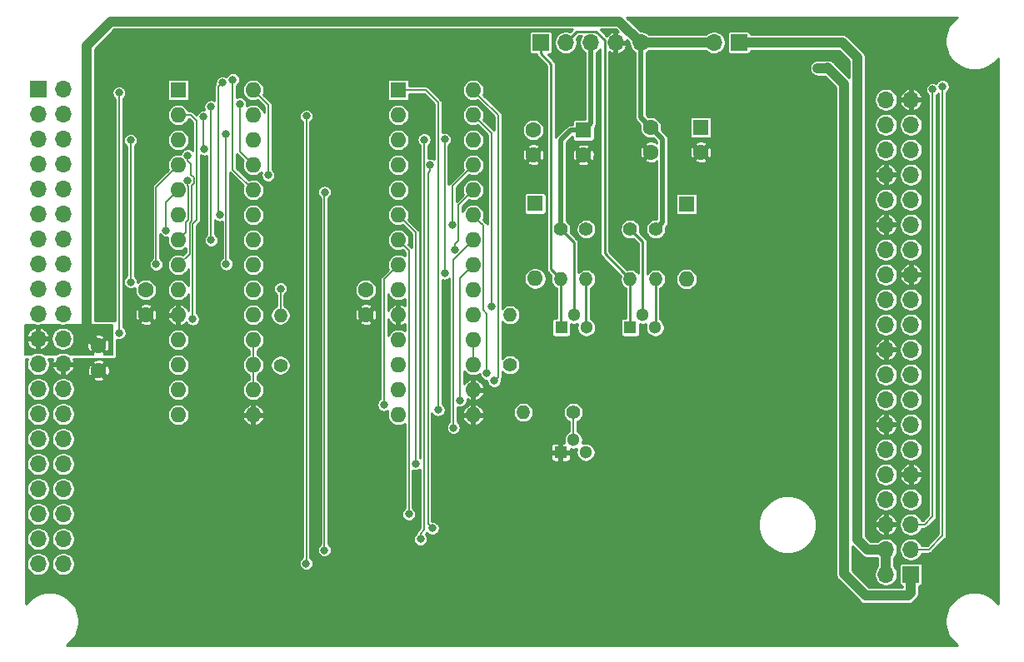
<source format=gbl>
G04 #@! TF.GenerationSoftware,KiCad,Pcbnew,5.1.5+dfsg1-2build2*
G04 #@! TF.CreationDate,2022-06-21T20:39:21-05:00*
G04 #@! TF.ProjectId,2065-Z80-programmer,32303635-2d5a-4383-902d-70726f677261,2.0*
G04 #@! TF.SameCoordinates,Original*
G04 #@! TF.FileFunction,Copper,L2,Bot*
G04 #@! TF.FilePolarity,Positive*
%FSLAX46Y46*%
G04 Gerber Fmt 4.6, Leading zero omitted, Abs format (unit mm)*
G04 Created by KiCad (PCBNEW 5.1.5+dfsg1-2build2) date 2022-06-21 20:39:21*
%MOMM*%
%LPD*%
G04 APERTURE LIST*
%ADD10O,1.700000X1.700000*%
%ADD11R,1.700000X1.700000*%
%ADD12O,1.600000X1.600000*%
%ADD13R,1.600000X1.600000*%
%ADD14O,1.400000X1.400000*%
%ADD15C,1.400000*%
%ADD16R,1.300000X1.300000*%
%ADD17C,1.300000*%
%ADD18C,1.600000*%
%ADD19C,0.800000*%
%ADD20C,1.016000*%
%ADD21C,0.508000*%
%ADD22C,0.254000*%
%ADD23C,1.016000*%
%ADD24C,0.152400*%
%ADD25C,0.203200*%
G04 APERTURE END LIST*
D10*
X89394000Y-111172000D03*
X86854000Y-111172000D03*
X89394000Y-108632000D03*
X86854000Y-108632000D03*
X89394000Y-106092000D03*
X86854000Y-106092000D03*
X89394000Y-103552000D03*
X86854000Y-103552000D03*
X89394000Y-101012000D03*
X86854000Y-101012000D03*
X89394000Y-98472000D03*
X86854000Y-98472000D03*
X89394000Y-95932000D03*
X86854000Y-95932000D03*
X89394000Y-93392000D03*
X86854000Y-93392000D03*
X89394000Y-90852000D03*
X86854000Y-90852000D03*
X89394000Y-88312000D03*
X86854000Y-88312000D03*
X89394000Y-85772000D03*
X86854000Y-85772000D03*
X89394000Y-83232000D03*
X86854000Y-83232000D03*
X89394000Y-80692000D03*
X86854000Y-80692000D03*
X89394000Y-78152000D03*
X86854000Y-78152000D03*
X89394000Y-75612000D03*
X86854000Y-75612000D03*
X89394000Y-73072000D03*
X86854000Y-73072000D03*
X89394000Y-70532000D03*
X86854000Y-70532000D03*
X89394000Y-67992000D03*
X86854000Y-67992000D03*
X89394000Y-65452000D03*
X86854000Y-65452000D03*
X89394000Y-62912000D03*
D11*
X86854000Y-62912000D03*
D12*
X137355580Y-82158840D03*
D13*
X137355580Y-74538840D03*
D12*
X152730200Y-82209640D03*
D13*
X152730200Y-74589640D03*
D14*
X136144000Y-95758000D03*
D15*
X141224000Y-95758000D03*
D16*
X139954000Y-99822000D03*
D17*
X142494000Y-99822000D03*
X141234000Y-98552000D03*
D14*
X134810500Y-85849460D03*
D15*
X134810500Y-90929460D03*
D14*
X111472980Y-85897720D03*
D15*
X111472980Y-90977720D03*
D10*
X155512000Y-58166000D03*
D11*
X158052000Y-58166000D03*
D10*
X173000000Y-63980000D03*
X175540000Y-63980000D03*
X173000000Y-66520000D03*
X175540000Y-66520000D03*
X173000000Y-69060000D03*
X175540000Y-69060000D03*
X173000000Y-71600000D03*
X175540000Y-71600000D03*
X173000000Y-74140000D03*
X175540000Y-74140000D03*
X173000000Y-76680000D03*
X175540000Y-76680000D03*
X173000000Y-79220000D03*
X175540000Y-79220000D03*
X173000000Y-81760000D03*
X175540000Y-81760000D03*
X173000000Y-84300000D03*
X175540000Y-84300000D03*
X173000000Y-86840000D03*
X175540000Y-86840000D03*
X173000000Y-89380000D03*
X175540000Y-89380000D03*
X173000000Y-91920000D03*
X175540000Y-91920000D03*
X173000000Y-94460000D03*
X175540000Y-94460000D03*
X173000000Y-97000000D03*
X175540000Y-97000000D03*
X173000000Y-99540000D03*
X175540000Y-99540000D03*
X173000000Y-102080000D03*
X175540000Y-102080000D03*
X173000000Y-104620000D03*
X175540000Y-104620000D03*
X173000000Y-107160000D03*
X175540000Y-107160000D03*
X173000000Y-109700000D03*
X175540000Y-109700000D03*
X173000000Y-112240000D03*
D11*
X175540000Y-112240000D03*
D18*
X154178000Y-69302000D03*
D13*
X154178000Y-66802000D03*
D18*
X149098000Y-69302000D03*
X149098000Y-66802000D03*
X142256000Y-69587775D03*
D13*
X142256000Y-67087775D03*
D18*
X137160000Y-69556000D03*
X137160000Y-67056000D03*
D12*
X131064000Y-62992000D03*
X123444000Y-96012000D03*
X131064000Y-65532000D03*
X123444000Y-93472000D03*
X131064000Y-68072000D03*
X123444000Y-90932000D03*
X131064000Y-70612000D03*
X123444000Y-88392000D03*
X131064000Y-73152000D03*
X123444000Y-85852000D03*
X131064000Y-75692000D03*
X123444000Y-83312000D03*
X131064000Y-78232000D03*
X123444000Y-80772000D03*
X131064000Y-80772000D03*
X123444000Y-78232000D03*
X131064000Y-83312000D03*
X123444000Y-75692000D03*
X131064000Y-85852000D03*
X123444000Y-73152000D03*
X131064000Y-88392000D03*
X123444000Y-70612000D03*
X131064000Y-90932000D03*
X123444000Y-68072000D03*
X131064000Y-93472000D03*
X123444000Y-65532000D03*
X131064000Y-96012000D03*
D13*
X123444000Y-62992000D03*
D12*
X108712000Y-62992000D03*
X101092000Y-96012000D03*
X108712000Y-65532000D03*
X101092000Y-93472000D03*
X108712000Y-68072000D03*
X101092000Y-90932000D03*
X108712000Y-70612000D03*
X101092000Y-88392000D03*
X108712000Y-73152000D03*
X101092000Y-85852000D03*
X108712000Y-75692000D03*
X101092000Y-83312000D03*
X108712000Y-78232000D03*
X101092000Y-80772000D03*
X108712000Y-80772000D03*
X101092000Y-78232000D03*
X108712000Y-83312000D03*
X101092000Y-75692000D03*
X108712000Y-85852000D03*
X101092000Y-73152000D03*
X108712000Y-88392000D03*
X101092000Y-70612000D03*
X108712000Y-90932000D03*
X101092000Y-68072000D03*
X108712000Y-93472000D03*
X101092000Y-65532000D03*
X108712000Y-96012000D03*
D13*
X101092000Y-62992000D03*
D14*
X142524000Y-82208000D03*
D15*
X142524000Y-77128000D03*
D14*
X139954000Y-82208000D03*
D15*
X139954000Y-77128000D03*
D14*
X149606000Y-82208000D03*
D15*
X149606000Y-77128000D03*
D14*
X147002000Y-82208000D03*
D15*
X147002000Y-77128000D03*
D16*
X140017800Y-87128000D03*
D17*
X142557800Y-87128000D03*
X141287800Y-85858000D03*
D16*
X147002000Y-87128000D03*
D17*
X149542000Y-87128000D03*
X148272000Y-85858000D03*
D10*
X148082000Y-58166000D03*
X145542000Y-58166000D03*
X143002000Y-58166000D03*
X140462000Y-58166000D03*
D11*
X137922000Y-58166000D03*
D18*
X93000000Y-91500000D03*
X93000000Y-89000000D03*
X97790000Y-85812000D03*
X97790000Y-83312000D03*
X120142000Y-85812000D03*
X120142000Y-83312000D03*
D19*
X117881400Y-78308200D03*
X117754400Y-80873600D03*
X117424200Y-83693000D03*
X117678200Y-91211400D03*
X118364000Y-96469200D03*
X94538800Y-96164400D03*
X95885000Y-94005400D03*
X96875600Y-65532000D03*
X93268800Y-62865000D03*
X93700600Y-68122800D03*
X93573600Y-70764400D03*
X93700600Y-78384400D03*
X104013000Y-80467200D03*
X103886000Y-83337400D03*
X104876600Y-91262200D03*
X104952800Y-93446600D03*
X112522000Y-77952600D03*
X112699800Y-80441800D03*
X113106200Y-83464400D03*
X113004600Y-87757000D03*
X113131600Y-91033600D03*
X112522000Y-95859600D03*
X112623600Y-74777600D03*
X112547400Y-69596000D03*
X115900200Y-69418200D03*
D20*
X166067740Y-60749180D03*
X167091360Y-60723780D03*
X91750000Y-83968610D03*
D19*
X111483140Y-83179920D03*
X110220661Y-71640601D03*
X103652320Y-65730120D03*
X103751923Y-68989890D03*
X107335320Y-64383920D03*
X106636820Y-61948060D03*
X105572560Y-62252860D03*
X105324950Y-75674220D03*
X104401620Y-64686180D03*
X104414320Y-78265020D03*
X105953560Y-67437000D03*
X105958640Y-80672940D03*
X102045810Y-69653228D03*
X102040729Y-72188189D03*
X99857560Y-77261720D03*
X98836480Y-80703420D03*
X96245680Y-82506820D03*
X96245680Y-68099940D03*
X102544880Y-86283800D03*
X95084900Y-87688420D03*
X95069660Y-63258700D03*
X133187440Y-92552520D03*
X132898168Y-84969211D03*
X128155609Y-68007949D03*
X128155609Y-81614110D03*
X128941870Y-76720601D03*
X129188215Y-79218795D03*
X132461000Y-91793060D03*
X129049780Y-97327720D03*
X129726260Y-94545580D03*
X122001280Y-94993460D03*
X125222000Y-100975160D03*
X124520960Y-106108500D03*
X126911100Y-107543600D03*
X126704050Y-70624700D03*
X125691900Y-108645960D03*
X126075440Y-68033900D03*
X115943380Y-109763560D03*
X115958620Y-73380600D03*
X114104420Y-65628520D03*
X114089180Y-111137700D03*
X178747420Y-62616080D03*
X177741580Y-62918340D03*
X127508000Y-95504000D03*
D21*
X143002000Y-66341775D02*
X142256000Y-67087775D01*
X143002000Y-58166000D02*
X143002000Y-66341775D01*
X139954000Y-76138051D02*
X139954000Y-77128000D01*
X139954000Y-68081775D02*
X139954000Y-76138051D01*
X140948000Y-67087775D02*
X139954000Y-68081775D01*
X142256000Y-67087775D02*
X140948000Y-67087775D01*
D22*
X148272000Y-78398000D02*
X147002000Y-77128000D01*
X148272000Y-85858000D02*
X148272000Y-78398000D01*
X141287800Y-78461800D02*
X141287800Y-85858000D01*
X139954000Y-77128000D02*
X141287800Y-78461800D01*
D23*
X175540000Y-114106000D02*
X175540000Y-112240000D01*
X175236780Y-114409220D02*
X175540000Y-114106000D01*
X170944540Y-114409220D02*
X175236780Y-114409220D01*
X168716960Y-112181640D02*
X170944540Y-114409220D01*
X168716960Y-62349380D02*
X168716960Y-112181640D01*
X167091360Y-60723780D02*
X168716960Y-62349380D01*
X167065960Y-60749180D02*
X167091360Y-60723780D01*
X166067740Y-60749180D02*
X167065960Y-60749180D01*
D22*
X149606000Y-87064000D02*
X149542000Y-87128000D01*
X149606000Y-82208000D02*
X149606000Y-87064000D01*
D23*
X155512000Y-58166000D02*
X148082000Y-58166000D01*
D21*
X148082000Y-65786000D02*
X149098000Y-66802000D01*
X148082000Y-58166000D02*
X148082000Y-65786000D01*
X150305999Y-76428001D02*
X149606000Y-77128000D01*
X150305999Y-68009999D02*
X150305999Y-76428001D01*
X149098000Y-66802000D02*
X150305999Y-68009999D01*
D23*
X91750000Y-83250190D02*
X91750000Y-83968610D01*
X94250000Y-56000000D02*
X91750000Y-58500000D01*
X93000000Y-89000000D02*
X91750000Y-87750000D01*
X91750000Y-87750000D02*
X91750000Y-83968610D01*
X145916000Y-56000000D02*
X94250000Y-56000000D01*
X148082000Y-58166000D02*
X145916000Y-56000000D01*
X91750000Y-58500000D02*
X91750000Y-83250190D01*
D24*
X111472980Y-83190080D02*
X111483140Y-83179920D01*
X111472980Y-85897720D02*
X111472980Y-83190080D01*
D22*
X142524000Y-87094200D02*
X142557800Y-87128000D01*
X142524000Y-82208000D02*
X142524000Y-87094200D01*
D24*
X110220661Y-64500661D02*
X108712000Y-62992000D01*
X110220661Y-71640601D02*
X110220661Y-64500661D01*
X103652320Y-68890287D02*
X103751923Y-68989890D01*
X103652320Y-65730120D02*
X103652320Y-68890287D01*
X107335320Y-69235320D02*
X108712000Y-70612000D01*
X107335320Y-64383920D02*
X107335320Y-69235320D01*
X106636820Y-71076820D02*
X108712000Y-73152000D01*
X106636820Y-61948060D02*
X106636820Y-71076820D01*
X105172561Y-62652859D02*
X105172561Y-75521831D01*
X105172561Y-75521831D02*
X105324950Y-75674220D01*
X105572560Y-62252860D02*
X105172561Y-62652859D01*
X104401620Y-78252320D02*
X104414320Y-78265020D01*
X104401620Y-64686180D02*
X104401620Y-78252320D01*
X105953560Y-80667860D02*
X105958640Y-80672940D01*
X105953560Y-67437000D02*
X105953560Y-80667860D01*
X102240069Y-79623931D02*
X102240069Y-76497327D01*
X102045810Y-70218913D02*
X102045810Y-69653228D01*
X102436978Y-76300418D02*
X102436979Y-72722268D01*
X102436979Y-72722268D02*
X102669330Y-72489918D01*
X102669330Y-72489918D02*
X102669330Y-71886461D01*
X102669330Y-71886461D02*
X102369609Y-71586740D01*
X102369609Y-71586740D02*
X102369609Y-70542712D01*
X102369609Y-70542712D02*
X102045810Y-70218913D01*
X101092000Y-80772000D02*
X102240069Y-79623931D01*
X102240069Y-76497327D02*
X102436978Y-76300418D01*
X102132168Y-72845313D02*
X102040729Y-72753874D01*
X101092000Y-78232000D02*
X101891999Y-77432001D01*
X101891999Y-77432001D02*
X101891999Y-76414331D01*
X102040729Y-72753874D02*
X102040729Y-72188189D01*
X102132168Y-76174162D02*
X102132168Y-72845313D01*
X101891999Y-76414331D02*
X102132168Y-76174162D01*
X99857560Y-74386440D02*
X101092000Y-73152000D01*
X99857560Y-77261720D02*
X99857560Y-74386440D01*
X98836480Y-72867520D02*
X101092000Y-70612000D01*
X98836480Y-80703420D02*
X98836480Y-72867520D01*
X96245680Y-82506820D02*
X96245680Y-68099940D01*
X102359460Y-65532000D02*
X101092000Y-65532000D01*
X102974132Y-66146672D02*
X102359460Y-65532000D01*
X102974144Y-76194313D02*
X102974132Y-66146672D01*
X102544880Y-76623582D02*
X102974144Y-76194313D01*
X102544880Y-86283800D02*
X102544880Y-76623582D01*
X95084900Y-63273940D02*
X95069660Y-63258700D01*
X95084900Y-87688420D02*
X95084900Y-63273940D01*
X131863999Y-63791999D02*
X131064000Y-62992000D01*
X133587439Y-65515439D02*
X131863999Y-63791999D01*
X133587439Y-92152521D02*
X133587439Y-65515439D01*
X133187440Y-92552520D02*
X133587439Y-92152521D01*
X131064000Y-65532000D02*
X132898168Y-67366168D01*
X132898168Y-67366168D02*
X132898168Y-84969211D01*
X128155609Y-81614110D02*
X128155609Y-68007949D01*
X128941870Y-76154916D02*
X128941870Y-76720601D01*
X131064000Y-70612000D02*
X128941870Y-72734130D01*
X128941870Y-72734130D02*
X128941870Y-76154916D01*
X129570480Y-74645520D02*
X129570480Y-78270845D01*
X131064000Y-73152000D02*
X129570480Y-74645520D01*
X129188215Y-78653110D02*
X129188215Y-79218795D01*
X129570480Y-78270845D02*
X129188215Y-78653110D01*
X131863999Y-76491999D02*
X131064000Y-75692000D01*
X132092601Y-76720601D02*
X131863999Y-76491999D01*
X132092601Y-85358271D02*
X132092601Y-76720601D01*
X132461000Y-85726670D02*
X132092601Y-85358271D01*
X132461000Y-91793060D02*
X132461000Y-85726670D01*
X129049780Y-80246220D02*
X131064000Y-78232000D01*
X129049780Y-97327720D02*
X129049780Y-80246220D01*
X129726260Y-93979895D02*
X129726260Y-94545580D01*
X129726260Y-82109740D02*
X129726260Y-93979895D01*
X131064000Y-80772000D02*
X129726260Y-82109740D01*
X122001280Y-82214720D02*
X123444000Y-80772000D01*
X122001280Y-94993460D02*
X122001280Y-82214720D01*
X125222000Y-77470000D02*
X123444000Y-75692000D01*
X125222000Y-100975160D02*
X125222000Y-77470000D01*
X124520960Y-79308960D02*
X123444000Y-78232000D01*
X124520960Y-106108500D02*
X124520960Y-79308960D01*
X126458980Y-71435455D02*
X126704050Y-71190385D01*
X126911100Y-107543600D02*
X126458980Y-107091480D01*
X126458980Y-107091480D02*
X126458980Y-71435455D01*
X126704050Y-71190385D02*
X126704050Y-70624700D01*
X126075440Y-107696735D02*
X126075440Y-68033900D01*
X125691900Y-108080275D02*
X126075440Y-107696735D01*
X125691900Y-108645960D02*
X125691900Y-108080275D01*
X115943380Y-73395840D02*
X115958620Y-73380600D01*
X115943380Y-109763560D02*
X115943380Y-73395840D01*
X114104420Y-65628520D02*
X114104420Y-111122460D01*
X114104420Y-111122460D02*
X114089180Y-111137700D01*
D22*
X146302001Y-81508001D02*
X147002000Y-82208000D01*
X144412599Y-79618599D02*
X146302001Y-81508001D01*
X144412599Y-57905085D02*
X144412599Y-79618599D01*
X143544113Y-57036599D02*
X144412599Y-57905085D01*
X141591401Y-57036599D02*
X143544113Y-57036599D01*
X140462000Y-58166000D02*
X141591401Y-57036599D01*
X147002000Y-82208000D02*
X147002000Y-87128000D01*
D24*
X177368260Y-109700000D02*
X175540000Y-109700000D01*
X178747420Y-108320840D02*
X177368260Y-109700000D01*
X178747420Y-62616080D02*
X178747420Y-108320840D01*
D22*
X139254001Y-81508001D02*
X139954000Y-82208000D01*
X138974599Y-81228599D02*
X139254001Y-81508001D01*
X138974599Y-60322599D02*
X138974599Y-81228599D01*
X137922000Y-59270000D02*
X138974599Y-60322599D01*
X137922000Y-58166000D02*
X137922000Y-59270000D01*
X139954000Y-87064200D02*
X140017800Y-87128000D01*
X139954000Y-82208000D02*
X139954000Y-87064200D01*
D24*
X177741580Y-106357420D02*
X177741580Y-62918340D01*
X176939000Y-107160000D02*
X177741580Y-106357420D01*
X175540000Y-107160000D02*
X176939000Y-107160000D01*
D23*
X173000000Y-109700000D02*
X173000000Y-112240000D01*
X171100000Y-109700000D02*
X173000000Y-109700000D01*
X170100000Y-108700000D02*
X171100000Y-109700000D01*
X170100000Y-59700000D02*
X170100000Y-108700000D01*
X168566000Y-58166000D02*
X170100000Y-59700000D01*
X158052000Y-58166000D02*
X168566000Y-58166000D01*
D24*
X108712000Y-92340630D02*
X108712000Y-90932000D01*
X108712000Y-93472000D02*
X108712000Y-92340630D01*
X108712000Y-89523370D02*
X108712000Y-90932000D01*
X108712000Y-88392000D02*
X108712000Y-89523370D01*
X131064000Y-88392000D02*
X131064000Y-90932000D01*
X141224000Y-98542000D02*
X141234000Y-98552000D01*
X141224000Y-95758000D02*
X141224000Y-98542000D01*
X123444000Y-62992000D02*
X126238000Y-62992000D01*
X126238000Y-62992000D02*
X127508000Y-64262000D01*
X127508000Y-64262000D02*
X127508000Y-95504000D01*
D22*
G36*
X180102273Y-55687613D02*
G01*
X179687613Y-56102273D01*
X179361817Y-56589862D01*
X179137405Y-57131641D01*
X179023000Y-57706791D01*
X179023000Y-58293209D01*
X179137405Y-58868359D01*
X179361817Y-59410138D01*
X179687613Y-59897727D01*
X180102273Y-60312387D01*
X180589862Y-60638183D01*
X181131641Y-60862595D01*
X181706791Y-60977000D01*
X182293209Y-60977000D01*
X182868359Y-60862595D01*
X183410138Y-60638183D01*
X183897727Y-60312387D01*
X184312387Y-59897727D01*
X184419800Y-59736972D01*
X184419801Y-115263030D01*
X184312387Y-115102273D01*
X183897727Y-114687613D01*
X183410138Y-114361817D01*
X182868359Y-114137405D01*
X182293209Y-114023000D01*
X181706791Y-114023000D01*
X181131641Y-114137405D01*
X180589862Y-114361817D01*
X180102273Y-114687613D01*
X179687613Y-115102273D01*
X179361817Y-115589862D01*
X179137405Y-116131641D01*
X179023000Y-116706791D01*
X179023000Y-117293209D01*
X179137405Y-117868359D01*
X179361817Y-118410138D01*
X179687613Y-118897727D01*
X180102273Y-119312387D01*
X180263028Y-119419800D01*
X89736972Y-119419800D01*
X89897727Y-119312387D01*
X90312387Y-118897727D01*
X90638183Y-118410138D01*
X90862595Y-117868359D01*
X90977000Y-117293209D01*
X90977000Y-116706791D01*
X90862595Y-116131641D01*
X90638183Y-115589862D01*
X90312387Y-115102273D01*
X89897727Y-114687613D01*
X89410138Y-114361817D01*
X88868359Y-114137405D01*
X88293209Y-114023000D01*
X87706791Y-114023000D01*
X87131641Y-114137405D01*
X86589862Y-114361817D01*
X86102273Y-114687613D01*
X85687613Y-115102273D01*
X85580200Y-115263028D01*
X85580200Y-111055760D01*
X85673800Y-111055760D01*
X85673800Y-111288240D01*
X85719155Y-111516252D01*
X85808121Y-111731034D01*
X85937279Y-111924333D01*
X86101667Y-112088721D01*
X86294966Y-112217879D01*
X86509748Y-112306845D01*
X86737760Y-112352200D01*
X86970240Y-112352200D01*
X87198252Y-112306845D01*
X87413034Y-112217879D01*
X87606333Y-112088721D01*
X87770721Y-111924333D01*
X87899879Y-111731034D01*
X87988845Y-111516252D01*
X88034200Y-111288240D01*
X88034200Y-111055760D01*
X88213800Y-111055760D01*
X88213800Y-111288240D01*
X88259155Y-111516252D01*
X88348121Y-111731034D01*
X88477279Y-111924333D01*
X88641667Y-112088721D01*
X88834966Y-112217879D01*
X89049748Y-112306845D01*
X89277760Y-112352200D01*
X89510240Y-112352200D01*
X89738252Y-112306845D01*
X89953034Y-112217879D01*
X90146333Y-112088721D01*
X90310721Y-111924333D01*
X90439879Y-111731034D01*
X90528845Y-111516252D01*
X90574200Y-111288240D01*
X90574200Y-111065782D01*
X113358980Y-111065782D01*
X113358980Y-111209618D01*
X113387041Y-111350691D01*
X113442085Y-111483579D01*
X113521997Y-111603175D01*
X113623705Y-111704883D01*
X113743301Y-111784795D01*
X113876189Y-111839839D01*
X114017262Y-111867900D01*
X114161098Y-111867900D01*
X114302171Y-111839839D01*
X114435059Y-111784795D01*
X114554655Y-111704883D01*
X114656363Y-111603175D01*
X114736275Y-111483579D01*
X114791319Y-111350691D01*
X114819380Y-111209618D01*
X114819380Y-111065782D01*
X114791319Y-110924709D01*
X114736275Y-110791821D01*
X114656363Y-110672225D01*
X114554655Y-110570517D01*
X114510820Y-110541227D01*
X114510820Y-109691642D01*
X115213180Y-109691642D01*
X115213180Y-109835478D01*
X115241241Y-109976551D01*
X115296285Y-110109439D01*
X115376197Y-110229035D01*
X115477905Y-110330743D01*
X115597501Y-110410655D01*
X115730389Y-110465699D01*
X115871462Y-110493760D01*
X116015298Y-110493760D01*
X116156371Y-110465699D01*
X116289259Y-110410655D01*
X116408855Y-110330743D01*
X116510563Y-110229035D01*
X116590475Y-110109439D01*
X116645519Y-109976551D01*
X116673580Y-109835478D01*
X116673580Y-109691642D01*
X116645519Y-109550569D01*
X116590475Y-109417681D01*
X116510563Y-109298085D01*
X116408855Y-109196377D01*
X116349780Y-109156904D01*
X116349780Y-94921542D01*
X121271080Y-94921542D01*
X121271080Y-95065378D01*
X121299141Y-95206451D01*
X121354185Y-95339339D01*
X121434097Y-95458935D01*
X121535805Y-95560643D01*
X121655401Y-95640555D01*
X121788289Y-95695599D01*
X121929362Y-95723660D01*
X122073198Y-95723660D01*
X122214271Y-95695599D01*
X122347159Y-95640555D01*
X122385015Y-95615260D01*
X122357233Y-95682333D01*
X122313800Y-95900685D01*
X122313800Y-96123315D01*
X122357233Y-96341667D01*
X122442429Y-96547351D01*
X122566116Y-96732461D01*
X122723539Y-96889884D01*
X122908649Y-97013571D01*
X123114333Y-97098767D01*
X123332685Y-97142200D01*
X123555315Y-97142200D01*
X123773667Y-97098767D01*
X123979351Y-97013571D01*
X124114560Y-96923227D01*
X124114560Y-105501844D01*
X124055485Y-105541317D01*
X123953777Y-105643025D01*
X123873865Y-105762621D01*
X123818821Y-105895509D01*
X123790760Y-106036582D01*
X123790760Y-106180418D01*
X123818821Y-106321491D01*
X123873865Y-106454379D01*
X123953777Y-106573975D01*
X124055485Y-106675683D01*
X124175081Y-106755595D01*
X124307969Y-106810639D01*
X124449042Y-106838700D01*
X124592878Y-106838700D01*
X124733951Y-106810639D01*
X124866839Y-106755595D01*
X124986435Y-106675683D01*
X125088143Y-106573975D01*
X125168055Y-106454379D01*
X125223099Y-106321491D01*
X125251160Y-106180418D01*
X125251160Y-106036582D01*
X125223099Y-105895509D01*
X125168055Y-105762621D01*
X125088143Y-105643025D01*
X124986435Y-105541317D01*
X124927360Y-105501844D01*
X124927360Y-101643479D01*
X125009009Y-101677299D01*
X125150082Y-101705360D01*
X125293918Y-101705360D01*
X125434991Y-101677299D01*
X125567879Y-101622255D01*
X125669040Y-101554661D01*
X125669040Y-107528399D01*
X125418641Y-107778798D01*
X125403143Y-107791517D01*
X125390424Y-107807015D01*
X125390418Y-107807021D01*
X125369625Y-107832358D01*
X125352357Y-107853399D01*
X125336459Y-107883143D01*
X125314619Y-107924001D01*
X125291381Y-108000607D01*
X125287716Y-108037824D01*
X125226425Y-108078777D01*
X125124717Y-108180485D01*
X125044805Y-108300081D01*
X124989761Y-108432969D01*
X124961700Y-108574042D01*
X124961700Y-108717878D01*
X124989761Y-108858951D01*
X125044805Y-108991839D01*
X125124717Y-109111435D01*
X125226425Y-109213143D01*
X125346021Y-109293055D01*
X125478909Y-109348099D01*
X125619982Y-109376160D01*
X125763818Y-109376160D01*
X125904891Y-109348099D01*
X126037779Y-109293055D01*
X126157375Y-109213143D01*
X126259083Y-109111435D01*
X126338995Y-108991839D01*
X126394039Y-108858951D01*
X126422100Y-108717878D01*
X126422100Y-108574042D01*
X126394039Y-108432969D01*
X126338995Y-108300081D01*
X126259083Y-108180485D01*
X126212755Y-108134157D01*
X126341481Y-108005430D01*
X126343917Y-108009075D01*
X126445625Y-108110783D01*
X126565221Y-108190695D01*
X126698109Y-108245739D01*
X126839182Y-108273800D01*
X126983018Y-108273800D01*
X127124091Y-108245739D01*
X127256979Y-108190695D01*
X127376575Y-108110783D01*
X127478283Y-108009075D01*
X127558195Y-107889479D01*
X127613239Y-107756591D01*
X127641300Y-107615518D01*
X127641300Y-107471682D01*
X127613239Y-107330609D01*
X127558195Y-107197721D01*
X127478283Y-107078125D01*
X127376575Y-106976417D01*
X127257408Y-106896791D01*
X160023000Y-106896791D01*
X160023000Y-107483209D01*
X160137405Y-108058359D01*
X160361817Y-108600138D01*
X160687613Y-109087727D01*
X161102273Y-109502387D01*
X161589862Y-109828183D01*
X162131641Y-110052595D01*
X162706791Y-110167000D01*
X163293209Y-110167000D01*
X163868359Y-110052595D01*
X164410138Y-109828183D01*
X164897727Y-109502387D01*
X165312387Y-109087727D01*
X165638183Y-108600138D01*
X165862595Y-108058359D01*
X165977000Y-107483209D01*
X165977000Y-106896791D01*
X165862595Y-106321641D01*
X165638183Y-105779862D01*
X165312387Y-105292273D01*
X164897727Y-104877613D01*
X164410138Y-104551817D01*
X163868359Y-104327405D01*
X163293209Y-104213000D01*
X162706791Y-104213000D01*
X162131641Y-104327405D01*
X161589862Y-104551817D01*
X161102273Y-104877613D01*
X160687613Y-105292273D01*
X160361817Y-105779862D01*
X160137405Y-106321641D01*
X160023000Y-106896791D01*
X127257408Y-106896791D01*
X127256979Y-106896505D01*
X127124091Y-106841461D01*
X126983018Y-106813400D01*
X126865380Y-106813400D01*
X126865380Y-100472000D01*
X138972202Y-100472000D01*
X138978577Y-100536731D01*
X138997459Y-100598974D01*
X139028120Y-100656337D01*
X139069383Y-100706617D01*
X139119663Y-100747880D01*
X139177026Y-100778541D01*
X139239269Y-100797423D01*
X139304000Y-100803798D01*
X139744450Y-100802200D01*
X139827000Y-100719650D01*
X139827000Y-99949000D01*
X140081000Y-99949000D01*
X140081000Y-100719650D01*
X140163550Y-100802200D01*
X140604000Y-100803798D01*
X140668731Y-100797423D01*
X140730974Y-100778541D01*
X140788337Y-100747880D01*
X140838617Y-100706617D01*
X140879880Y-100656337D01*
X140910541Y-100598974D01*
X140929423Y-100536731D01*
X140935798Y-100472000D01*
X140934200Y-100031550D01*
X140851650Y-99949000D01*
X140081000Y-99949000D01*
X139827000Y-99949000D01*
X139056350Y-99949000D01*
X138973800Y-100031550D01*
X138972202Y-100472000D01*
X126865380Y-100472000D01*
X126865380Y-99172000D01*
X138972202Y-99172000D01*
X138973800Y-99612450D01*
X139056350Y-99695000D01*
X139827000Y-99695000D01*
X139827000Y-98924350D01*
X140081000Y-98924350D01*
X140081000Y-99695000D01*
X140851650Y-99695000D01*
X140934200Y-99612450D01*
X140934648Y-99488966D01*
X140948086Y-99494532D01*
X141137459Y-99532200D01*
X141330541Y-99532200D01*
X141519914Y-99494532D01*
X141578780Y-99470149D01*
X141551468Y-99536086D01*
X141513800Y-99725459D01*
X141513800Y-99918541D01*
X141551468Y-100107914D01*
X141625358Y-100286299D01*
X141732629Y-100446841D01*
X141869159Y-100583371D01*
X142029701Y-100690642D01*
X142208086Y-100764532D01*
X142397459Y-100802200D01*
X142590541Y-100802200D01*
X142779914Y-100764532D01*
X142958299Y-100690642D01*
X143118841Y-100583371D01*
X143255371Y-100446841D01*
X143362642Y-100286299D01*
X143436532Y-100107914D01*
X143474200Y-99918541D01*
X143474200Y-99725459D01*
X143436532Y-99536086D01*
X143362642Y-99357701D01*
X143255371Y-99197159D01*
X143118841Y-99060629D01*
X142958299Y-98953358D01*
X142779914Y-98879468D01*
X142590541Y-98841800D01*
X142397459Y-98841800D01*
X142208086Y-98879468D01*
X142149220Y-98903851D01*
X142176532Y-98837914D01*
X142214200Y-98648541D01*
X142214200Y-98455459D01*
X142176532Y-98266086D01*
X142102642Y-98087701D01*
X141995371Y-97927159D01*
X141858841Y-97790629D01*
X141698299Y-97683358D01*
X141630400Y-97655233D01*
X141630400Y-96704744D01*
X141711983Y-96670952D01*
X141880714Y-96558209D01*
X142024209Y-96414714D01*
X142136952Y-96245983D01*
X142214610Y-96058498D01*
X142254200Y-95859466D01*
X142254200Y-95656534D01*
X142214610Y-95457502D01*
X142136952Y-95270017D01*
X142024209Y-95101286D01*
X141880714Y-94957791D01*
X141711983Y-94845048D01*
X141524498Y-94767390D01*
X141325466Y-94727800D01*
X141122534Y-94727800D01*
X140923502Y-94767390D01*
X140736017Y-94845048D01*
X140567286Y-94957791D01*
X140423791Y-95101286D01*
X140311048Y-95270017D01*
X140233390Y-95457502D01*
X140193800Y-95656534D01*
X140193800Y-95859466D01*
X140233390Y-96058498D01*
X140311048Y-96245983D01*
X140423791Y-96414714D01*
X140567286Y-96558209D01*
X140736017Y-96670952D01*
X140817600Y-96704745D01*
X140817601Y-97663517D01*
X140769701Y-97683358D01*
X140609159Y-97790629D01*
X140472629Y-97927159D01*
X140365358Y-98087701D01*
X140291468Y-98266086D01*
X140253800Y-98455459D01*
X140253800Y-98648541D01*
X140291468Y-98837914D01*
X140292883Y-98841331D01*
X140163550Y-98841800D01*
X140081000Y-98924350D01*
X139827000Y-98924350D01*
X139744450Y-98841800D01*
X139304000Y-98840202D01*
X139239269Y-98846577D01*
X139177026Y-98865459D01*
X139119663Y-98896120D01*
X139069383Y-98937383D01*
X139028120Y-98987663D01*
X138997459Y-99045026D01*
X138978577Y-99107269D01*
X138972202Y-99172000D01*
X126865380Y-99172000D01*
X126865380Y-95856576D01*
X126940817Y-95969475D01*
X127042525Y-96071183D01*
X127162121Y-96151095D01*
X127295009Y-96206139D01*
X127436082Y-96234200D01*
X127579918Y-96234200D01*
X127720991Y-96206139D01*
X127853879Y-96151095D01*
X127973475Y-96071183D01*
X128075183Y-95969475D01*
X128155095Y-95849879D01*
X128210139Y-95716991D01*
X128238200Y-95575918D01*
X128238200Y-95432082D01*
X128210139Y-95291009D01*
X128155095Y-95158121D01*
X128075183Y-95038525D01*
X127973475Y-94936817D01*
X127914400Y-94897344D01*
X127914400Y-82304561D01*
X127942618Y-82316249D01*
X128083691Y-82344310D01*
X128227527Y-82344310D01*
X128368600Y-82316249D01*
X128501488Y-82261205D01*
X128621084Y-82181293D01*
X128643381Y-82158996D01*
X128643380Y-96721064D01*
X128584305Y-96760537D01*
X128482597Y-96862245D01*
X128402685Y-96981841D01*
X128347641Y-97114729D01*
X128319580Y-97255802D01*
X128319580Y-97399638D01*
X128347641Y-97540711D01*
X128402685Y-97673599D01*
X128482597Y-97793195D01*
X128584305Y-97894903D01*
X128703901Y-97974815D01*
X128836789Y-98029859D01*
X128977862Y-98057920D01*
X129121698Y-98057920D01*
X129262771Y-98029859D01*
X129395659Y-97974815D01*
X129515255Y-97894903D01*
X129616963Y-97793195D01*
X129696875Y-97673599D01*
X129751919Y-97540711D01*
X129779980Y-97399638D01*
X129779980Y-97255802D01*
X129751919Y-97114729D01*
X129696875Y-96981841D01*
X129616963Y-96862245D01*
X129515255Y-96760537D01*
X129456180Y-96721064D01*
X129456180Y-96313119D01*
X129974652Y-96313119D01*
X129990941Y-96366841D01*
X130080786Y-96569366D01*
X130208415Y-96750472D01*
X130368924Y-96903199D01*
X130556144Y-97021677D01*
X130762880Y-97101354D01*
X130937000Y-97052498D01*
X130937000Y-96139000D01*
X131191000Y-96139000D01*
X131191000Y-97052498D01*
X131365120Y-97101354D01*
X131571856Y-97021677D01*
X131759076Y-96903199D01*
X131919585Y-96750472D01*
X132047214Y-96569366D01*
X132137059Y-96366841D01*
X132153348Y-96313119D01*
X132103924Y-96139000D01*
X131191000Y-96139000D01*
X130937000Y-96139000D01*
X130024076Y-96139000D01*
X129974652Y-96313119D01*
X129456180Y-96313119D01*
X129456180Y-95710881D01*
X129974652Y-95710881D01*
X130024076Y-95885000D01*
X130937000Y-95885000D01*
X130937000Y-94971502D01*
X131191000Y-94971502D01*
X131191000Y-95885000D01*
X132103924Y-95885000D01*
X132153348Y-95710881D01*
X132137059Y-95657159D01*
X132136782Y-95656534D01*
X135113800Y-95656534D01*
X135113800Y-95859466D01*
X135153390Y-96058498D01*
X135231048Y-96245983D01*
X135343791Y-96414714D01*
X135487286Y-96558209D01*
X135656017Y-96670952D01*
X135843502Y-96748610D01*
X136042534Y-96788200D01*
X136245466Y-96788200D01*
X136444498Y-96748610D01*
X136631983Y-96670952D01*
X136800714Y-96558209D01*
X136944209Y-96414714D01*
X137056952Y-96245983D01*
X137134610Y-96058498D01*
X137174200Y-95859466D01*
X137174200Y-95656534D01*
X137134610Y-95457502D01*
X137056952Y-95270017D01*
X136944209Y-95101286D01*
X136800714Y-94957791D01*
X136631983Y-94845048D01*
X136444498Y-94767390D01*
X136245466Y-94727800D01*
X136042534Y-94727800D01*
X135843502Y-94767390D01*
X135656017Y-94845048D01*
X135487286Y-94957791D01*
X135343791Y-95101286D01*
X135231048Y-95270017D01*
X135153390Y-95457502D01*
X135113800Y-95656534D01*
X132136782Y-95656534D01*
X132047214Y-95454634D01*
X131919585Y-95273528D01*
X131759076Y-95120801D01*
X131571856Y-95002323D01*
X131365120Y-94922646D01*
X131191000Y-94971502D01*
X130937000Y-94971502D01*
X130762880Y-94922646D01*
X130556144Y-95002323D01*
X130368924Y-95120801D01*
X130208415Y-95273528D01*
X130080786Y-95454634D01*
X129990941Y-95657159D01*
X129974652Y-95710881D01*
X129456180Y-95710881D01*
X129456180Y-95224072D01*
X129513269Y-95247719D01*
X129654342Y-95275780D01*
X129798178Y-95275780D01*
X129939251Y-95247719D01*
X130072139Y-95192675D01*
X130191735Y-95112763D01*
X130293443Y-95011055D01*
X130373355Y-94891459D01*
X130428399Y-94758571D01*
X130456460Y-94617498D01*
X130456460Y-94473662D01*
X130443929Y-94410664D01*
X130556144Y-94481677D01*
X130762880Y-94561354D01*
X130937000Y-94512498D01*
X130937000Y-93599000D01*
X131191000Y-93599000D01*
X131191000Y-94512498D01*
X131365120Y-94561354D01*
X131571856Y-94481677D01*
X131759076Y-94363199D01*
X131919585Y-94210472D01*
X132047214Y-94029366D01*
X132137059Y-93826841D01*
X132153348Y-93773119D01*
X132103924Y-93599000D01*
X131191000Y-93599000D01*
X130937000Y-93599000D01*
X130917000Y-93599000D01*
X130917000Y-93345000D01*
X130937000Y-93345000D01*
X130937000Y-92431502D01*
X131191000Y-92431502D01*
X131191000Y-93345000D01*
X132103924Y-93345000D01*
X132153348Y-93170881D01*
X132137059Y-93117159D01*
X132047214Y-92914634D01*
X131919585Y-92733528D01*
X131759076Y-92580801D01*
X131571856Y-92462323D01*
X131365120Y-92382646D01*
X131191000Y-92431502D01*
X130937000Y-92431502D01*
X130762880Y-92382646D01*
X130556144Y-92462323D01*
X130368924Y-92580801D01*
X130208415Y-92733528D01*
X130132660Y-92841025D01*
X130132660Y-91572459D01*
X130186116Y-91652461D01*
X130343539Y-91809884D01*
X130528649Y-91933571D01*
X130734333Y-92018767D01*
X130952685Y-92062200D01*
X131175315Y-92062200D01*
X131393667Y-92018767D01*
X131599351Y-91933571D01*
X131730800Y-91845739D01*
X131730800Y-91864978D01*
X131758861Y-92006051D01*
X131813905Y-92138939D01*
X131893817Y-92258535D01*
X131995525Y-92360243D01*
X132115121Y-92440155D01*
X132248009Y-92495199D01*
X132389082Y-92523260D01*
X132457240Y-92523260D01*
X132457240Y-92624438D01*
X132485301Y-92765511D01*
X132540345Y-92898399D01*
X132620257Y-93017995D01*
X132721965Y-93119703D01*
X132841561Y-93199615D01*
X132974449Y-93254659D01*
X133115522Y-93282720D01*
X133259358Y-93282720D01*
X133400431Y-93254659D01*
X133533319Y-93199615D01*
X133652915Y-93119703D01*
X133754623Y-93017995D01*
X133834535Y-92898399D01*
X133889579Y-92765511D01*
X133917640Y-92624438D01*
X133917640Y-92480602D01*
X133903259Y-92408304D01*
X133922193Y-92385233D01*
X133926983Y-92379397D01*
X133964720Y-92308796D01*
X133987958Y-92232189D01*
X133993839Y-92172481D01*
X133993839Y-92172475D01*
X133995804Y-92152522D01*
X133993839Y-92132569D01*
X133993839Y-91561552D01*
X134010291Y-91586174D01*
X134153786Y-91729669D01*
X134322517Y-91842412D01*
X134510002Y-91920070D01*
X134709034Y-91959660D01*
X134911966Y-91959660D01*
X135110998Y-91920070D01*
X135298483Y-91842412D01*
X135467214Y-91729669D01*
X135610709Y-91586174D01*
X135723452Y-91417443D01*
X135801110Y-91229958D01*
X135840700Y-91030926D01*
X135840700Y-90827994D01*
X135801110Y-90628962D01*
X135723452Y-90441477D01*
X135610709Y-90272746D01*
X135467214Y-90129251D01*
X135298483Y-90016508D01*
X135110998Y-89938850D01*
X134911966Y-89899260D01*
X134709034Y-89899260D01*
X134510002Y-89938850D01*
X134322517Y-90016508D01*
X134153786Y-90129251D01*
X134010291Y-90272746D01*
X133993839Y-90297368D01*
X133993839Y-86481552D01*
X134010291Y-86506174D01*
X134153786Y-86649669D01*
X134322517Y-86762412D01*
X134510002Y-86840070D01*
X134709034Y-86879660D01*
X134911966Y-86879660D01*
X135110998Y-86840070D01*
X135298483Y-86762412D01*
X135467214Y-86649669D01*
X135610709Y-86506174D01*
X135723452Y-86337443D01*
X135801110Y-86149958D01*
X135840700Y-85950926D01*
X135840700Y-85747994D01*
X135801110Y-85548962D01*
X135723452Y-85361477D01*
X135610709Y-85192746D01*
X135467214Y-85049251D01*
X135298483Y-84936508D01*
X135110998Y-84858850D01*
X134911966Y-84819260D01*
X134709034Y-84819260D01*
X134510002Y-84858850D01*
X134322517Y-84936508D01*
X134153786Y-85049251D01*
X134010291Y-85192746D01*
X133993839Y-85217368D01*
X133993839Y-82047525D01*
X136225380Y-82047525D01*
X136225380Y-82270155D01*
X136268813Y-82488507D01*
X136354009Y-82694191D01*
X136477696Y-82879301D01*
X136635119Y-83036724D01*
X136820229Y-83160411D01*
X137025913Y-83245607D01*
X137244265Y-83289040D01*
X137466895Y-83289040D01*
X137685247Y-83245607D01*
X137890931Y-83160411D01*
X138076041Y-83036724D01*
X138233464Y-82879301D01*
X138357151Y-82694191D01*
X138442347Y-82488507D01*
X138485780Y-82270155D01*
X138485780Y-82047525D01*
X138442347Y-81829173D01*
X138357151Y-81623489D01*
X138233464Y-81438379D01*
X138076041Y-81280956D01*
X137890931Y-81157269D01*
X137685247Y-81072073D01*
X137466895Y-81028640D01*
X137244265Y-81028640D01*
X137025913Y-81072073D01*
X136820229Y-81157269D01*
X136635119Y-81280956D01*
X136477696Y-81438379D01*
X136354009Y-81623489D01*
X136268813Y-81829173D01*
X136225380Y-82047525D01*
X133993839Y-82047525D01*
X133993839Y-73738840D01*
X136223783Y-73738840D01*
X136223783Y-75338840D01*
X136230158Y-75403570D01*
X136249040Y-75465813D01*
X136279701Y-75523177D01*
X136320964Y-75573456D01*
X136371243Y-75614719D01*
X136428607Y-75645380D01*
X136490850Y-75664262D01*
X136555580Y-75670637D01*
X138155580Y-75670637D01*
X138220310Y-75664262D01*
X138282553Y-75645380D01*
X138339917Y-75614719D01*
X138390196Y-75573456D01*
X138431459Y-75523177D01*
X138462120Y-75465813D01*
X138481002Y-75403570D01*
X138487377Y-75338840D01*
X138487377Y-73738840D01*
X138481002Y-73674110D01*
X138462120Y-73611867D01*
X138431459Y-73554503D01*
X138390196Y-73504224D01*
X138339917Y-73462961D01*
X138282553Y-73432300D01*
X138220310Y-73413418D01*
X138155580Y-73407043D01*
X136555580Y-73407043D01*
X136490850Y-73413418D01*
X136428607Y-73432300D01*
X136371243Y-73462961D01*
X136320964Y-73504224D01*
X136279701Y-73554503D01*
X136249040Y-73611867D01*
X136230158Y-73674110D01*
X136223783Y-73738840D01*
X133993839Y-73738840D01*
X133993839Y-70385035D01*
X136510570Y-70385035D01*
X136599402Y-70543662D01*
X136802857Y-70634051D01*
X137020037Y-70683012D01*
X137242595Y-70688663D01*
X137461980Y-70650785D01*
X137669760Y-70570836D01*
X137720598Y-70543662D01*
X137809430Y-70385035D01*
X137160000Y-69735605D01*
X136510570Y-70385035D01*
X133993839Y-70385035D01*
X133993839Y-69638595D01*
X136027337Y-69638595D01*
X136065215Y-69857980D01*
X136145164Y-70065760D01*
X136172338Y-70116598D01*
X136330965Y-70205430D01*
X136980395Y-69556000D01*
X137339605Y-69556000D01*
X137989035Y-70205430D01*
X138147662Y-70116598D01*
X138238051Y-69913143D01*
X138287012Y-69695963D01*
X138292663Y-69473405D01*
X138254785Y-69254020D01*
X138174836Y-69046240D01*
X138147662Y-68995402D01*
X137989035Y-68906570D01*
X137339605Y-69556000D01*
X136980395Y-69556000D01*
X136330965Y-68906570D01*
X136172338Y-68995402D01*
X136081949Y-69198857D01*
X136032988Y-69416037D01*
X136027337Y-69638595D01*
X133993839Y-69638595D01*
X133993839Y-68726965D01*
X136510570Y-68726965D01*
X137160000Y-69376395D01*
X137809430Y-68726965D01*
X137720598Y-68568338D01*
X137517143Y-68477949D01*
X137299963Y-68428988D01*
X137077405Y-68423337D01*
X136858020Y-68461215D01*
X136650240Y-68541164D01*
X136599402Y-68568338D01*
X136510570Y-68726965D01*
X133993839Y-68726965D01*
X133993839Y-66944685D01*
X136029800Y-66944685D01*
X136029800Y-67167315D01*
X136073233Y-67385667D01*
X136158429Y-67591351D01*
X136282116Y-67776461D01*
X136439539Y-67933884D01*
X136624649Y-68057571D01*
X136830333Y-68142767D01*
X137048685Y-68186200D01*
X137271315Y-68186200D01*
X137489667Y-68142767D01*
X137695351Y-68057571D01*
X137880461Y-67933884D01*
X138037884Y-67776461D01*
X138161571Y-67591351D01*
X138246767Y-67385667D01*
X138290200Y-67167315D01*
X138290200Y-66944685D01*
X138246767Y-66726333D01*
X138161571Y-66520649D01*
X138037884Y-66335539D01*
X137880461Y-66178116D01*
X137695351Y-66054429D01*
X137489667Y-65969233D01*
X137271315Y-65925800D01*
X137048685Y-65925800D01*
X136830333Y-65969233D01*
X136624649Y-66054429D01*
X136439539Y-66178116D01*
X136282116Y-66335539D01*
X136158429Y-66520649D01*
X136073233Y-66726333D01*
X136029800Y-66944685D01*
X133993839Y-66944685D01*
X133993839Y-65535391D01*
X133995804Y-65515438D01*
X133993839Y-65495485D01*
X133993839Y-65495479D01*
X133987958Y-65435771D01*
X133964720Y-65359164D01*
X133926983Y-65288563D01*
X133876197Y-65226681D01*
X133860693Y-65213957D01*
X132097354Y-63450618D01*
X132150767Y-63321667D01*
X132194200Y-63103315D01*
X132194200Y-62880685D01*
X132150767Y-62662333D01*
X132065571Y-62456649D01*
X131941884Y-62271539D01*
X131784461Y-62114116D01*
X131599351Y-61990429D01*
X131393667Y-61905233D01*
X131175315Y-61861800D01*
X130952685Y-61861800D01*
X130734333Y-61905233D01*
X130528649Y-61990429D01*
X130343539Y-62114116D01*
X130186116Y-62271539D01*
X130062429Y-62456649D01*
X129977233Y-62662333D01*
X129933800Y-62880685D01*
X129933800Y-63103315D01*
X129977233Y-63321667D01*
X130062429Y-63527351D01*
X130186116Y-63712461D01*
X130343539Y-63869884D01*
X130528649Y-63993571D01*
X130734333Y-64078767D01*
X130952685Y-64122200D01*
X131175315Y-64122200D01*
X131393667Y-64078767D01*
X131522618Y-64025354D01*
X133181040Y-65683776D01*
X133181040Y-67072579D01*
X133171423Y-67064687D01*
X132097354Y-65990618D01*
X132150767Y-65861667D01*
X132194200Y-65643315D01*
X132194200Y-65420685D01*
X132150767Y-65202333D01*
X132065571Y-64996649D01*
X131941884Y-64811539D01*
X131784461Y-64654116D01*
X131599351Y-64530429D01*
X131393667Y-64445233D01*
X131175315Y-64401800D01*
X130952685Y-64401800D01*
X130734333Y-64445233D01*
X130528649Y-64530429D01*
X130343539Y-64654116D01*
X130186116Y-64811539D01*
X130062429Y-64996649D01*
X129977233Y-65202333D01*
X129933800Y-65420685D01*
X129933800Y-65643315D01*
X129977233Y-65861667D01*
X130062429Y-66067351D01*
X130186116Y-66252461D01*
X130343539Y-66409884D01*
X130528649Y-66533571D01*
X130734333Y-66618767D01*
X130952685Y-66662200D01*
X131175315Y-66662200D01*
X131393667Y-66618767D01*
X131522618Y-66565354D01*
X132491768Y-67534504D01*
X132491769Y-76636477D01*
X132469882Y-76564326D01*
X132458973Y-76543917D01*
X132432145Y-76493725D01*
X132381359Y-76431843D01*
X132365855Y-76419119D01*
X132097354Y-76150618D01*
X132150767Y-76021667D01*
X132194200Y-75803315D01*
X132194200Y-75580685D01*
X132150767Y-75362333D01*
X132065571Y-75156649D01*
X131941884Y-74971539D01*
X131784461Y-74814116D01*
X131599351Y-74690429D01*
X131393667Y-74605233D01*
X131175315Y-74561800D01*
X130952685Y-74561800D01*
X130734333Y-74605233D01*
X130528649Y-74690429D01*
X130343539Y-74814116D01*
X130186116Y-74971539D01*
X130062429Y-75156649D01*
X129977233Y-75362333D01*
X129976880Y-75364108D01*
X129976880Y-74813856D01*
X130605382Y-74185354D01*
X130734333Y-74238767D01*
X130952685Y-74282200D01*
X131175315Y-74282200D01*
X131393667Y-74238767D01*
X131599351Y-74153571D01*
X131784461Y-74029884D01*
X131941884Y-73872461D01*
X132065571Y-73687351D01*
X132150767Y-73481667D01*
X132194200Y-73263315D01*
X132194200Y-73040685D01*
X132150767Y-72822333D01*
X132065571Y-72616649D01*
X131941884Y-72431539D01*
X131784461Y-72274116D01*
X131599351Y-72150429D01*
X131393667Y-72065233D01*
X131175315Y-72021800D01*
X130952685Y-72021800D01*
X130734333Y-72065233D01*
X130528649Y-72150429D01*
X130343539Y-72274116D01*
X130186116Y-72431539D01*
X130062429Y-72616649D01*
X129977233Y-72822333D01*
X129933800Y-73040685D01*
X129933800Y-73263315D01*
X129977233Y-73481667D01*
X130030646Y-73610618D01*
X129348270Y-74292994D01*
X129348270Y-72902466D01*
X130605382Y-71645354D01*
X130734333Y-71698767D01*
X130952685Y-71742200D01*
X131175315Y-71742200D01*
X131393667Y-71698767D01*
X131599351Y-71613571D01*
X131784461Y-71489884D01*
X131941884Y-71332461D01*
X132065571Y-71147351D01*
X132150767Y-70941667D01*
X132194200Y-70723315D01*
X132194200Y-70500685D01*
X132150767Y-70282333D01*
X132065571Y-70076649D01*
X131941884Y-69891539D01*
X131784461Y-69734116D01*
X131599351Y-69610429D01*
X131393667Y-69525233D01*
X131175315Y-69481800D01*
X130952685Y-69481800D01*
X130734333Y-69525233D01*
X130528649Y-69610429D01*
X130343539Y-69734116D01*
X130186116Y-69891539D01*
X130062429Y-70076649D01*
X129977233Y-70282333D01*
X129933800Y-70500685D01*
X129933800Y-70723315D01*
X129977233Y-70941667D01*
X130030646Y-71070618D01*
X128668616Y-72432648D01*
X128653112Y-72445372D01*
X128640389Y-72460875D01*
X128640388Y-72460876D01*
X128635362Y-72467001D01*
X128602326Y-72507255D01*
X128569008Y-72569588D01*
X128564589Y-72577856D01*
X128562009Y-72586361D01*
X128562009Y-68614605D01*
X128621084Y-68575132D01*
X128722792Y-68473424D01*
X128802704Y-68353828D01*
X128857748Y-68220940D01*
X128885809Y-68079867D01*
X128885809Y-67960685D01*
X129933800Y-67960685D01*
X129933800Y-68183315D01*
X129977233Y-68401667D01*
X130062429Y-68607351D01*
X130186116Y-68792461D01*
X130343539Y-68949884D01*
X130528649Y-69073571D01*
X130734333Y-69158767D01*
X130952685Y-69202200D01*
X131175315Y-69202200D01*
X131393667Y-69158767D01*
X131599351Y-69073571D01*
X131784461Y-68949884D01*
X131941884Y-68792461D01*
X132065571Y-68607351D01*
X132150767Y-68401667D01*
X132194200Y-68183315D01*
X132194200Y-67960685D01*
X132150767Y-67742333D01*
X132065571Y-67536649D01*
X131941884Y-67351539D01*
X131784461Y-67194116D01*
X131599351Y-67070429D01*
X131393667Y-66985233D01*
X131175315Y-66941800D01*
X130952685Y-66941800D01*
X130734333Y-66985233D01*
X130528649Y-67070429D01*
X130343539Y-67194116D01*
X130186116Y-67351539D01*
X130062429Y-67536649D01*
X129977233Y-67742333D01*
X129933800Y-67960685D01*
X128885809Y-67960685D01*
X128885809Y-67936031D01*
X128857748Y-67794958D01*
X128802704Y-67662070D01*
X128722792Y-67542474D01*
X128621084Y-67440766D01*
X128501488Y-67360854D01*
X128368600Y-67305810D01*
X128227527Y-67277749D01*
X128083691Y-67277749D01*
X127942618Y-67305810D01*
X127914400Y-67317498D01*
X127914400Y-64281952D01*
X127916365Y-64261999D01*
X127914400Y-64242046D01*
X127914400Y-64242040D01*
X127908519Y-64182332D01*
X127904560Y-64169279D01*
X127893112Y-64131542D01*
X127885281Y-64105725D01*
X127847544Y-64035124D01*
X127796758Y-63973242D01*
X127781255Y-63960519D01*
X126539482Y-62718746D01*
X126526758Y-62703242D01*
X126464876Y-62652456D01*
X126394275Y-62614719D01*
X126317668Y-62591481D01*
X126257960Y-62585600D01*
X126257953Y-62585600D01*
X126238000Y-62583635D01*
X126218047Y-62585600D01*
X124575797Y-62585600D01*
X124575797Y-62192000D01*
X124569422Y-62127270D01*
X124550540Y-62065027D01*
X124519879Y-62007663D01*
X124478616Y-61957384D01*
X124428337Y-61916121D01*
X124370973Y-61885460D01*
X124308730Y-61866578D01*
X124244000Y-61860203D01*
X122644000Y-61860203D01*
X122579270Y-61866578D01*
X122517027Y-61885460D01*
X122459663Y-61916121D01*
X122409384Y-61957384D01*
X122368121Y-62007663D01*
X122337460Y-62065027D01*
X122318578Y-62127270D01*
X122312203Y-62192000D01*
X122312203Y-63792000D01*
X122318578Y-63856730D01*
X122337460Y-63918973D01*
X122368121Y-63976337D01*
X122409384Y-64026616D01*
X122459663Y-64067879D01*
X122517027Y-64098540D01*
X122579270Y-64117422D01*
X122644000Y-64123797D01*
X124244000Y-64123797D01*
X124308730Y-64117422D01*
X124370973Y-64098540D01*
X124428337Y-64067879D01*
X124478616Y-64026616D01*
X124519879Y-63976337D01*
X124550540Y-63918973D01*
X124569422Y-63856730D01*
X124575797Y-63792000D01*
X124575797Y-63398400D01*
X126069664Y-63398400D01*
X127101600Y-64430336D01*
X127101600Y-70012131D01*
X127049929Y-69977605D01*
X126917041Y-69922561D01*
X126775968Y-69894500D01*
X126632132Y-69894500D01*
X126491059Y-69922561D01*
X126481840Y-69926380D01*
X126481840Y-68640556D01*
X126540915Y-68601083D01*
X126642623Y-68499375D01*
X126722535Y-68379779D01*
X126777579Y-68246891D01*
X126805640Y-68105818D01*
X126805640Y-67961982D01*
X126777579Y-67820909D01*
X126722535Y-67688021D01*
X126642623Y-67568425D01*
X126540915Y-67466717D01*
X126421319Y-67386805D01*
X126288431Y-67331761D01*
X126147358Y-67303700D01*
X126003522Y-67303700D01*
X125862449Y-67331761D01*
X125729561Y-67386805D01*
X125609965Y-67466717D01*
X125508257Y-67568425D01*
X125428345Y-67688021D01*
X125373301Y-67820909D01*
X125345240Y-67961982D01*
X125345240Y-68105818D01*
X125373301Y-68246891D01*
X125428345Y-68379779D01*
X125508257Y-68499375D01*
X125609965Y-68601083D01*
X125669041Y-68640557D01*
X125669040Y-100395659D01*
X125628400Y-100368504D01*
X125628400Y-77489953D01*
X125630365Y-77470000D01*
X125628400Y-77450047D01*
X125628400Y-77450040D01*
X125622519Y-77390332D01*
X125599281Y-77313725D01*
X125561544Y-77243124D01*
X125540618Y-77217626D01*
X125523482Y-77196745D01*
X125523477Y-77196740D01*
X125510758Y-77181242D01*
X125495260Y-77168523D01*
X124477354Y-76150618D01*
X124530767Y-76021667D01*
X124574200Y-75803315D01*
X124574200Y-75580685D01*
X124530767Y-75362333D01*
X124445571Y-75156649D01*
X124321884Y-74971539D01*
X124164461Y-74814116D01*
X123979351Y-74690429D01*
X123773667Y-74605233D01*
X123555315Y-74561800D01*
X123332685Y-74561800D01*
X123114333Y-74605233D01*
X122908649Y-74690429D01*
X122723539Y-74814116D01*
X122566116Y-74971539D01*
X122442429Y-75156649D01*
X122357233Y-75362333D01*
X122313800Y-75580685D01*
X122313800Y-75803315D01*
X122357233Y-76021667D01*
X122442429Y-76227351D01*
X122566116Y-76412461D01*
X122723539Y-76569884D01*
X122908649Y-76693571D01*
X123114333Y-76778767D01*
X123332685Y-76822200D01*
X123555315Y-76822200D01*
X123773667Y-76778767D01*
X123902618Y-76725354D01*
X124815601Y-77638338D01*
X124815601Y-79027370D01*
X124809718Y-79020202D01*
X124794214Y-79007478D01*
X124477354Y-78690618D01*
X124530767Y-78561667D01*
X124574200Y-78343315D01*
X124574200Y-78120685D01*
X124530767Y-77902333D01*
X124445571Y-77696649D01*
X124321884Y-77511539D01*
X124164461Y-77354116D01*
X123979351Y-77230429D01*
X123773667Y-77145233D01*
X123555315Y-77101800D01*
X123332685Y-77101800D01*
X123114333Y-77145233D01*
X122908649Y-77230429D01*
X122723539Y-77354116D01*
X122566116Y-77511539D01*
X122442429Y-77696649D01*
X122357233Y-77902333D01*
X122313800Y-78120685D01*
X122313800Y-78343315D01*
X122357233Y-78561667D01*
X122442429Y-78767351D01*
X122566116Y-78952461D01*
X122723539Y-79109884D01*
X122908649Y-79233571D01*
X123114333Y-79318767D01*
X123332685Y-79362200D01*
X123555315Y-79362200D01*
X123773667Y-79318767D01*
X123902618Y-79265354D01*
X124114561Y-79477297D01*
X124114561Y-79860774D01*
X123979351Y-79770429D01*
X123773667Y-79685233D01*
X123555315Y-79641800D01*
X123332685Y-79641800D01*
X123114333Y-79685233D01*
X122908649Y-79770429D01*
X122723539Y-79894116D01*
X122566116Y-80051539D01*
X122442429Y-80236649D01*
X122357233Y-80442333D01*
X122313800Y-80660685D01*
X122313800Y-80883315D01*
X122357233Y-81101667D01*
X122410646Y-81230618D01*
X121728021Y-81913243D01*
X121712523Y-81925962D01*
X121699804Y-81941460D01*
X121699798Y-81941466D01*
X121684597Y-81959989D01*
X121661737Y-81987844D01*
X121647420Y-82014629D01*
X121623999Y-82058446D01*
X121600761Y-82135052D01*
X121592915Y-82214720D01*
X121594881Y-82234683D01*
X121594880Y-94386804D01*
X121535805Y-94426277D01*
X121434097Y-94527985D01*
X121354185Y-94647581D01*
X121299141Y-94780469D01*
X121271080Y-94921542D01*
X116349780Y-94921542D01*
X116349780Y-86641035D01*
X119492570Y-86641035D01*
X119581402Y-86799662D01*
X119784857Y-86890051D01*
X120002037Y-86939012D01*
X120224595Y-86944663D01*
X120443980Y-86906785D01*
X120651760Y-86826836D01*
X120702598Y-86799662D01*
X120791430Y-86641035D01*
X120142000Y-85991605D01*
X119492570Y-86641035D01*
X116349780Y-86641035D01*
X116349780Y-85894595D01*
X119009337Y-85894595D01*
X119047215Y-86113980D01*
X119127164Y-86321760D01*
X119154338Y-86372598D01*
X119312965Y-86461430D01*
X119962395Y-85812000D01*
X120321605Y-85812000D01*
X120971035Y-86461430D01*
X121129662Y-86372598D01*
X121220051Y-86169143D01*
X121269012Y-85951963D01*
X121274663Y-85729405D01*
X121236785Y-85510020D01*
X121156836Y-85302240D01*
X121129662Y-85251402D01*
X120971035Y-85162570D01*
X120321605Y-85812000D01*
X119962395Y-85812000D01*
X119312965Y-85162570D01*
X119154338Y-85251402D01*
X119063949Y-85454857D01*
X119014988Y-85672037D01*
X119009337Y-85894595D01*
X116349780Y-85894595D01*
X116349780Y-84982965D01*
X119492570Y-84982965D01*
X120142000Y-85632395D01*
X120791430Y-84982965D01*
X120702598Y-84824338D01*
X120499143Y-84733949D01*
X120281963Y-84684988D01*
X120059405Y-84679337D01*
X119840020Y-84717215D01*
X119632240Y-84797164D01*
X119581402Y-84824338D01*
X119492570Y-84982965D01*
X116349780Y-84982965D01*
X116349780Y-83200685D01*
X119011800Y-83200685D01*
X119011800Y-83423315D01*
X119055233Y-83641667D01*
X119140429Y-83847351D01*
X119264116Y-84032461D01*
X119421539Y-84189884D01*
X119606649Y-84313571D01*
X119812333Y-84398767D01*
X120030685Y-84442200D01*
X120253315Y-84442200D01*
X120471667Y-84398767D01*
X120677351Y-84313571D01*
X120862461Y-84189884D01*
X121019884Y-84032461D01*
X121143571Y-83847351D01*
X121228767Y-83641667D01*
X121272200Y-83423315D01*
X121272200Y-83200685D01*
X121228767Y-82982333D01*
X121143571Y-82776649D01*
X121019884Y-82591539D01*
X120862461Y-82434116D01*
X120677351Y-82310429D01*
X120471667Y-82225233D01*
X120253315Y-82181800D01*
X120030685Y-82181800D01*
X119812333Y-82225233D01*
X119606649Y-82310429D01*
X119421539Y-82434116D01*
X119264116Y-82591539D01*
X119140429Y-82776649D01*
X119055233Y-82982333D01*
X119011800Y-83200685D01*
X116349780Y-83200685D01*
X116349780Y-73997439D01*
X116424095Y-73947783D01*
X116525803Y-73846075D01*
X116605715Y-73726479D01*
X116660759Y-73593591D01*
X116688820Y-73452518D01*
X116688820Y-73308682D01*
X116660759Y-73167609D01*
X116608186Y-73040685D01*
X122313800Y-73040685D01*
X122313800Y-73263315D01*
X122357233Y-73481667D01*
X122442429Y-73687351D01*
X122566116Y-73872461D01*
X122723539Y-74029884D01*
X122908649Y-74153571D01*
X123114333Y-74238767D01*
X123332685Y-74282200D01*
X123555315Y-74282200D01*
X123773667Y-74238767D01*
X123979351Y-74153571D01*
X124164461Y-74029884D01*
X124321884Y-73872461D01*
X124445571Y-73687351D01*
X124530767Y-73481667D01*
X124574200Y-73263315D01*
X124574200Y-73040685D01*
X124530767Y-72822333D01*
X124445571Y-72616649D01*
X124321884Y-72431539D01*
X124164461Y-72274116D01*
X123979351Y-72150429D01*
X123773667Y-72065233D01*
X123555315Y-72021800D01*
X123332685Y-72021800D01*
X123114333Y-72065233D01*
X122908649Y-72150429D01*
X122723539Y-72274116D01*
X122566116Y-72431539D01*
X122442429Y-72616649D01*
X122357233Y-72822333D01*
X122313800Y-73040685D01*
X116608186Y-73040685D01*
X116605715Y-73034721D01*
X116525803Y-72915125D01*
X116424095Y-72813417D01*
X116304499Y-72733505D01*
X116171611Y-72678461D01*
X116030538Y-72650400D01*
X115886702Y-72650400D01*
X115745629Y-72678461D01*
X115612741Y-72733505D01*
X115493145Y-72813417D01*
X115391437Y-72915125D01*
X115311525Y-73034721D01*
X115256481Y-73167609D01*
X115228420Y-73308682D01*
X115228420Y-73452518D01*
X115256481Y-73593591D01*
X115311525Y-73726479D01*
X115391437Y-73846075D01*
X115493145Y-73947783D01*
X115536981Y-73977073D01*
X115536980Y-109156904D01*
X115477905Y-109196377D01*
X115376197Y-109298085D01*
X115296285Y-109417681D01*
X115241241Y-109550569D01*
X115213180Y-109691642D01*
X114510820Y-109691642D01*
X114510820Y-70500685D01*
X122313800Y-70500685D01*
X122313800Y-70723315D01*
X122357233Y-70941667D01*
X122442429Y-71147351D01*
X122566116Y-71332461D01*
X122723539Y-71489884D01*
X122908649Y-71613571D01*
X123114333Y-71698767D01*
X123332685Y-71742200D01*
X123555315Y-71742200D01*
X123773667Y-71698767D01*
X123979351Y-71613571D01*
X124164461Y-71489884D01*
X124321884Y-71332461D01*
X124445571Y-71147351D01*
X124530767Y-70941667D01*
X124574200Y-70723315D01*
X124574200Y-70500685D01*
X124530767Y-70282333D01*
X124445571Y-70076649D01*
X124321884Y-69891539D01*
X124164461Y-69734116D01*
X123979351Y-69610429D01*
X123773667Y-69525233D01*
X123555315Y-69481800D01*
X123332685Y-69481800D01*
X123114333Y-69525233D01*
X122908649Y-69610429D01*
X122723539Y-69734116D01*
X122566116Y-69891539D01*
X122442429Y-70076649D01*
X122357233Y-70282333D01*
X122313800Y-70500685D01*
X114510820Y-70500685D01*
X114510820Y-67960685D01*
X122313800Y-67960685D01*
X122313800Y-68183315D01*
X122357233Y-68401667D01*
X122442429Y-68607351D01*
X122566116Y-68792461D01*
X122723539Y-68949884D01*
X122908649Y-69073571D01*
X123114333Y-69158767D01*
X123332685Y-69202200D01*
X123555315Y-69202200D01*
X123773667Y-69158767D01*
X123979351Y-69073571D01*
X124164461Y-68949884D01*
X124321884Y-68792461D01*
X124445571Y-68607351D01*
X124530767Y-68401667D01*
X124574200Y-68183315D01*
X124574200Y-67960685D01*
X124530767Y-67742333D01*
X124445571Y-67536649D01*
X124321884Y-67351539D01*
X124164461Y-67194116D01*
X123979351Y-67070429D01*
X123773667Y-66985233D01*
X123555315Y-66941800D01*
X123332685Y-66941800D01*
X123114333Y-66985233D01*
X122908649Y-67070429D01*
X122723539Y-67194116D01*
X122566116Y-67351539D01*
X122442429Y-67536649D01*
X122357233Y-67742333D01*
X122313800Y-67960685D01*
X114510820Y-67960685D01*
X114510820Y-66235176D01*
X114569895Y-66195703D01*
X114671603Y-66093995D01*
X114751515Y-65974399D01*
X114806559Y-65841511D01*
X114834620Y-65700438D01*
X114834620Y-65556602D01*
X114807585Y-65420685D01*
X122313800Y-65420685D01*
X122313800Y-65643315D01*
X122357233Y-65861667D01*
X122442429Y-66067351D01*
X122566116Y-66252461D01*
X122723539Y-66409884D01*
X122908649Y-66533571D01*
X123114333Y-66618767D01*
X123332685Y-66662200D01*
X123555315Y-66662200D01*
X123773667Y-66618767D01*
X123979351Y-66533571D01*
X124164461Y-66409884D01*
X124321884Y-66252461D01*
X124445571Y-66067351D01*
X124530767Y-65861667D01*
X124574200Y-65643315D01*
X124574200Y-65420685D01*
X124530767Y-65202333D01*
X124445571Y-64996649D01*
X124321884Y-64811539D01*
X124164461Y-64654116D01*
X123979351Y-64530429D01*
X123773667Y-64445233D01*
X123555315Y-64401800D01*
X123332685Y-64401800D01*
X123114333Y-64445233D01*
X122908649Y-64530429D01*
X122723539Y-64654116D01*
X122566116Y-64811539D01*
X122442429Y-64996649D01*
X122357233Y-65202333D01*
X122313800Y-65420685D01*
X114807585Y-65420685D01*
X114806559Y-65415529D01*
X114751515Y-65282641D01*
X114671603Y-65163045D01*
X114569895Y-65061337D01*
X114450299Y-64981425D01*
X114317411Y-64926381D01*
X114176338Y-64898320D01*
X114032502Y-64898320D01*
X113891429Y-64926381D01*
X113758541Y-64981425D01*
X113638945Y-65061337D01*
X113537237Y-65163045D01*
X113457325Y-65282641D01*
X113402281Y-65415529D01*
X113374220Y-65556602D01*
X113374220Y-65700438D01*
X113402281Y-65841511D01*
X113457325Y-65974399D01*
X113537237Y-66093995D01*
X113638945Y-66195703D01*
X113698020Y-66235176D01*
X113698021Y-110520860D01*
X113623705Y-110570517D01*
X113521997Y-110672225D01*
X113442085Y-110791821D01*
X113387041Y-110924709D01*
X113358980Y-111065782D01*
X90574200Y-111065782D01*
X90574200Y-111055760D01*
X90528845Y-110827748D01*
X90439879Y-110612966D01*
X90310721Y-110419667D01*
X90146333Y-110255279D01*
X89953034Y-110126121D01*
X89738252Y-110037155D01*
X89510240Y-109991800D01*
X89277760Y-109991800D01*
X89049748Y-110037155D01*
X88834966Y-110126121D01*
X88641667Y-110255279D01*
X88477279Y-110419667D01*
X88348121Y-110612966D01*
X88259155Y-110827748D01*
X88213800Y-111055760D01*
X88034200Y-111055760D01*
X87988845Y-110827748D01*
X87899879Y-110612966D01*
X87770721Y-110419667D01*
X87606333Y-110255279D01*
X87413034Y-110126121D01*
X87198252Y-110037155D01*
X86970240Y-109991800D01*
X86737760Y-109991800D01*
X86509748Y-110037155D01*
X86294966Y-110126121D01*
X86101667Y-110255279D01*
X85937279Y-110419667D01*
X85808121Y-110612966D01*
X85719155Y-110827748D01*
X85673800Y-111055760D01*
X85580200Y-111055760D01*
X85580200Y-108515760D01*
X85673800Y-108515760D01*
X85673800Y-108748240D01*
X85719155Y-108976252D01*
X85808121Y-109191034D01*
X85937279Y-109384333D01*
X86101667Y-109548721D01*
X86294966Y-109677879D01*
X86509748Y-109766845D01*
X86737760Y-109812200D01*
X86970240Y-109812200D01*
X87198252Y-109766845D01*
X87413034Y-109677879D01*
X87606333Y-109548721D01*
X87770721Y-109384333D01*
X87899879Y-109191034D01*
X87988845Y-108976252D01*
X88034200Y-108748240D01*
X88034200Y-108515760D01*
X88213800Y-108515760D01*
X88213800Y-108748240D01*
X88259155Y-108976252D01*
X88348121Y-109191034D01*
X88477279Y-109384333D01*
X88641667Y-109548721D01*
X88834966Y-109677879D01*
X89049748Y-109766845D01*
X89277760Y-109812200D01*
X89510240Y-109812200D01*
X89738252Y-109766845D01*
X89953034Y-109677879D01*
X90146333Y-109548721D01*
X90310721Y-109384333D01*
X90439879Y-109191034D01*
X90528845Y-108976252D01*
X90574200Y-108748240D01*
X90574200Y-108515760D01*
X90528845Y-108287748D01*
X90439879Y-108072966D01*
X90310721Y-107879667D01*
X90146333Y-107715279D01*
X89953034Y-107586121D01*
X89738252Y-107497155D01*
X89510240Y-107451800D01*
X89277760Y-107451800D01*
X89049748Y-107497155D01*
X88834966Y-107586121D01*
X88641667Y-107715279D01*
X88477279Y-107879667D01*
X88348121Y-108072966D01*
X88259155Y-108287748D01*
X88213800Y-108515760D01*
X88034200Y-108515760D01*
X87988845Y-108287748D01*
X87899879Y-108072966D01*
X87770721Y-107879667D01*
X87606333Y-107715279D01*
X87413034Y-107586121D01*
X87198252Y-107497155D01*
X86970240Y-107451800D01*
X86737760Y-107451800D01*
X86509748Y-107497155D01*
X86294966Y-107586121D01*
X86101667Y-107715279D01*
X85937279Y-107879667D01*
X85808121Y-108072966D01*
X85719155Y-108287748D01*
X85673800Y-108515760D01*
X85580200Y-108515760D01*
X85580200Y-105975760D01*
X85673800Y-105975760D01*
X85673800Y-106208240D01*
X85719155Y-106436252D01*
X85808121Y-106651034D01*
X85937279Y-106844333D01*
X86101667Y-107008721D01*
X86294966Y-107137879D01*
X86509748Y-107226845D01*
X86737760Y-107272200D01*
X86970240Y-107272200D01*
X87198252Y-107226845D01*
X87413034Y-107137879D01*
X87606333Y-107008721D01*
X87770721Y-106844333D01*
X87899879Y-106651034D01*
X87988845Y-106436252D01*
X88034200Y-106208240D01*
X88034200Y-105975760D01*
X88213800Y-105975760D01*
X88213800Y-106208240D01*
X88259155Y-106436252D01*
X88348121Y-106651034D01*
X88477279Y-106844333D01*
X88641667Y-107008721D01*
X88834966Y-107137879D01*
X89049748Y-107226845D01*
X89277760Y-107272200D01*
X89510240Y-107272200D01*
X89738252Y-107226845D01*
X89953034Y-107137879D01*
X90146333Y-107008721D01*
X90310721Y-106844333D01*
X90439879Y-106651034D01*
X90528845Y-106436252D01*
X90574200Y-106208240D01*
X90574200Y-105975760D01*
X90528845Y-105747748D01*
X90439879Y-105532966D01*
X90310721Y-105339667D01*
X90146333Y-105175279D01*
X89953034Y-105046121D01*
X89738252Y-104957155D01*
X89510240Y-104911800D01*
X89277760Y-104911800D01*
X89049748Y-104957155D01*
X88834966Y-105046121D01*
X88641667Y-105175279D01*
X88477279Y-105339667D01*
X88348121Y-105532966D01*
X88259155Y-105747748D01*
X88213800Y-105975760D01*
X88034200Y-105975760D01*
X87988845Y-105747748D01*
X87899879Y-105532966D01*
X87770721Y-105339667D01*
X87606333Y-105175279D01*
X87413034Y-105046121D01*
X87198252Y-104957155D01*
X86970240Y-104911800D01*
X86737760Y-104911800D01*
X86509748Y-104957155D01*
X86294966Y-105046121D01*
X86101667Y-105175279D01*
X85937279Y-105339667D01*
X85808121Y-105532966D01*
X85719155Y-105747748D01*
X85673800Y-105975760D01*
X85580200Y-105975760D01*
X85580200Y-103435760D01*
X85673800Y-103435760D01*
X85673800Y-103668240D01*
X85719155Y-103896252D01*
X85808121Y-104111034D01*
X85937279Y-104304333D01*
X86101667Y-104468721D01*
X86294966Y-104597879D01*
X86509748Y-104686845D01*
X86737760Y-104732200D01*
X86970240Y-104732200D01*
X87198252Y-104686845D01*
X87413034Y-104597879D01*
X87606333Y-104468721D01*
X87770721Y-104304333D01*
X87899879Y-104111034D01*
X87988845Y-103896252D01*
X88034200Y-103668240D01*
X88034200Y-103435760D01*
X88213800Y-103435760D01*
X88213800Y-103668240D01*
X88259155Y-103896252D01*
X88348121Y-104111034D01*
X88477279Y-104304333D01*
X88641667Y-104468721D01*
X88834966Y-104597879D01*
X89049748Y-104686845D01*
X89277760Y-104732200D01*
X89510240Y-104732200D01*
X89738252Y-104686845D01*
X89953034Y-104597879D01*
X90146333Y-104468721D01*
X90310721Y-104304333D01*
X90439879Y-104111034D01*
X90528845Y-103896252D01*
X90574200Y-103668240D01*
X90574200Y-103435760D01*
X90528845Y-103207748D01*
X90439879Y-102992966D01*
X90310721Y-102799667D01*
X90146333Y-102635279D01*
X89953034Y-102506121D01*
X89738252Y-102417155D01*
X89510240Y-102371800D01*
X89277760Y-102371800D01*
X89049748Y-102417155D01*
X88834966Y-102506121D01*
X88641667Y-102635279D01*
X88477279Y-102799667D01*
X88348121Y-102992966D01*
X88259155Y-103207748D01*
X88213800Y-103435760D01*
X88034200Y-103435760D01*
X87988845Y-103207748D01*
X87899879Y-102992966D01*
X87770721Y-102799667D01*
X87606333Y-102635279D01*
X87413034Y-102506121D01*
X87198252Y-102417155D01*
X86970240Y-102371800D01*
X86737760Y-102371800D01*
X86509748Y-102417155D01*
X86294966Y-102506121D01*
X86101667Y-102635279D01*
X85937279Y-102799667D01*
X85808121Y-102992966D01*
X85719155Y-103207748D01*
X85673800Y-103435760D01*
X85580200Y-103435760D01*
X85580200Y-100895760D01*
X85673800Y-100895760D01*
X85673800Y-101128240D01*
X85719155Y-101356252D01*
X85808121Y-101571034D01*
X85937279Y-101764333D01*
X86101667Y-101928721D01*
X86294966Y-102057879D01*
X86509748Y-102146845D01*
X86737760Y-102192200D01*
X86970240Y-102192200D01*
X87198252Y-102146845D01*
X87413034Y-102057879D01*
X87606333Y-101928721D01*
X87770721Y-101764333D01*
X87899879Y-101571034D01*
X87988845Y-101356252D01*
X88034200Y-101128240D01*
X88034200Y-100895760D01*
X88213800Y-100895760D01*
X88213800Y-101128240D01*
X88259155Y-101356252D01*
X88348121Y-101571034D01*
X88477279Y-101764333D01*
X88641667Y-101928721D01*
X88834966Y-102057879D01*
X89049748Y-102146845D01*
X89277760Y-102192200D01*
X89510240Y-102192200D01*
X89738252Y-102146845D01*
X89953034Y-102057879D01*
X90146333Y-101928721D01*
X90310721Y-101764333D01*
X90439879Y-101571034D01*
X90528845Y-101356252D01*
X90574200Y-101128240D01*
X90574200Y-100895760D01*
X90528845Y-100667748D01*
X90439879Y-100452966D01*
X90310721Y-100259667D01*
X90146333Y-100095279D01*
X89953034Y-99966121D01*
X89738252Y-99877155D01*
X89510240Y-99831800D01*
X89277760Y-99831800D01*
X89049748Y-99877155D01*
X88834966Y-99966121D01*
X88641667Y-100095279D01*
X88477279Y-100259667D01*
X88348121Y-100452966D01*
X88259155Y-100667748D01*
X88213800Y-100895760D01*
X88034200Y-100895760D01*
X87988845Y-100667748D01*
X87899879Y-100452966D01*
X87770721Y-100259667D01*
X87606333Y-100095279D01*
X87413034Y-99966121D01*
X87198252Y-99877155D01*
X86970240Y-99831800D01*
X86737760Y-99831800D01*
X86509748Y-99877155D01*
X86294966Y-99966121D01*
X86101667Y-100095279D01*
X85937279Y-100259667D01*
X85808121Y-100452966D01*
X85719155Y-100667748D01*
X85673800Y-100895760D01*
X85580200Y-100895760D01*
X85580200Y-98355760D01*
X85673800Y-98355760D01*
X85673800Y-98588240D01*
X85719155Y-98816252D01*
X85808121Y-99031034D01*
X85937279Y-99224333D01*
X86101667Y-99388721D01*
X86294966Y-99517879D01*
X86509748Y-99606845D01*
X86737760Y-99652200D01*
X86970240Y-99652200D01*
X87198252Y-99606845D01*
X87413034Y-99517879D01*
X87606333Y-99388721D01*
X87770721Y-99224333D01*
X87899879Y-99031034D01*
X87988845Y-98816252D01*
X88034200Y-98588240D01*
X88034200Y-98355760D01*
X88213800Y-98355760D01*
X88213800Y-98588240D01*
X88259155Y-98816252D01*
X88348121Y-99031034D01*
X88477279Y-99224333D01*
X88641667Y-99388721D01*
X88834966Y-99517879D01*
X89049748Y-99606845D01*
X89277760Y-99652200D01*
X89510240Y-99652200D01*
X89738252Y-99606845D01*
X89953034Y-99517879D01*
X90146333Y-99388721D01*
X90310721Y-99224333D01*
X90439879Y-99031034D01*
X90528845Y-98816252D01*
X90574200Y-98588240D01*
X90574200Y-98355760D01*
X90528845Y-98127748D01*
X90439879Y-97912966D01*
X90310721Y-97719667D01*
X90146333Y-97555279D01*
X89953034Y-97426121D01*
X89738252Y-97337155D01*
X89510240Y-97291800D01*
X89277760Y-97291800D01*
X89049748Y-97337155D01*
X88834966Y-97426121D01*
X88641667Y-97555279D01*
X88477279Y-97719667D01*
X88348121Y-97912966D01*
X88259155Y-98127748D01*
X88213800Y-98355760D01*
X88034200Y-98355760D01*
X87988845Y-98127748D01*
X87899879Y-97912966D01*
X87770721Y-97719667D01*
X87606333Y-97555279D01*
X87413034Y-97426121D01*
X87198252Y-97337155D01*
X86970240Y-97291800D01*
X86737760Y-97291800D01*
X86509748Y-97337155D01*
X86294966Y-97426121D01*
X86101667Y-97555279D01*
X85937279Y-97719667D01*
X85808121Y-97912966D01*
X85719155Y-98127748D01*
X85673800Y-98355760D01*
X85580200Y-98355760D01*
X85580200Y-95815760D01*
X85673800Y-95815760D01*
X85673800Y-96048240D01*
X85719155Y-96276252D01*
X85808121Y-96491034D01*
X85937279Y-96684333D01*
X86101667Y-96848721D01*
X86294966Y-96977879D01*
X86509748Y-97066845D01*
X86737760Y-97112200D01*
X86970240Y-97112200D01*
X87198252Y-97066845D01*
X87413034Y-96977879D01*
X87606333Y-96848721D01*
X87770721Y-96684333D01*
X87899879Y-96491034D01*
X87988845Y-96276252D01*
X88034200Y-96048240D01*
X88034200Y-95815760D01*
X88213800Y-95815760D01*
X88213800Y-96048240D01*
X88259155Y-96276252D01*
X88348121Y-96491034D01*
X88477279Y-96684333D01*
X88641667Y-96848721D01*
X88834966Y-96977879D01*
X89049748Y-97066845D01*
X89277760Y-97112200D01*
X89510240Y-97112200D01*
X89738252Y-97066845D01*
X89953034Y-96977879D01*
X90146333Y-96848721D01*
X90310721Y-96684333D01*
X90439879Y-96491034D01*
X90528845Y-96276252D01*
X90574200Y-96048240D01*
X90574200Y-95900685D01*
X99961800Y-95900685D01*
X99961800Y-96123315D01*
X100005233Y-96341667D01*
X100090429Y-96547351D01*
X100214116Y-96732461D01*
X100371539Y-96889884D01*
X100556649Y-97013571D01*
X100762333Y-97098767D01*
X100980685Y-97142200D01*
X101203315Y-97142200D01*
X101421667Y-97098767D01*
X101627351Y-97013571D01*
X101812461Y-96889884D01*
X101969884Y-96732461D01*
X102093571Y-96547351D01*
X102178767Y-96341667D01*
X102184445Y-96313119D01*
X107622652Y-96313119D01*
X107638941Y-96366841D01*
X107728786Y-96569366D01*
X107856415Y-96750472D01*
X108016924Y-96903199D01*
X108204144Y-97021677D01*
X108410880Y-97101354D01*
X108585000Y-97052498D01*
X108585000Y-96139000D01*
X108839000Y-96139000D01*
X108839000Y-97052498D01*
X109013120Y-97101354D01*
X109219856Y-97021677D01*
X109407076Y-96903199D01*
X109567585Y-96750472D01*
X109695214Y-96569366D01*
X109785059Y-96366841D01*
X109801348Y-96313119D01*
X109751924Y-96139000D01*
X108839000Y-96139000D01*
X108585000Y-96139000D01*
X107672076Y-96139000D01*
X107622652Y-96313119D01*
X102184445Y-96313119D01*
X102222200Y-96123315D01*
X102222200Y-95900685D01*
X102184446Y-95710881D01*
X107622652Y-95710881D01*
X107672076Y-95885000D01*
X108585000Y-95885000D01*
X108585000Y-94971502D01*
X108839000Y-94971502D01*
X108839000Y-95885000D01*
X109751924Y-95885000D01*
X109801348Y-95710881D01*
X109785059Y-95657159D01*
X109695214Y-95454634D01*
X109567585Y-95273528D01*
X109407076Y-95120801D01*
X109219856Y-95002323D01*
X109013120Y-94922646D01*
X108839000Y-94971502D01*
X108585000Y-94971502D01*
X108410880Y-94922646D01*
X108204144Y-95002323D01*
X108016924Y-95120801D01*
X107856415Y-95273528D01*
X107728786Y-95454634D01*
X107638941Y-95657159D01*
X107622652Y-95710881D01*
X102184446Y-95710881D01*
X102178767Y-95682333D01*
X102093571Y-95476649D01*
X101969884Y-95291539D01*
X101812461Y-95134116D01*
X101627351Y-95010429D01*
X101421667Y-94925233D01*
X101203315Y-94881800D01*
X100980685Y-94881800D01*
X100762333Y-94925233D01*
X100556649Y-95010429D01*
X100371539Y-95134116D01*
X100214116Y-95291539D01*
X100090429Y-95476649D01*
X100005233Y-95682333D01*
X99961800Y-95900685D01*
X90574200Y-95900685D01*
X90574200Y-95815760D01*
X90528845Y-95587748D01*
X90439879Y-95372966D01*
X90310721Y-95179667D01*
X90146333Y-95015279D01*
X89953034Y-94886121D01*
X89738252Y-94797155D01*
X89510240Y-94751800D01*
X89277760Y-94751800D01*
X89049748Y-94797155D01*
X88834966Y-94886121D01*
X88641667Y-95015279D01*
X88477279Y-95179667D01*
X88348121Y-95372966D01*
X88259155Y-95587748D01*
X88213800Y-95815760D01*
X88034200Y-95815760D01*
X87988845Y-95587748D01*
X87899879Y-95372966D01*
X87770721Y-95179667D01*
X87606333Y-95015279D01*
X87413034Y-94886121D01*
X87198252Y-94797155D01*
X86970240Y-94751800D01*
X86737760Y-94751800D01*
X86509748Y-94797155D01*
X86294966Y-94886121D01*
X86101667Y-95015279D01*
X85937279Y-95179667D01*
X85808121Y-95372966D01*
X85719155Y-95587748D01*
X85673800Y-95815760D01*
X85580200Y-95815760D01*
X85580200Y-93275760D01*
X85673800Y-93275760D01*
X85673800Y-93508240D01*
X85719155Y-93736252D01*
X85808121Y-93951034D01*
X85937279Y-94144333D01*
X86101667Y-94308721D01*
X86294966Y-94437879D01*
X86509748Y-94526845D01*
X86737760Y-94572200D01*
X86970240Y-94572200D01*
X87198252Y-94526845D01*
X87413034Y-94437879D01*
X87606333Y-94308721D01*
X87770721Y-94144333D01*
X87899879Y-93951034D01*
X87988845Y-93736252D01*
X88034200Y-93508240D01*
X88034200Y-93275760D01*
X88213800Y-93275760D01*
X88213800Y-93508240D01*
X88259155Y-93736252D01*
X88348121Y-93951034D01*
X88477279Y-94144333D01*
X88641667Y-94308721D01*
X88834966Y-94437879D01*
X89049748Y-94526845D01*
X89277760Y-94572200D01*
X89510240Y-94572200D01*
X89738252Y-94526845D01*
X89953034Y-94437879D01*
X90146333Y-94308721D01*
X90310721Y-94144333D01*
X90439879Y-93951034D01*
X90528845Y-93736252D01*
X90574200Y-93508240D01*
X90574200Y-93360685D01*
X99961800Y-93360685D01*
X99961800Y-93583315D01*
X100005233Y-93801667D01*
X100090429Y-94007351D01*
X100214116Y-94192461D01*
X100371539Y-94349884D01*
X100556649Y-94473571D01*
X100762333Y-94558767D01*
X100980685Y-94602200D01*
X101203315Y-94602200D01*
X101421667Y-94558767D01*
X101627351Y-94473571D01*
X101812461Y-94349884D01*
X101969884Y-94192461D01*
X102093571Y-94007351D01*
X102178767Y-93801667D01*
X102222200Y-93583315D01*
X102222200Y-93360685D01*
X102178767Y-93142333D01*
X102093571Y-92936649D01*
X101969884Y-92751539D01*
X101812461Y-92594116D01*
X101627351Y-92470429D01*
X101421667Y-92385233D01*
X101203315Y-92341800D01*
X100980685Y-92341800D01*
X100762333Y-92385233D01*
X100556649Y-92470429D01*
X100371539Y-92594116D01*
X100214116Y-92751539D01*
X100090429Y-92936649D01*
X100005233Y-93142333D01*
X99961800Y-93360685D01*
X90574200Y-93360685D01*
X90574200Y-93275760D01*
X90528845Y-93047748D01*
X90439879Y-92832966D01*
X90310721Y-92639667D01*
X90146333Y-92475279D01*
X89953034Y-92346121D01*
X89911785Y-92329035D01*
X92350570Y-92329035D01*
X92439402Y-92487662D01*
X92642857Y-92578051D01*
X92860037Y-92627012D01*
X93082595Y-92632663D01*
X93301980Y-92594785D01*
X93509760Y-92514836D01*
X93560598Y-92487662D01*
X93649430Y-92329035D01*
X93000000Y-91679605D01*
X92350570Y-92329035D01*
X89911785Y-92329035D01*
X89738252Y-92257155D01*
X89510240Y-92211800D01*
X89277760Y-92211800D01*
X89049748Y-92257155D01*
X88834966Y-92346121D01*
X88641667Y-92475279D01*
X88477279Y-92639667D01*
X88348121Y-92832966D01*
X88259155Y-93047748D01*
X88213800Y-93275760D01*
X88034200Y-93275760D01*
X87988845Y-93047748D01*
X87899879Y-92832966D01*
X87770721Y-92639667D01*
X87606333Y-92475279D01*
X87413034Y-92346121D01*
X87198252Y-92257155D01*
X86970240Y-92211800D01*
X86737760Y-92211800D01*
X86509748Y-92257155D01*
X86294966Y-92346121D01*
X86101667Y-92475279D01*
X85937279Y-92639667D01*
X85808121Y-92832966D01*
X85719155Y-93047748D01*
X85673800Y-93275760D01*
X85580200Y-93275760D01*
X85580200Y-90330200D01*
X85792698Y-90330200D01*
X85719155Y-90507748D01*
X85673800Y-90735760D01*
X85673800Y-90968240D01*
X85719155Y-91196252D01*
X85808121Y-91411034D01*
X85937279Y-91604333D01*
X86101667Y-91768721D01*
X86294966Y-91897879D01*
X86509748Y-91986845D01*
X86737760Y-92032200D01*
X86970240Y-92032200D01*
X87198252Y-91986845D01*
X87413034Y-91897879D01*
X87606333Y-91768721D01*
X87770721Y-91604333D01*
X87899879Y-91411034D01*
X87988845Y-91196252D01*
X87995859Y-91160988D01*
X88254966Y-91160988D01*
X88275258Y-91227902D01*
X88370089Y-91438935D01*
X88504268Y-91627412D01*
X88672639Y-91786091D01*
X88868732Y-91908873D01*
X89085011Y-91991040D01*
X89267000Y-91942803D01*
X89267000Y-90979000D01*
X89521000Y-90979000D01*
X89521000Y-91942803D01*
X89702989Y-91991040D01*
X89919268Y-91908873D01*
X90115361Y-91786091D01*
X90283732Y-91627412D01*
X90315637Y-91582595D01*
X91867337Y-91582595D01*
X91905215Y-91801980D01*
X91985164Y-92009760D01*
X92012338Y-92060598D01*
X92170965Y-92149430D01*
X92820395Y-91500000D01*
X93179605Y-91500000D01*
X93829035Y-92149430D01*
X93987662Y-92060598D01*
X94078051Y-91857143D01*
X94127012Y-91639963D01*
X94132663Y-91417405D01*
X94094785Y-91198020D01*
X94014836Y-90990240D01*
X93987662Y-90939402D01*
X93829035Y-90850570D01*
X93179605Y-91500000D01*
X92820395Y-91500000D01*
X92170965Y-90850570D01*
X92012338Y-90939402D01*
X91921949Y-91142857D01*
X91872988Y-91360037D01*
X91867337Y-91582595D01*
X90315637Y-91582595D01*
X90417911Y-91438935D01*
X90512742Y-91227902D01*
X90533034Y-91160988D01*
X90484278Y-90979000D01*
X89521000Y-90979000D01*
X89267000Y-90979000D01*
X88303722Y-90979000D01*
X88254966Y-91160988D01*
X87995859Y-91160988D01*
X88034200Y-90968240D01*
X88034200Y-90735760D01*
X87988845Y-90507748D01*
X87915302Y-90330200D01*
X88340820Y-90330200D01*
X88275258Y-90476098D01*
X88254966Y-90543012D01*
X88303722Y-90725000D01*
X89267000Y-90725000D01*
X89267000Y-90705000D01*
X89521000Y-90705000D01*
X89521000Y-90725000D01*
X90484278Y-90725000D01*
X90498754Y-90670965D01*
X92350570Y-90670965D01*
X93000000Y-91320395D01*
X93499710Y-90820685D01*
X99961800Y-90820685D01*
X99961800Y-91043315D01*
X100005233Y-91261667D01*
X100090429Y-91467351D01*
X100214116Y-91652461D01*
X100371539Y-91809884D01*
X100556649Y-91933571D01*
X100762333Y-92018767D01*
X100980685Y-92062200D01*
X101203315Y-92062200D01*
X101421667Y-92018767D01*
X101627351Y-91933571D01*
X101812461Y-91809884D01*
X101969884Y-91652461D01*
X102093571Y-91467351D01*
X102178767Y-91261667D01*
X102222200Y-91043315D01*
X102222200Y-90820685D01*
X102178767Y-90602333D01*
X102093571Y-90396649D01*
X101969884Y-90211539D01*
X101812461Y-90054116D01*
X101627351Y-89930429D01*
X101421667Y-89845233D01*
X101203315Y-89801800D01*
X100980685Y-89801800D01*
X100762333Y-89845233D01*
X100556649Y-89930429D01*
X100371539Y-90054116D01*
X100214116Y-90211539D01*
X100090429Y-90396649D01*
X100005233Y-90602333D01*
X99961800Y-90820685D01*
X93499710Y-90820685D01*
X93649430Y-90670965D01*
X93560598Y-90512338D01*
X93357143Y-90421949D01*
X93139963Y-90372988D01*
X92917405Y-90367337D01*
X92698020Y-90405215D01*
X92490240Y-90485164D01*
X92439402Y-90512338D01*
X92350570Y-90670965D01*
X90498754Y-90670965D01*
X90533034Y-90543012D01*
X90512742Y-90476098D01*
X90447180Y-90330200D01*
X94500000Y-90330200D01*
X94562175Y-90324294D01*
X94624247Y-90305933D01*
X94681544Y-90275815D01*
X94731865Y-90235097D01*
X94773275Y-90185346D01*
X94804183Y-90128471D01*
X94823402Y-90066659D01*
X94830192Y-90002286D01*
X94841437Y-88377937D01*
X94871909Y-88390559D01*
X95012982Y-88418620D01*
X95156818Y-88418620D01*
X95297891Y-88390559D01*
X95430779Y-88335515D01*
X95512837Y-88280685D01*
X99961800Y-88280685D01*
X99961800Y-88503315D01*
X100005233Y-88721667D01*
X100090429Y-88927351D01*
X100214116Y-89112461D01*
X100371539Y-89269884D01*
X100556649Y-89393571D01*
X100762333Y-89478767D01*
X100980685Y-89522200D01*
X101203315Y-89522200D01*
X101421667Y-89478767D01*
X101627351Y-89393571D01*
X101812461Y-89269884D01*
X101969884Y-89112461D01*
X102093571Y-88927351D01*
X102178767Y-88721667D01*
X102222200Y-88503315D01*
X102222200Y-88280685D01*
X107581800Y-88280685D01*
X107581800Y-88503315D01*
X107625233Y-88721667D01*
X107710429Y-88927351D01*
X107834116Y-89112461D01*
X107991539Y-89269884D01*
X108176649Y-89393571D01*
X108305601Y-89446984D01*
X108305601Y-89503401D01*
X108305600Y-89503411D01*
X108305600Y-89877016D01*
X108176649Y-89930429D01*
X107991539Y-90054116D01*
X107834116Y-90211539D01*
X107710429Y-90396649D01*
X107625233Y-90602333D01*
X107581800Y-90820685D01*
X107581800Y-91043315D01*
X107625233Y-91261667D01*
X107710429Y-91467351D01*
X107834116Y-91652461D01*
X107991539Y-91809884D01*
X108176649Y-91933571D01*
X108305600Y-91986984D01*
X108305600Y-92360589D01*
X108305601Y-92360599D01*
X108305601Y-92417016D01*
X108176649Y-92470429D01*
X107991539Y-92594116D01*
X107834116Y-92751539D01*
X107710429Y-92936649D01*
X107625233Y-93142333D01*
X107581800Y-93360685D01*
X107581800Y-93583315D01*
X107625233Y-93801667D01*
X107710429Y-94007351D01*
X107834116Y-94192461D01*
X107991539Y-94349884D01*
X108176649Y-94473571D01*
X108382333Y-94558767D01*
X108600685Y-94602200D01*
X108823315Y-94602200D01*
X109041667Y-94558767D01*
X109247351Y-94473571D01*
X109432461Y-94349884D01*
X109589884Y-94192461D01*
X109713571Y-94007351D01*
X109798767Y-93801667D01*
X109842200Y-93583315D01*
X109842200Y-93360685D01*
X109798767Y-93142333D01*
X109713571Y-92936649D01*
X109589884Y-92751539D01*
X109432461Y-92594116D01*
X109247351Y-92470429D01*
X109118400Y-92417016D01*
X109118400Y-91986984D01*
X109247351Y-91933571D01*
X109432461Y-91809884D01*
X109589884Y-91652461D01*
X109713571Y-91467351D01*
X109798767Y-91261667D01*
X109842200Y-91043315D01*
X109842200Y-90876254D01*
X110442780Y-90876254D01*
X110442780Y-91079186D01*
X110482370Y-91278218D01*
X110560028Y-91465703D01*
X110672771Y-91634434D01*
X110816266Y-91777929D01*
X110984997Y-91890672D01*
X111172482Y-91968330D01*
X111371514Y-92007920D01*
X111574446Y-92007920D01*
X111773478Y-91968330D01*
X111960963Y-91890672D01*
X112129694Y-91777929D01*
X112273189Y-91634434D01*
X112385932Y-91465703D01*
X112463590Y-91278218D01*
X112503180Y-91079186D01*
X112503180Y-90876254D01*
X112463590Y-90677222D01*
X112385932Y-90489737D01*
X112273189Y-90321006D01*
X112129694Y-90177511D01*
X111960963Y-90064768D01*
X111773478Y-89987110D01*
X111574446Y-89947520D01*
X111371514Y-89947520D01*
X111172482Y-89987110D01*
X110984997Y-90064768D01*
X110816266Y-90177511D01*
X110672771Y-90321006D01*
X110560028Y-90489737D01*
X110482370Y-90677222D01*
X110442780Y-90876254D01*
X109842200Y-90876254D01*
X109842200Y-90820685D01*
X109798767Y-90602333D01*
X109713571Y-90396649D01*
X109589884Y-90211539D01*
X109432461Y-90054116D01*
X109247351Y-89930429D01*
X109118400Y-89877016D01*
X109118400Y-89446984D01*
X109247351Y-89393571D01*
X109432461Y-89269884D01*
X109589884Y-89112461D01*
X109713571Y-88927351D01*
X109798767Y-88721667D01*
X109842200Y-88503315D01*
X109842200Y-88280685D01*
X109798767Y-88062333D01*
X109713571Y-87856649D01*
X109589884Y-87671539D01*
X109432461Y-87514116D01*
X109247351Y-87390429D01*
X109041667Y-87305233D01*
X108823315Y-87261800D01*
X108600685Y-87261800D01*
X108382333Y-87305233D01*
X108176649Y-87390429D01*
X107991539Y-87514116D01*
X107834116Y-87671539D01*
X107710429Y-87856649D01*
X107625233Y-88062333D01*
X107581800Y-88280685D01*
X102222200Y-88280685D01*
X102178767Y-88062333D01*
X102093571Y-87856649D01*
X101969884Y-87671539D01*
X101812461Y-87514116D01*
X101627351Y-87390429D01*
X101421667Y-87305233D01*
X101203315Y-87261800D01*
X100980685Y-87261800D01*
X100762333Y-87305233D01*
X100556649Y-87390429D01*
X100371539Y-87514116D01*
X100214116Y-87671539D01*
X100090429Y-87856649D01*
X100005233Y-88062333D01*
X99961800Y-88280685D01*
X95512837Y-88280685D01*
X95550375Y-88255603D01*
X95652083Y-88153895D01*
X95731995Y-88034299D01*
X95787039Y-87901411D01*
X95815100Y-87760338D01*
X95815100Y-87616502D01*
X95787039Y-87475429D01*
X95731995Y-87342541D01*
X95652083Y-87222945D01*
X95550375Y-87121237D01*
X95491300Y-87081764D01*
X95491300Y-86641035D01*
X97140570Y-86641035D01*
X97229402Y-86799662D01*
X97432857Y-86890051D01*
X97650037Y-86939012D01*
X97872595Y-86944663D01*
X98091980Y-86906785D01*
X98299760Y-86826836D01*
X98350598Y-86799662D01*
X98439430Y-86641035D01*
X97790000Y-85991605D01*
X97140570Y-86641035D01*
X95491300Y-86641035D01*
X95491300Y-85894595D01*
X96657337Y-85894595D01*
X96695215Y-86113980D01*
X96775164Y-86321760D01*
X96802338Y-86372598D01*
X96960965Y-86461430D01*
X97610395Y-85812000D01*
X97969605Y-85812000D01*
X98619035Y-86461430D01*
X98777662Y-86372598D01*
X98868051Y-86169143D01*
X98871663Y-86153119D01*
X100002652Y-86153119D01*
X100018941Y-86206841D01*
X100108786Y-86409366D01*
X100236415Y-86590472D01*
X100396924Y-86743199D01*
X100584144Y-86861677D01*
X100790880Y-86941354D01*
X100965000Y-86892498D01*
X100965000Y-85979000D01*
X100052076Y-85979000D01*
X100002652Y-86153119D01*
X98871663Y-86153119D01*
X98917012Y-85951963D01*
X98922663Y-85729405D01*
X98891840Y-85550881D01*
X100002652Y-85550881D01*
X100052076Y-85725000D01*
X100965000Y-85725000D01*
X100965000Y-84811502D01*
X100790880Y-84762646D01*
X100584144Y-84842323D01*
X100396924Y-84960801D01*
X100236415Y-85113528D01*
X100108786Y-85294634D01*
X100018941Y-85497159D01*
X100002652Y-85550881D01*
X98891840Y-85550881D01*
X98884785Y-85510020D01*
X98804836Y-85302240D01*
X98777662Y-85251402D01*
X98619035Y-85162570D01*
X97969605Y-85812000D01*
X97610395Y-85812000D01*
X96960965Y-85162570D01*
X96802338Y-85251402D01*
X96711949Y-85454857D01*
X96662988Y-85672037D01*
X96657337Y-85894595D01*
X95491300Y-85894595D01*
X95491300Y-84982965D01*
X97140570Y-84982965D01*
X97790000Y-85632395D01*
X98439430Y-84982965D01*
X98350598Y-84824338D01*
X98147143Y-84733949D01*
X97929963Y-84684988D01*
X97707405Y-84679337D01*
X97488020Y-84717215D01*
X97280240Y-84797164D01*
X97229402Y-84824338D01*
X97140570Y-84982965D01*
X95491300Y-84982965D01*
X95491300Y-68028022D01*
X95515480Y-68028022D01*
X95515480Y-68171858D01*
X95543541Y-68312931D01*
X95598585Y-68445819D01*
X95678497Y-68565415D01*
X95780205Y-68667123D01*
X95839281Y-68706597D01*
X95839280Y-81900164D01*
X95780205Y-81939637D01*
X95678497Y-82041345D01*
X95598585Y-82160941D01*
X95543541Y-82293829D01*
X95515480Y-82434902D01*
X95515480Y-82578738D01*
X95543541Y-82719811D01*
X95598585Y-82852699D01*
X95678497Y-82972295D01*
X95780205Y-83074003D01*
X95899801Y-83153915D01*
X96032689Y-83208959D01*
X96173762Y-83237020D01*
X96317598Y-83237020D01*
X96458671Y-83208959D01*
X96591559Y-83153915D01*
X96680989Y-83094159D01*
X96659800Y-83200685D01*
X96659800Y-83423315D01*
X96703233Y-83641667D01*
X96788429Y-83847351D01*
X96912116Y-84032461D01*
X97069539Y-84189884D01*
X97254649Y-84313571D01*
X97460333Y-84398767D01*
X97678685Y-84442200D01*
X97901315Y-84442200D01*
X98119667Y-84398767D01*
X98325351Y-84313571D01*
X98510461Y-84189884D01*
X98667884Y-84032461D01*
X98791571Y-83847351D01*
X98876767Y-83641667D01*
X98920200Y-83423315D01*
X98920200Y-83200685D01*
X98876767Y-82982333D01*
X98791571Y-82776649D01*
X98667884Y-82591539D01*
X98510461Y-82434116D01*
X98325351Y-82310429D01*
X98119667Y-82225233D01*
X97901315Y-82181800D01*
X97678685Y-82181800D01*
X97460333Y-82225233D01*
X97254649Y-82310429D01*
X97069539Y-82434116D01*
X96975880Y-82527775D01*
X96975880Y-82434902D01*
X96947819Y-82293829D01*
X96892775Y-82160941D01*
X96812863Y-82041345D01*
X96711155Y-81939637D01*
X96652080Y-81900164D01*
X96652080Y-80631502D01*
X98106280Y-80631502D01*
X98106280Y-80775338D01*
X98134341Y-80916411D01*
X98189385Y-81049299D01*
X98269297Y-81168895D01*
X98371005Y-81270603D01*
X98490601Y-81350515D01*
X98623489Y-81405559D01*
X98764562Y-81433620D01*
X98908398Y-81433620D01*
X99049471Y-81405559D01*
X99182359Y-81350515D01*
X99301955Y-81270603D01*
X99403663Y-81168895D01*
X99483575Y-81049299D01*
X99538619Y-80916411D01*
X99566680Y-80775338D01*
X99566680Y-80631502D01*
X99538619Y-80490429D01*
X99483575Y-80357541D01*
X99403663Y-80237945D01*
X99301955Y-80136237D01*
X99242880Y-80096764D01*
X99242880Y-77656111D01*
X99290377Y-77727195D01*
X99392085Y-77828903D01*
X99511681Y-77908815D01*
X99644569Y-77963859D01*
X99785642Y-77991920D01*
X99929478Y-77991920D01*
X99989800Y-77979921D01*
X99961800Y-78120685D01*
X99961800Y-78343315D01*
X100005233Y-78561667D01*
X100090429Y-78767351D01*
X100214116Y-78952461D01*
X100371539Y-79109884D01*
X100556649Y-79233571D01*
X100762333Y-79318767D01*
X100980685Y-79362200D01*
X101203315Y-79362200D01*
X101421667Y-79318767D01*
X101627351Y-79233571D01*
X101812461Y-79109884D01*
X101833669Y-79088676D01*
X101833669Y-79455594D01*
X101550618Y-79738646D01*
X101421667Y-79685233D01*
X101203315Y-79641800D01*
X100980685Y-79641800D01*
X100762333Y-79685233D01*
X100556649Y-79770429D01*
X100371539Y-79894116D01*
X100214116Y-80051539D01*
X100090429Y-80236649D01*
X100005233Y-80442333D01*
X99961800Y-80660685D01*
X99961800Y-80883315D01*
X100005233Y-81101667D01*
X100090429Y-81307351D01*
X100214116Y-81492461D01*
X100371539Y-81649884D01*
X100556649Y-81773571D01*
X100762333Y-81858767D01*
X100980685Y-81902200D01*
X101203315Y-81902200D01*
X101421667Y-81858767D01*
X101627351Y-81773571D01*
X101812461Y-81649884D01*
X101969884Y-81492461D01*
X102093571Y-81307351D01*
X102138481Y-81198928D01*
X102138480Y-82885071D01*
X102093571Y-82776649D01*
X101969884Y-82591539D01*
X101812461Y-82434116D01*
X101627351Y-82310429D01*
X101421667Y-82225233D01*
X101203315Y-82181800D01*
X100980685Y-82181800D01*
X100762333Y-82225233D01*
X100556649Y-82310429D01*
X100371539Y-82434116D01*
X100214116Y-82591539D01*
X100090429Y-82776649D01*
X100005233Y-82982333D01*
X99961800Y-83200685D01*
X99961800Y-83423315D01*
X100005233Y-83641667D01*
X100090429Y-83847351D01*
X100214116Y-84032461D01*
X100371539Y-84189884D01*
X100556649Y-84313571D01*
X100762333Y-84398767D01*
X100980685Y-84442200D01*
X101203315Y-84442200D01*
X101421667Y-84398767D01*
X101627351Y-84313571D01*
X101812461Y-84189884D01*
X101969884Y-84032461D01*
X102093571Y-83847351D01*
X102138480Y-83738929D01*
X102138480Y-85437246D01*
X102075214Y-85294634D01*
X101947585Y-85113528D01*
X101787076Y-84960801D01*
X101599856Y-84842323D01*
X101393120Y-84762646D01*
X101219000Y-84811502D01*
X101219000Y-85725000D01*
X101239000Y-85725000D01*
X101239000Y-85979000D01*
X101219000Y-85979000D01*
X101219000Y-86892498D01*
X101393120Y-86941354D01*
X101599856Y-86861677D01*
X101787076Y-86743199D01*
X101901126Y-86634679D01*
X101977697Y-86749275D01*
X102079405Y-86850983D01*
X102199001Y-86930895D01*
X102331889Y-86985939D01*
X102472962Y-87014000D01*
X102616798Y-87014000D01*
X102757871Y-86985939D01*
X102890759Y-86930895D01*
X103010355Y-86850983D01*
X103112063Y-86749275D01*
X103191975Y-86629679D01*
X103247019Y-86496791D01*
X103275080Y-86355718D01*
X103275080Y-86211882D01*
X103247019Y-86070809D01*
X103191975Y-85937921D01*
X103112063Y-85818325D01*
X103034423Y-85740685D01*
X107581800Y-85740685D01*
X107581800Y-85963315D01*
X107625233Y-86181667D01*
X107710429Y-86387351D01*
X107834116Y-86572461D01*
X107991539Y-86729884D01*
X108176649Y-86853571D01*
X108382333Y-86938767D01*
X108600685Y-86982200D01*
X108823315Y-86982200D01*
X109041667Y-86938767D01*
X109247351Y-86853571D01*
X109432461Y-86729884D01*
X109589884Y-86572461D01*
X109713571Y-86387351D01*
X109798767Y-86181667D01*
X109842200Y-85963315D01*
X109842200Y-85796254D01*
X110442780Y-85796254D01*
X110442780Y-85999186D01*
X110482370Y-86198218D01*
X110560028Y-86385703D01*
X110672771Y-86554434D01*
X110816266Y-86697929D01*
X110984997Y-86810672D01*
X111172482Y-86888330D01*
X111371514Y-86927920D01*
X111574446Y-86927920D01*
X111773478Y-86888330D01*
X111960963Y-86810672D01*
X112129694Y-86697929D01*
X112273189Y-86554434D01*
X112385932Y-86385703D01*
X112463590Y-86198218D01*
X112503180Y-85999186D01*
X112503180Y-85796254D01*
X112463590Y-85597222D01*
X112385932Y-85409737D01*
X112273189Y-85241006D01*
X112129694Y-85097511D01*
X111960963Y-84984768D01*
X111879380Y-84950976D01*
X111879380Y-83793365D01*
X111948615Y-83747103D01*
X112050323Y-83645395D01*
X112130235Y-83525799D01*
X112185279Y-83392911D01*
X112213340Y-83251838D01*
X112213340Y-83108002D01*
X112185279Y-82966929D01*
X112130235Y-82834041D01*
X112050323Y-82714445D01*
X111948615Y-82612737D01*
X111829019Y-82532825D01*
X111696131Y-82477781D01*
X111555058Y-82449720D01*
X111411222Y-82449720D01*
X111270149Y-82477781D01*
X111137261Y-82532825D01*
X111017665Y-82612737D01*
X110915957Y-82714445D01*
X110836045Y-82834041D01*
X110781001Y-82966929D01*
X110752940Y-83108002D01*
X110752940Y-83251838D01*
X110781001Y-83392911D01*
X110836045Y-83525799D01*
X110915957Y-83645395D01*
X111017665Y-83747103D01*
X111066581Y-83779788D01*
X111066580Y-84950975D01*
X110984997Y-84984768D01*
X110816266Y-85097511D01*
X110672771Y-85241006D01*
X110560028Y-85409737D01*
X110482370Y-85597222D01*
X110442780Y-85796254D01*
X109842200Y-85796254D01*
X109842200Y-85740685D01*
X109798767Y-85522333D01*
X109713571Y-85316649D01*
X109589884Y-85131539D01*
X109432461Y-84974116D01*
X109247351Y-84850429D01*
X109041667Y-84765233D01*
X108823315Y-84721800D01*
X108600685Y-84721800D01*
X108382333Y-84765233D01*
X108176649Y-84850429D01*
X107991539Y-84974116D01*
X107834116Y-85131539D01*
X107710429Y-85316649D01*
X107625233Y-85522333D01*
X107581800Y-85740685D01*
X103034423Y-85740685D01*
X103010355Y-85716617D01*
X102951280Y-85677144D01*
X102951280Y-83200685D01*
X107581800Y-83200685D01*
X107581800Y-83423315D01*
X107625233Y-83641667D01*
X107710429Y-83847351D01*
X107834116Y-84032461D01*
X107991539Y-84189884D01*
X108176649Y-84313571D01*
X108382333Y-84398767D01*
X108600685Y-84442200D01*
X108823315Y-84442200D01*
X109041667Y-84398767D01*
X109247351Y-84313571D01*
X109432461Y-84189884D01*
X109589884Y-84032461D01*
X109713571Y-83847351D01*
X109798767Y-83641667D01*
X109842200Y-83423315D01*
X109842200Y-83200685D01*
X109798767Y-82982333D01*
X109713571Y-82776649D01*
X109589884Y-82591539D01*
X109432461Y-82434116D01*
X109247351Y-82310429D01*
X109041667Y-82225233D01*
X108823315Y-82181800D01*
X108600685Y-82181800D01*
X108382333Y-82225233D01*
X108176649Y-82310429D01*
X107991539Y-82434116D01*
X107834116Y-82591539D01*
X107710429Y-82776649D01*
X107625233Y-82982333D01*
X107581800Y-83200685D01*
X102951280Y-83200685D01*
X102951280Y-76791917D01*
X103247405Y-76495788D01*
X103262902Y-76483070D01*
X103275621Y-76467572D01*
X103275627Y-76467566D01*
X103313689Y-76421187D01*
X103351426Y-76350586D01*
X103374664Y-76273979D01*
X103379256Y-76227351D01*
X103380544Y-76214272D01*
X103380544Y-76214266D01*
X103382509Y-76194311D01*
X103380544Y-76174358D01*
X103380536Y-69619941D01*
X103406044Y-69636985D01*
X103538932Y-69692029D01*
X103680005Y-69720090D01*
X103823841Y-69720090D01*
X103964914Y-69692029D01*
X103995220Y-69679476D01*
X103995221Y-77666849D01*
X103948845Y-77697837D01*
X103847137Y-77799545D01*
X103767225Y-77919141D01*
X103712181Y-78052029D01*
X103684120Y-78193102D01*
X103684120Y-78336938D01*
X103712181Y-78478011D01*
X103767225Y-78610899D01*
X103847137Y-78730495D01*
X103948845Y-78832203D01*
X104068441Y-78912115D01*
X104201329Y-78967159D01*
X104342402Y-78995220D01*
X104486238Y-78995220D01*
X104627311Y-78967159D01*
X104760199Y-78912115D01*
X104879795Y-78832203D01*
X104981503Y-78730495D01*
X105061415Y-78610899D01*
X105116459Y-78478011D01*
X105144520Y-78336938D01*
X105144520Y-78193102D01*
X105116459Y-78052029D01*
X105061415Y-77919141D01*
X104981503Y-77799545D01*
X104879795Y-77697837D01*
X104808020Y-77649878D01*
X104808020Y-76189948D01*
X104859475Y-76241403D01*
X104979071Y-76321315D01*
X105111959Y-76376359D01*
X105253032Y-76404420D01*
X105396868Y-76404420D01*
X105537941Y-76376359D01*
X105547161Y-76372540D01*
X105547161Y-80069678D01*
X105493165Y-80105757D01*
X105391457Y-80207465D01*
X105311545Y-80327061D01*
X105256501Y-80459949D01*
X105228440Y-80601022D01*
X105228440Y-80744858D01*
X105256501Y-80885931D01*
X105311545Y-81018819D01*
X105391457Y-81138415D01*
X105493165Y-81240123D01*
X105612761Y-81320035D01*
X105745649Y-81375079D01*
X105886722Y-81403140D01*
X106030558Y-81403140D01*
X106171631Y-81375079D01*
X106304519Y-81320035D01*
X106424115Y-81240123D01*
X106525823Y-81138415D01*
X106605735Y-81018819D01*
X106660779Y-80885931D01*
X106688840Y-80744858D01*
X106688840Y-80660685D01*
X107581800Y-80660685D01*
X107581800Y-80883315D01*
X107625233Y-81101667D01*
X107710429Y-81307351D01*
X107834116Y-81492461D01*
X107991539Y-81649884D01*
X108176649Y-81773571D01*
X108382333Y-81858767D01*
X108600685Y-81902200D01*
X108823315Y-81902200D01*
X109041667Y-81858767D01*
X109247351Y-81773571D01*
X109432461Y-81649884D01*
X109589884Y-81492461D01*
X109713571Y-81307351D01*
X109798767Y-81101667D01*
X109842200Y-80883315D01*
X109842200Y-80660685D01*
X109798767Y-80442333D01*
X109713571Y-80236649D01*
X109589884Y-80051539D01*
X109432461Y-79894116D01*
X109247351Y-79770429D01*
X109041667Y-79685233D01*
X108823315Y-79641800D01*
X108600685Y-79641800D01*
X108382333Y-79685233D01*
X108176649Y-79770429D01*
X107991539Y-79894116D01*
X107834116Y-80051539D01*
X107710429Y-80236649D01*
X107625233Y-80442333D01*
X107581800Y-80660685D01*
X106688840Y-80660685D01*
X106688840Y-80601022D01*
X106660779Y-80459949D01*
X106605735Y-80327061D01*
X106525823Y-80207465D01*
X106424115Y-80105757D01*
X106359960Y-80062890D01*
X106359960Y-78120685D01*
X107581800Y-78120685D01*
X107581800Y-78343315D01*
X107625233Y-78561667D01*
X107710429Y-78767351D01*
X107834116Y-78952461D01*
X107991539Y-79109884D01*
X108176649Y-79233571D01*
X108382333Y-79318767D01*
X108600685Y-79362200D01*
X108823315Y-79362200D01*
X109041667Y-79318767D01*
X109247351Y-79233571D01*
X109432461Y-79109884D01*
X109589884Y-78952461D01*
X109713571Y-78767351D01*
X109798767Y-78561667D01*
X109842200Y-78343315D01*
X109842200Y-78120685D01*
X109798767Y-77902333D01*
X109713571Y-77696649D01*
X109589884Y-77511539D01*
X109432461Y-77354116D01*
X109247351Y-77230429D01*
X109041667Y-77145233D01*
X108823315Y-77101800D01*
X108600685Y-77101800D01*
X108382333Y-77145233D01*
X108176649Y-77230429D01*
X107991539Y-77354116D01*
X107834116Y-77511539D01*
X107710429Y-77696649D01*
X107625233Y-77902333D01*
X107581800Y-78120685D01*
X106359960Y-78120685D01*
X106359960Y-75580685D01*
X107581800Y-75580685D01*
X107581800Y-75803315D01*
X107625233Y-76021667D01*
X107710429Y-76227351D01*
X107834116Y-76412461D01*
X107991539Y-76569884D01*
X108176649Y-76693571D01*
X108382333Y-76778767D01*
X108600685Y-76822200D01*
X108823315Y-76822200D01*
X109041667Y-76778767D01*
X109247351Y-76693571D01*
X109432461Y-76569884D01*
X109589884Y-76412461D01*
X109713571Y-76227351D01*
X109798767Y-76021667D01*
X109842200Y-75803315D01*
X109842200Y-75580685D01*
X109798767Y-75362333D01*
X109713571Y-75156649D01*
X109589884Y-74971539D01*
X109432461Y-74814116D01*
X109247351Y-74690429D01*
X109041667Y-74605233D01*
X108823315Y-74561800D01*
X108600685Y-74561800D01*
X108382333Y-74605233D01*
X108176649Y-74690429D01*
X107991539Y-74814116D01*
X107834116Y-74971539D01*
X107710429Y-75156649D01*
X107625233Y-75362333D01*
X107581800Y-75580685D01*
X106359960Y-75580685D01*
X106359960Y-71375342D01*
X106363561Y-71378297D01*
X107678646Y-72693382D01*
X107625233Y-72822333D01*
X107581800Y-73040685D01*
X107581800Y-73263315D01*
X107625233Y-73481667D01*
X107710429Y-73687351D01*
X107834116Y-73872461D01*
X107991539Y-74029884D01*
X108176649Y-74153571D01*
X108382333Y-74238767D01*
X108600685Y-74282200D01*
X108823315Y-74282200D01*
X109041667Y-74238767D01*
X109247351Y-74153571D01*
X109432461Y-74029884D01*
X109589884Y-73872461D01*
X109713571Y-73687351D01*
X109798767Y-73481667D01*
X109842200Y-73263315D01*
X109842200Y-73040685D01*
X109798767Y-72822333D01*
X109713571Y-72616649D01*
X109589884Y-72431539D01*
X109432461Y-72274116D01*
X109247351Y-72150429D01*
X109041667Y-72065233D01*
X108823315Y-72021800D01*
X108600685Y-72021800D01*
X108382333Y-72065233D01*
X108253382Y-72118646D01*
X107043220Y-70908484D01*
X107043220Y-69520005D01*
X107046563Y-69524078D01*
X107062061Y-69536797D01*
X107678646Y-70153382D01*
X107625233Y-70282333D01*
X107581800Y-70500685D01*
X107581800Y-70723315D01*
X107625233Y-70941667D01*
X107710429Y-71147351D01*
X107834116Y-71332461D01*
X107991539Y-71489884D01*
X108176649Y-71613571D01*
X108382333Y-71698767D01*
X108600685Y-71742200D01*
X108823315Y-71742200D01*
X109041667Y-71698767D01*
X109247351Y-71613571D01*
X109432461Y-71489884D01*
X109535342Y-71387003D01*
X109518522Y-71427610D01*
X109490461Y-71568683D01*
X109490461Y-71712519D01*
X109518522Y-71853592D01*
X109573566Y-71986480D01*
X109653478Y-72106076D01*
X109755186Y-72207784D01*
X109874782Y-72287696D01*
X110007670Y-72342740D01*
X110148743Y-72370801D01*
X110292579Y-72370801D01*
X110433652Y-72342740D01*
X110566540Y-72287696D01*
X110686136Y-72207784D01*
X110787844Y-72106076D01*
X110867756Y-71986480D01*
X110922800Y-71853592D01*
X110950861Y-71712519D01*
X110950861Y-71568683D01*
X110922800Y-71427610D01*
X110867756Y-71294722D01*
X110787844Y-71175126D01*
X110686136Y-71073418D01*
X110627061Y-71033945D01*
X110627061Y-64520614D01*
X110629026Y-64500661D01*
X110627061Y-64480708D01*
X110627061Y-64480701D01*
X110621180Y-64420993D01*
X110620356Y-64418274D01*
X110597942Y-64344386D01*
X110596489Y-64341668D01*
X110560205Y-64273785D01*
X110534152Y-64242040D01*
X110522143Y-64227406D01*
X110522138Y-64227401D01*
X110509419Y-64211903D01*
X110493921Y-64199184D01*
X109745354Y-63450618D01*
X109798767Y-63321667D01*
X109842200Y-63103315D01*
X109842200Y-62880685D01*
X109798767Y-62662333D01*
X109713571Y-62456649D01*
X109589884Y-62271539D01*
X109432461Y-62114116D01*
X109247351Y-61990429D01*
X109041667Y-61905233D01*
X108823315Y-61861800D01*
X108600685Y-61861800D01*
X108382333Y-61905233D01*
X108176649Y-61990429D01*
X107991539Y-62114116D01*
X107834116Y-62271539D01*
X107710429Y-62456649D01*
X107625233Y-62662333D01*
X107581800Y-62880685D01*
X107581800Y-63103315D01*
X107625233Y-63321667D01*
X107710429Y-63527351D01*
X107834116Y-63712461D01*
X107991539Y-63869884D01*
X108176649Y-63993571D01*
X108382333Y-64078767D01*
X108600685Y-64122200D01*
X108823315Y-64122200D01*
X109041667Y-64078767D01*
X109170618Y-64025354D01*
X109814262Y-64668999D01*
X109814262Y-65280231D01*
X109798767Y-65202333D01*
X109713571Y-64996649D01*
X109589884Y-64811539D01*
X109432461Y-64654116D01*
X109247351Y-64530429D01*
X109041667Y-64445233D01*
X108823315Y-64401800D01*
X108600685Y-64401800D01*
X108382333Y-64445233D01*
X108176649Y-64530429D01*
X108022269Y-64633583D01*
X108037459Y-64596911D01*
X108065520Y-64455838D01*
X108065520Y-64312002D01*
X108037459Y-64170929D01*
X107982415Y-64038041D01*
X107902503Y-63918445D01*
X107800795Y-63816737D01*
X107681199Y-63736825D01*
X107548311Y-63681781D01*
X107407238Y-63653720D01*
X107263402Y-63653720D01*
X107122329Y-63681781D01*
X107043220Y-63714549D01*
X107043220Y-62554716D01*
X107102295Y-62515243D01*
X107204003Y-62413535D01*
X107283915Y-62293939D01*
X107338959Y-62161051D01*
X107367020Y-62019978D01*
X107367020Y-61876142D01*
X107338959Y-61735069D01*
X107283915Y-61602181D01*
X107204003Y-61482585D01*
X107102295Y-61380877D01*
X106982699Y-61300965D01*
X106849811Y-61245921D01*
X106708738Y-61217860D01*
X106564902Y-61217860D01*
X106423829Y-61245921D01*
X106290941Y-61300965D01*
X106171345Y-61380877D01*
X106069637Y-61482585D01*
X105989725Y-61602181D01*
X105973109Y-61642295D01*
X105918439Y-61605765D01*
X105785551Y-61550721D01*
X105644478Y-61522660D01*
X105500642Y-61522660D01*
X105359569Y-61550721D01*
X105226681Y-61605765D01*
X105107085Y-61685677D01*
X105005377Y-61787385D01*
X104925465Y-61906981D01*
X104870421Y-62039869D01*
X104842360Y-62180942D01*
X104842360Y-62324778D01*
X104856741Y-62397076D01*
X104833017Y-62425984D01*
X104814939Y-62459806D01*
X104795280Y-62496585D01*
X104772264Y-62572461D01*
X104772042Y-62573192D01*
X104766161Y-62632900D01*
X104766161Y-62632906D01*
X104764196Y-62652859D01*
X104766161Y-62672812D01*
X104766161Y-64051555D01*
X104747499Y-64039085D01*
X104614611Y-63984041D01*
X104473538Y-63955980D01*
X104329702Y-63955980D01*
X104188629Y-63984041D01*
X104055741Y-64039085D01*
X103936145Y-64118997D01*
X103834437Y-64220705D01*
X103754525Y-64340301D01*
X103699481Y-64473189D01*
X103671420Y-64614262D01*
X103671420Y-64758098D01*
X103699481Y-64899171D01*
X103742737Y-65003600D01*
X103724238Y-64999920D01*
X103580402Y-64999920D01*
X103439329Y-65027981D01*
X103306441Y-65083025D01*
X103186845Y-65162937D01*
X103085137Y-65264645D01*
X103005225Y-65384241D01*
X102950181Y-65517129D01*
X102945062Y-65542866D01*
X102660942Y-65258746D01*
X102648218Y-65243242D01*
X102586336Y-65192456D01*
X102515735Y-65154719D01*
X102439128Y-65131481D01*
X102379420Y-65125600D01*
X102379413Y-65125600D01*
X102359460Y-65123635D01*
X102339507Y-65125600D01*
X102146984Y-65125600D01*
X102093571Y-64996649D01*
X101969884Y-64811539D01*
X101812461Y-64654116D01*
X101627351Y-64530429D01*
X101421667Y-64445233D01*
X101203315Y-64401800D01*
X100980685Y-64401800D01*
X100762333Y-64445233D01*
X100556649Y-64530429D01*
X100371539Y-64654116D01*
X100214116Y-64811539D01*
X100090429Y-64996649D01*
X100005233Y-65202333D01*
X99961800Y-65420685D01*
X99961800Y-65643315D01*
X100005233Y-65861667D01*
X100090429Y-66067351D01*
X100214116Y-66252461D01*
X100371539Y-66409884D01*
X100556649Y-66533571D01*
X100762333Y-66618767D01*
X100980685Y-66662200D01*
X101203315Y-66662200D01*
X101421667Y-66618767D01*
X101627351Y-66533571D01*
X101812461Y-66409884D01*
X101969884Y-66252461D01*
X102093571Y-66067351D01*
X102146984Y-65938400D01*
X102191124Y-65938400D01*
X102567732Y-66315008D01*
X102567736Y-69142496D01*
X102511285Y-69086045D01*
X102391689Y-69006133D01*
X102258801Y-68951089D01*
X102117728Y-68923028D01*
X101973892Y-68923028D01*
X101832819Y-68951089D01*
X101774513Y-68975240D01*
X101812461Y-68949884D01*
X101969884Y-68792461D01*
X102093571Y-68607351D01*
X102178767Y-68401667D01*
X102222200Y-68183315D01*
X102222200Y-67960685D01*
X102178767Y-67742333D01*
X102093571Y-67536649D01*
X101969884Y-67351539D01*
X101812461Y-67194116D01*
X101627351Y-67070429D01*
X101421667Y-66985233D01*
X101203315Y-66941800D01*
X100980685Y-66941800D01*
X100762333Y-66985233D01*
X100556649Y-67070429D01*
X100371539Y-67194116D01*
X100214116Y-67351539D01*
X100090429Y-67536649D01*
X100005233Y-67742333D01*
X99961800Y-67960685D01*
X99961800Y-68183315D01*
X100005233Y-68401667D01*
X100090429Y-68607351D01*
X100214116Y-68792461D01*
X100371539Y-68949884D01*
X100556649Y-69073571D01*
X100762333Y-69158767D01*
X100980685Y-69202200D01*
X101203315Y-69202200D01*
X101421667Y-69158767D01*
X101568385Y-69097995D01*
X101478627Y-69187753D01*
X101398715Y-69307349D01*
X101343671Y-69440237D01*
X101330376Y-69507074D01*
X101203315Y-69481800D01*
X100980685Y-69481800D01*
X100762333Y-69525233D01*
X100556649Y-69610429D01*
X100371539Y-69734116D01*
X100214116Y-69891539D01*
X100090429Y-70076649D01*
X100005233Y-70282333D01*
X99961800Y-70500685D01*
X99961800Y-70723315D01*
X100005233Y-70941667D01*
X100058645Y-71070618D01*
X98563221Y-72566043D01*
X98547723Y-72578762D01*
X98535004Y-72594260D01*
X98534998Y-72594266D01*
X98516629Y-72616649D01*
X98496937Y-72640644D01*
X98478998Y-72674206D01*
X98459199Y-72711246D01*
X98435961Y-72787852D01*
X98428115Y-72867520D01*
X98430081Y-72887483D01*
X98430080Y-80096764D01*
X98371005Y-80136237D01*
X98269297Y-80237945D01*
X98189385Y-80357541D01*
X98134341Y-80490429D01*
X98106280Y-80631502D01*
X96652080Y-80631502D01*
X96652080Y-68706596D01*
X96711155Y-68667123D01*
X96812863Y-68565415D01*
X96892775Y-68445819D01*
X96947819Y-68312931D01*
X96975880Y-68171858D01*
X96975880Y-68028022D01*
X96947819Y-67886949D01*
X96892775Y-67754061D01*
X96812863Y-67634465D01*
X96711155Y-67532757D01*
X96591559Y-67452845D01*
X96458671Y-67397801D01*
X96317598Y-67369740D01*
X96173762Y-67369740D01*
X96032689Y-67397801D01*
X95899801Y-67452845D01*
X95780205Y-67532757D01*
X95678497Y-67634465D01*
X95598585Y-67754061D01*
X95543541Y-67886949D01*
X95515480Y-68028022D01*
X95491300Y-68028022D01*
X95491300Y-63855173D01*
X95535135Y-63825883D01*
X95636843Y-63724175D01*
X95716755Y-63604579D01*
X95771799Y-63471691D01*
X95799860Y-63330618D01*
X95799860Y-63186782D01*
X95771799Y-63045709D01*
X95716755Y-62912821D01*
X95636843Y-62793225D01*
X95535135Y-62691517D01*
X95415539Y-62611605D01*
X95282651Y-62556561D01*
X95141578Y-62528500D01*
X94997742Y-62528500D01*
X94856669Y-62556561D01*
X94723781Y-62611605D01*
X94604185Y-62691517D01*
X94502477Y-62793225D01*
X94422565Y-62912821D01*
X94367521Y-63045709D01*
X94339460Y-63186782D01*
X94339460Y-63330618D01*
X94367521Y-63471691D01*
X94422565Y-63604579D01*
X94502477Y-63724175D01*
X94604185Y-63825883D01*
X94678501Y-63875540D01*
X94678500Y-86460777D01*
X94648862Y-86444935D01*
X94586919Y-86426145D01*
X94522500Y-86419800D01*
X92588200Y-86419800D01*
X92588200Y-62192000D01*
X99960203Y-62192000D01*
X99960203Y-63792000D01*
X99966578Y-63856730D01*
X99985460Y-63918973D01*
X100016121Y-63976337D01*
X100057384Y-64026616D01*
X100107663Y-64067879D01*
X100165027Y-64098540D01*
X100227270Y-64117422D01*
X100292000Y-64123797D01*
X101892000Y-64123797D01*
X101956730Y-64117422D01*
X102018973Y-64098540D01*
X102076337Y-64067879D01*
X102126616Y-64026616D01*
X102167879Y-63976337D01*
X102198540Y-63918973D01*
X102217422Y-63856730D01*
X102223797Y-63792000D01*
X102223797Y-62192000D01*
X102217422Y-62127270D01*
X102198540Y-62065027D01*
X102167879Y-62007663D01*
X102126616Y-61957384D01*
X102076337Y-61916121D01*
X102018973Y-61885460D01*
X101956730Y-61866578D01*
X101892000Y-61860203D01*
X100292000Y-61860203D01*
X100227270Y-61866578D01*
X100165027Y-61885460D01*
X100107663Y-61916121D01*
X100057384Y-61957384D01*
X100016121Y-62007663D01*
X99985460Y-62065027D01*
X99966578Y-62127270D01*
X99960203Y-62192000D01*
X92588200Y-62192000D01*
X92588200Y-58847193D01*
X94597194Y-56838200D01*
X141143222Y-56838200D01*
X140908086Y-57073336D01*
X140806252Y-57031155D01*
X140578240Y-56985800D01*
X140345760Y-56985800D01*
X140117748Y-57031155D01*
X139902966Y-57120121D01*
X139709667Y-57249279D01*
X139545279Y-57413667D01*
X139416121Y-57606966D01*
X139327155Y-57821748D01*
X139281800Y-58049760D01*
X139281800Y-58282240D01*
X139327155Y-58510252D01*
X139416121Y-58725034D01*
X139545279Y-58918333D01*
X139709667Y-59082721D01*
X139902966Y-59211879D01*
X140117748Y-59300845D01*
X140345760Y-59346200D01*
X140578240Y-59346200D01*
X140806252Y-59300845D01*
X141021034Y-59211879D01*
X141214333Y-59082721D01*
X141378721Y-58918333D01*
X141507879Y-58725034D01*
X141596845Y-58510252D01*
X141642200Y-58282240D01*
X141642200Y-58049760D01*
X141596845Y-57821748D01*
X141554664Y-57719914D01*
X141780779Y-57493799D01*
X142031737Y-57493799D01*
X141956121Y-57606966D01*
X141867155Y-57821748D01*
X141821800Y-58049760D01*
X141821800Y-58282240D01*
X141867155Y-58510252D01*
X141956121Y-58725034D01*
X142085279Y-58918333D01*
X142249667Y-59082721D01*
X142417800Y-59195064D01*
X142417801Y-65955978D01*
X141456000Y-65955978D01*
X141391270Y-65962353D01*
X141329027Y-65981235D01*
X141271663Y-66011896D01*
X141221384Y-66053159D01*
X141180121Y-66103438D01*
X141149460Y-66160802D01*
X141130578Y-66223045D01*
X141124203Y-66287775D01*
X141124203Y-66503575D01*
X140976681Y-66503575D01*
X140947999Y-66500750D01*
X140919317Y-66503575D01*
X140919308Y-66503575D01*
X140833477Y-66512029D01*
X140723355Y-66545434D01*
X140621866Y-66599681D01*
X140532910Y-66672685D01*
X140514620Y-66694972D01*
X139561199Y-67648393D01*
X139538910Y-67666685D01*
X139465906Y-67755642D01*
X139431799Y-67819452D01*
X139431799Y-60345049D01*
X139434010Y-60322599D01*
X139431799Y-60300149D01*
X139431799Y-60300139D01*
X139425184Y-60232972D01*
X139399040Y-60146790D01*
X139356586Y-60067363D01*
X139299452Y-59997746D01*
X139282008Y-59983430D01*
X138646374Y-59347797D01*
X138772000Y-59347797D01*
X138836730Y-59341422D01*
X138898973Y-59322540D01*
X138956337Y-59291879D01*
X139006616Y-59250616D01*
X139047879Y-59200337D01*
X139078540Y-59142973D01*
X139097422Y-59080730D01*
X139103797Y-59016000D01*
X139103797Y-57316000D01*
X139097422Y-57251270D01*
X139078540Y-57189027D01*
X139047879Y-57131663D01*
X139006616Y-57081384D01*
X138956337Y-57040121D01*
X138898973Y-57009460D01*
X138836730Y-56990578D01*
X138772000Y-56984203D01*
X137072000Y-56984203D01*
X137007270Y-56990578D01*
X136945027Y-57009460D01*
X136887663Y-57040121D01*
X136837384Y-57081384D01*
X136796121Y-57131663D01*
X136765460Y-57189027D01*
X136746578Y-57251270D01*
X136740203Y-57316000D01*
X136740203Y-59016000D01*
X136746578Y-59080730D01*
X136765460Y-59142973D01*
X136796121Y-59200337D01*
X136837384Y-59250616D01*
X136887663Y-59291879D01*
X136945027Y-59322540D01*
X137007270Y-59341422D01*
X137072000Y-59347797D01*
X137470251Y-59347797D01*
X137471416Y-59359627D01*
X137476894Y-59377684D01*
X137497560Y-59445809D01*
X137540013Y-59525235D01*
X137548589Y-59535684D01*
X137597148Y-59594853D01*
X137614593Y-59609170D01*
X138517399Y-60511977D01*
X138517400Y-81206139D01*
X138515188Y-81228599D01*
X138517400Y-81251059D01*
X138524015Y-81318226D01*
X138528252Y-81332192D01*
X138550159Y-81404408D01*
X138568317Y-81438379D01*
X138592613Y-81483835D01*
X138649747Y-81553452D01*
X138667192Y-81567769D01*
X138976141Y-81876718D01*
X138963390Y-81907502D01*
X138923800Y-82106534D01*
X138923800Y-82309466D01*
X138963390Y-82508498D01*
X139041048Y-82695983D01*
X139153791Y-82864714D01*
X139297286Y-83008209D01*
X139466017Y-83120952D01*
X139496800Y-83133703D01*
X139496801Y-86146203D01*
X139367800Y-86146203D01*
X139303070Y-86152578D01*
X139240827Y-86171460D01*
X139183463Y-86202121D01*
X139133184Y-86243384D01*
X139091921Y-86293663D01*
X139061260Y-86351027D01*
X139042378Y-86413270D01*
X139036003Y-86478000D01*
X139036003Y-87778000D01*
X139042378Y-87842730D01*
X139061260Y-87904973D01*
X139091921Y-87962337D01*
X139133184Y-88012616D01*
X139183463Y-88053879D01*
X139240827Y-88084540D01*
X139303070Y-88103422D01*
X139367800Y-88109797D01*
X140667800Y-88109797D01*
X140732530Y-88103422D01*
X140794773Y-88084540D01*
X140852137Y-88053879D01*
X140902416Y-88012616D01*
X140943679Y-87962337D01*
X140974340Y-87904973D01*
X140993222Y-87842730D01*
X140999597Y-87778000D01*
X140999597Y-86799584D01*
X141001886Y-86800532D01*
X141191259Y-86838200D01*
X141384341Y-86838200D01*
X141573714Y-86800532D01*
X141644651Y-86771149D01*
X141615268Y-86842086D01*
X141577600Y-87031459D01*
X141577600Y-87224541D01*
X141615268Y-87413914D01*
X141689158Y-87592299D01*
X141796429Y-87752841D01*
X141932959Y-87889371D01*
X142093501Y-87996642D01*
X142271886Y-88070532D01*
X142461259Y-88108200D01*
X142654341Y-88108200D01*
X142843714Y-88070532D01*
X143022099Y-87996642D01*
X143182641Y-87889371D01*
X143319171Y-87752841D01*
X143426442Y-87592299D01*
X143500332Y-87413914D01*
X143538000Y-87224541D01*
X143538000Y-87031459D01*
X143500332Y-86842086D01*
X143426442Y-86663701D01*
X143319171Y-86503159D01*
X143182641Y-86366629D01*
X143022099Y-86259358D01*
X142981200Y-86242417D01*
X142981200Y-83133703D01*
X143011983Y-83120952D01*
X143180714Y-83008209D01*
X143324209Y-82864714D01*
X143436952Y-82695983D01*
X143514610Y-82508498D01*
X143554200Y-82309466D01*
X143554200Y-82106534D01*
X143514610Y-81907502D01*
X143436952Y-81720017D01*
X143324209Y-81551286D01*
X143180714Y-81407791D01*
X143011983Y-81295048D01*
X142824498Y-81217390D01*
X142625466Y-81177800D01*
X142422534Y-81177800D01*
X142223502Y-81217390D01*
X142036017Y-81295048D01*
X141867286Y-81407791D01*
X141745000Y-81530077D01*
X141745000Y-78484249D01*
X141747211Y-78461799D01*
X141745000Y-78439349D01*
X141745000Y-78439340D01*
X141738385Y-78372173D01*
X141712241Y-78285991D01*
X141669787Y-78206564D01*
X141612653Y-78136947D01*
X141595209Y-78122631D01*
X140931859Y-77459282D01*
X140944610Y-77428498D01*
X140984200Y-77229466D01*
X140984200Y-77026534D01*
X141493800Y-77026534D01*
X141493800Y-77229466D01*
X141533390Y-77428498D01*
X141611048Y-77615983D01*
X141723791Y-77784714D01*
X141867286Y-77928209D01*
X142036017Y-78040952D01*
X142223502Y-78118610D01*
X142422534Y-78158200D01*
X142625466Y-78158200D01*
X142824498Y-78118610D01*
X143011983Y-78040952D01*
X143180714Y-77928209D01*
X143324209Y-77784714D01*
X143436952Y-77615983D01*
X143514610Y-77428498D01*
X143554200Y-77229466D01*
X143554200Y-77026534D01*
X143514610Y-76827502D01*
X143436952Y-76640017D01*
X143324209Y-76471286D01*
X143180714Y-76327791D01*
X143011983Y-76215048D01*
X142824498Y-76137390D01*
X142625466Y-76097800D01*
X142422534Y-76097800D01*
X142223502Y-76137390D01*
X142036017Y-76215048D01*
X141867286Y-76327791D01*
X141723791Y-76471286D01*
X141611048Y-76640017D01*
X141533390Y-76827502D01*
X141493800Y-77026534D01*
X140984200Y-77026534D01*
X140944610Y-76827502D01*
X140866952Y-76640017D01*
X140754209Y-76471286D01*
X140610714Y-76327791D01*
X140538200Y-76279338D01*
X140538200Y-70416810D01*
X141606570Y-70416810D01*
X141695402Y-70575437D01*
X141898857Y-70665826D01*
X142116037Y-70714787D01*
X142338595Y-70720438D01*
X142557980Y-70682560D01*
X142765760Y-70602611D01*
X142816598Y-70575437D01*
X142905430Y-70416810D01*
X142256000Y-69767380D01*
X141606570Y-70416810D01*
X140538200Y-70416810D01*
X140538200Y-69670370D01*
X141123337Y-69670370D01*
X141161215Y-69889755D01*
X141241164Y-70097535D01*
X141268338Y-70148373D01*
X141426965Y-70237205D01*
X142076395Y-69587775D01*
X142435605Y-69587775D01*
X143085035Y-70237205D01*
X143243662Y-70148373D01*
X143334051Y-69944918D01*
X143383012Y-69727738D01*
X143388663Y-69505180D01*
X143350785Y-69285795D01*
X143270836Y-69078015D01*
X143243662Y-69027177D01*
X143085035Y-68938345D01*
X142435605Y-69587775D01*
X142076395Y-69587775D01*
X141426965Y-68938345D01*
X141268338Y-69027177D01*
X141177949Y-69230632D01*
X141128988Y-69447812D01*
X141123337Y-69670370D01*
X140538200Y-69670370D01*
X140538200Y-68758740D01*
X141606570Y-68758740D01*
X142256000Y-69408170D01*
X142905430Y-68758740D01*
X142816598Y-68600113D01*
X142613143Y-68509724D01*
X142395963Y-68460763D01*
X142173405Y-68455112D01*
X141954020Y-68492990D01*
X141746240Y-68572939D01*
X141695402Y-68600113D01*
X141606570Y-68758740D01*
X140538200Y-68758740D01*
X140538200Y-68323758D01*
X141124203Y-67737755D01*
X141124203Y-67887775D01*
X141130578Y-67952505D01*
X141149460Y-68014748D01*
X141180121Y-68072112D01*
X141221384Y-68122391D01*
X141271663Y-68163654D01*
X141329027Y-68194315D01*
X141391270Y-68213197D01*
X141456000Y-68219572D01*
X143056000Y-68219572D01*
X143120730Y-68213197D01*
X143182973Y-68194315D01*
X143240337Y-68163654D01*
X143290616Y-68122391D01*
X143331879Y-68072112D01*
X143362540Y-68014748D01*
X143381422Y-67952505D01*
X143387797Y-67887775D01*
X143387797Y-66782161D01*
X143394801Y-66775157D01*
X143417090Y-66756865D01*
X143490094Y-66667909D01*
X143544341Y-66566420D01*
X143577746Y-66456298D01*
X143586200Y-66370467D01*
X143586200Y-66370458D01*
X143589025Y-66341776D01*
X143586200Y-66313094D01*
X143586200Y-59195064D01*
X143754333Y-59082721D01*
X143918721Y-58918333D01*
X143955399Y-58863440D01*
X143955400Y-79596139D01*
X143953188Y-79618599D01*
X143955400Y-79641059D01*
X143962015Y-79708226D01*
X143980885Y-79770429D01*
X143988159Y-79794408D01*
X144030612Y-79873834D01*
X144069267Y-79920934D01*
X144087747Y-79943452D01*
X144105192Y-79957769D01*
X145994593Y-81847171D01*
X145994598Y-81847175D01*
X146024141Y-81876718D01*
X146011390Y-81907502D01*
X145971800Y-82106534D01*
X145971800Y-82309466D01*
X146011390Y-82508498D01*
X146089048Y-82695983D01*
X146201791Y-82864714D01*
X146345286Y-83008209D01*
X146514017Y-83120952D01*
X146544800Y-83133703D01*
X146544801Y-86146203D01*
X146352000Y-86146203D01*
X146287270Y-86152578D01*
X146225027Y-86171460D01*
X146167663Y-86202121D01*
X146117384Y-86243384D01*
X146076121Y-86293663D01*
X146045460Y-86351027D01*
X146026578Y-86413270D01*
X146020203Y-86478000D01*
X146020203Y-87778000D01*
X146026578Y-87842730D01*
X146045460Y-87904973D01*
X146076121Y-87962337D01*
X146117384Y-88012616D01*
X146167663Y-88053879D01*
X146225027Y-88084540D01*
X146287270Y-88103422D01*
X146352000Y-88109797D01*
X147652000Y-88109797D01*
X147716730Y-88103422D01*
X147778973Y-88084540D01*
X147836337Y-88053879D01*
X147886616Y-88012616D01*
X147927879Y-87962337D01*
X147958540Y-87904973D01*
X147977422Y-87842730D01*
X147983797Y-87778000D01*
X147983797Y-86799584D01*
X147986086Y-86800532D01*
X148175459Y-86838200D01*
X148368541Y-86838200D01*
X148557914Y-86800532D01*
X148628851Y-86771149D01*
X148599468Y-86842086D01*
X148561800Y-87031459D01*
X148561800Y-87224541D01*
X148599468Y-87413914D01*
X148673358Y-87592299D01*
X148780629Y-87752841D01*
X148917159Y-87889371D01*
X149077701Y-87996642D01*
X149256086Y-88070532D01*
X149445459Y-88108200D01*
X149638541Y-88108200D01*
X149827914Y-88070532D01*
X150006299Y-87996642D01*
X150166841Y-87889371D01*
X150303371Y-87752841D01*
X150410642Y-87592299D01*
X150484532Y-87413914D01*
X150522200Y-87224541D01*
X150522200Y-87031459D01*
X150484532Y-86842086D01*
X150410642Y-86663701D01*
X150303371Y-86503159D01*
X150166841Y-86366629D01*
X150063200Y-86297378D01*
X150063200Y-83133703D01*
X150093983Y-83120952D01*
X150262714Y-83008209D01*
X150406209Y-82864714D01*
X150518952Y-82695983D01*
X150596610Y-82508498D01*
X150636200Y-82309466D01*
X150636200Y-82106534D01*
X150634568Y-82098325D01*
X151600000Y-82098325D01*
X151600000Y-82320955D01*
X151643433Y-82539307D01*
X151728629Y-82744991D01*
X151852316Y-82930101D01*
X152009739Y-83087524D01*
X152194849Y-83211211D01*
X152400533Y-83296407D01*
X152618885Y-83339840D01*
X152841515Y-83339840D01*
X153059867Y-83296407D01*
X153265551Y-83211211D01*
X153450661Y-83087524D01*
X153608084Y-82930101D01*
X153731771Y-82744991D01*
X153816967Y-82539307D01*
X153860400Y-82320955D01*
X153860400Y-82098325D01*
X153816967Y-81879973D01*
X153731771Y-81674289D01*
X153608084Y-81489179D01*
X153450661Y-81331756D01*
X153265551Y-81208069D01*
X153059867Y-81122873D01*
X152841515Y-81079440D01*
X152618885Y-81079440D01*
X152400533Y-81122873D01*
X152194849Y-81208069D01*
X152009739Y-81331756D01*
X151852316Y-81489179D01*
X151728629Y-81674289D01*
X151643433Y-81879973D01*
X151600000Y-82098325D01*
X150634568Y-82098325D01*
X150596610Y-81907502D01*
X150518952Y-81720017D01*
X150406209Y-81551286D01*
X150262714Y-81407791D01*
X150093983Y-81295048D01*
X149906498Y-81217390D01*
X149707466Y-81177800D01*
X149504534Y-81177800D01*
X149305502Y-81217390D01*
X149118017Y-81295048D01*
X148949286Y-81407791D01*
X148805791Y-81551286D01*
X148729200Y-81665912D01*
X148729200Y-78420449D01*
X148731411Y-78397999D01*
X148729200Y-78375549D01*
X148729200Y-78375540D01*
X148722585Y-78308373D01*
X148696441Y-78222191D01*
X148676678Y-78185217D01*
X148653987Y-78142763D01*
X148611170Y-78090592D01*
X148596853Y-78073147D01*
X148579408Y-78058830D01*
X147979859Y-77459282D01*
X147992610Y-77428498D01*
X148032200Y-77229466D01*
X148032200Y-77026534D01*
X147992610Y-76827502D01*
X147914952Y-76640017D01*
X147802209Y-76471286D01*
X147658714Y-76327791D01*
X147489983Y-76215048D01*
X147302498Y-76137390D01*
X147103466Y-76097800D01*
X146900534Y-76097800D01*
X146701502Y-76137390D01*
X146514017Y-76215048D01*
X146345286Y-76327791D01*
X146201791Y-76471286D01*
X146089048Y-76640017D01*
X146011390Y-76827502D01*
X145971800Y-77026534D01*
X145971800Y-77229466D01*
X146011390Y-77428498D01*
X146089048Y-77615983D01*
X146201791Y-77784714D01*
X146345286Y-77928209D01*
X146514017Y-78040952D01*
X146701502Y-78118610D01*
X146900534Y-78158200D01*
X147103466Y-78158200D01*
X147302498Y-78118610D01*
X147333282Y-78105859D01*
X147814801Y-78587379D01*
X147814801Y-81570131D01*
X147802209Y-81551286D01*
X147658714Y-81407791D01*
X147489983Y-81295048D01*
X147302498Y-81217390D01*
X147103466Y-81177800D01*
X146900534Y-81177800D01*
X146701502Y-81217390D01*
X146670718Y-81230141D01*
X146641175Y-81200598D01*
X146641171Y-81200593D01*
X144869799Y-79429222D01*
X144869799Y-69384595D01*
X147965337Y-69384595D01*
X148003215Y-69603980D01*
X148083164Y-69811760D01*
X148110338Y-69862598D01*
X148268965Y-69951430D01*
X148918395Y-69302000D01*
X148268965Y-68652570D01*
X148110338Y-68741402D01*
X148019949Y-68944857D01*
X147970988Y-69162037D01*
X147965337Y-69384595D01*
X144869799Y-69384595D01*
X144869799Y-59129209D01*
X144955065Y-59189911D01*
X145166098Y-59284742D01*
X145233012Y-59305034D01*
X145415000Y-59256278D01*
X145415000Y-58293000D01*
X145669000Y-58293000D01*
X145669000Y-59256278D01*
X145850988Y-59305034D01*
X145917902Y-59284742D01*
X146128935Y-59189911D01*
X146317412Y-59055732D01*
X146476091Y-58887361D01*
X146598873Y-58691268D01*
X146681040Y-58474989D01*
X146632803Y-58293000D01*
X145669000Y-58293000D01*
X145415000Y-58293000D01*
X145395000Y-58293000D01*
X145395000Y-58039000D01*
X145415000Y-58039000D01*
X145415000Y-57075722D01*
X145233012Y-57026966D01*
X145166098Y-57047258D01*
X144955065Y-57142089D01*
X144766588Y-57276268D01*
X144607909Y-57444639D01*
X144604375Y-57450283D01*
X143992291Y-56838200D01*
X145568807Y-56838200D01*
X145777311Y-57046705D01*
X145669000Y-57075722D01*
X145669000Y-58039000D01*
X146632803Y-58039000D01*
X146661466Y-57930860D01*
X146901800Y-58171194D01*
X146901800Y-58282240D01*
X146947155Y-58510252D01*
X147036121Y-58725034D01*
X147165279Y-58918333D01*
X147329667Y-59082721D01*
X147497800Y-59195064D01*
X147497801Y-65757306D01*
X147494975Y-65786000D01*
X147506254Y-65900523D01*
X147539659Y-66010644D01*
X147542331Y-66015642D01*
X147593907Y-66112134D01*
X147605871Y-66126712D01*
X147648620Y-66178803D01*
X147648623Y-66178806D01*
X147666911Y-66201090D01*
X147689194Y-66219377D01*
X147999771Y-66529955D01*
X147967800Y-66690685D01*
X147967800Y-66913315D01*
X148011233Y-67131667D01*
X148096429Y-67337351D01*
X148220116Y-67522461D01*
X148377539Y-67679884D01*
X148562649Y-67803571D01*
X148768333Y-67888767D01*
X148986685Y-67932200D01*
X149209315Y-67932200D01*
X149370045Y-67900229D01*
X149721799Y-68251983D01*
X149721799Y-68427196D01*
X149658598Y-68314338D01*
X149455143Y-68223949D01*
X149237963Y-68174988D01*
X149015405Y-68169337D01*
X148796020Y-68207215D01*
X148588240Y-68287164D01*
X148537402Y-68314338D01*
X148448570Y-68472965D01*
X149098000Y-69122395D01*
X149112143Y-69108253D01*
X149291748Y-69287858D01*
X149277605Y-69302000D01*
X149291748Y-69316143D01*
X149112143Y-69495748D01*
X149098000Y-69481605D01*
X148448570Y-70131035D01*
X148537402Y-70289662D01*
X148740857Y-70380051D01*
X148958037Y-70429012D01*
X149180595Y-70434663D01*
X149399980Y-70396785D01*
X149607760Y-70316836D01*
X149658598Y-70289662D01*
X149721799Y-70176804D01*
X149721800Y-76100651D01*
X149707466Y-76097800D01*
X149504534Y-76097800D01*
X149305502Y-76137390D01*
X149118017Y-76215048D01*
X148949286Y-76327791D01*
X148805791Y-76471286D01*
X148693048Y-76640017D01*
X148615390Y-76827502D01*
X148575800Y-77026534D01*
X148575800Y-77229466D01*
X148615390Y-77428498D01*
X148693048Y-77615983D01*
X148805791Y-77784714D01*
X148949286Y-77928209D01*
X149118017Y-78040952D01*
X149305502Y-78118610D01*
X149504534Y-78158200D01*
X149707466Y-78158200D01*
X149906498Y-78118610D01*
X150093983Y-78040952D01*
X150262714Y-77928209D01*
X150406209Y-77784714D01*
X150518952Y-77615983D01*
X150596610Y-77428498D01*
X150636200Y-77229466D01*
X150636200Y-77026534D01*
X150619186Y-76940998D01*
X150698805Y-76861379D01*
X150721089Y-76843091D01*
X150794093Y-76754135D01*
X150848340Y-76652646D01*
X150873227Y-76570605D01*
X150881745Y-76542525D01*
X150885184Y-76507610D01*
X150890199Y-76456693D01*
X150890199Y-76456686D01*
X150893024Y-76428002D01*
X150890199Y-76399318D01*
X150890199Y-73789640D01*
X151598403Y-73789640D01*
X151598403Y-75389640D01*
X151604778Y-75454370D01*
X151623660Y-75516613D01*
X151654321Y-75573977D01*
X151695584Y-75624256D01*
X151745863Y-75665519D01*
X151803227Y-75696180D01*
X151865470Y-75715062D01*
X151930200Y-75721437D01*
X153530200Y-75721437D01*
X153594930Y-75715062D01*
X153657173Y-75696180D01*
X153714537Y-75665519D01*
X153764816Y-75624256D01*
X153806079Y-75573977D01*
X153836740Y-75516613D01*
X153855622Y-75454370D01*
X153861997Y-75389640D01*
X153861997Y-73789640D01*
X153855622Y-73724910D01*
X153836740Y-73662667D01*
X153806079Y-73605303D01*
X153764816Y-73555024D01*
X153714537Y-73513761D01*
X153657173Y-73483100D01*
X153594930Y-73464218D01*
X153530200Y-73457843D01*
X151930200Y-73457843D01*
X151865470Y-73464218D01*
X151803227Y-73483100D01*
X151745863Y-73513761D01*
X151695584Y-73555024D01*
X151654321Y-73605303D01*
X151623660Y-73662667D01*
X151604778Y-73724910D01*
X151598403Y-73789640D01*
X150890199Y-73789640D01*
X150890199Y-70131035D01*
X153528570Y-70131035D01*
X153617402Y-70289662D01*
X153820857Y-70380051D01*
X154038037Y-70429012D01*
X154260595Y-70434663D01*
X154479980Y-70396785D01*
X154687760Y-70316836D01*
X154738598Y-70289662D01*
X154827430Y-70131035D01*
X154178000Y-69481605D01*
X153528570Y-70131035D01*
X150890199Y-70131035D01*
X150890199Y-69384595D01*
X153045337Y-69384595D01*
X153083215Y-69603980D01*
X153163164Y-69811760D01*
X153190338Y-69862598D01*
X153348965Y-69951430D01*
X153998395Y-69302000D01*
X154357605Y-69302000D01*
X155007035Y-69951430D01*
X155165662Y-69862598D01*
X155256051Y-69659143D01*
X155305012Y-69441963D01*
X155310663Y-69219405D01*
X155272785Y-69000020D01*
X155192836Y-68792240D01*
X155165662Y-68741402D01*
X155007035Y-68652570D01*
X154357605Y-69302000D01*
X153998395Y-69302000D01*
X153348965Y-68652570D01*
X153190338Y-68741402D01*
X153099949Y-68944857D01*
X153050988Y-69162037D01*
X153045337Y-69384595D01*
X150890199Y-69384595D01*
X150890199Y-68472965D01*
X153528570Y-68472965D01*
X154178000Y-69122395D01*
X154827430Y-68472965D01*
X154738598Y-68314338D01*
X154535143Y-68223949D01*
X154317963Y-68174988D01*
X154095405Y-68169337D01*
X153876020Y-68207215D01*
X153668240Y-68287164D01*
X153617402Y-68314338D01*
X153528570Y-68472965D01*
X150890199Y-68472965D01*
X150890199Y-68038691D01*
X150893025Y-68009999D01*
X150885740Y-67936031D01*
X150881745Y-67895476D01*
X150848340Y-67785354D01*
X150794093Y-67683865D01*
X150777397Y-67663521D01*
X150739379Y-67617195D01*
X150739377Y-67617193D01*
X150721089Y-67594909D01*
X150698806Y-67576622D01*
X150196229Y-67074045D01*
X150228200Y-66913315D01*
X150228200Y-66690685D01*
X150184767Y-66472333D01*
X150099571Y-66266649D01*
X149975884Y-66081539D01*
X149896345Y-66002000D01*
X153046203Y-66002000D01*
X153046203Y-67602000D01*
X153052578Y-67666730D01*
X153071460Y-67728973D01*
X153102121Y-67786337D01*
X153143384Y-67836616D01*
X153193663Y-67877879D01*
X153251027Y-67908540D01*
X153313270Y-67927422D01*
X153378000Y-67933797D01*
X154978000Y-67933797D01*
X155042730Y-67927422D01*
X155104973Y-67908540D01*
X155162337Y-67877879D01*
X155212616Y-67836616D01*
X155253879Y-67786337D01*
X155284540Y-67728973D01*
X155303422Y-67666730D01*
X155309797Y-67602000D01*
X155309797Y-66002000D01*
X155303422Y-65937270D01*
X155284540Y-65875027D01*
X155253879Y-65817663D01*
X155212616Y-65767384D01*
X155162337Y-65726121D01*
X155104973Y-65695460D01*
X155042730Y-65676578D01*
X154978000Y-65670203D01*
X153378000Y-65670203D01*
X153313270Y-65676578D01*
X153251027Y-65695460D01*
X153193663Y-65726121D01*
X153143384Y-65767384D01*
X153102121Y-65817663D01*
X153071460Y-65875027D01*
X153052578Y-65937270D01*
X153046203Y-66002000D01*
X149896345Y-66002000D01*
X149818461Y-65924116D01*
X149633351Y-65800429D01*
X149427667Y-65715233D01*
X149209315Y-65671800D01*
X148986685Y-65671800D01*
X148825955Y-65703771D01*
X148666200Y-65544017D01*
X148666200Y-59195064D01*
X148834333Y-59082721D01*
X148912854Y-59004200D01*
X154681146Y-59004200D01*
X154759667Y-59082721D01*
X154952966Y-59211879D01*
X155167748Y-59300845D01*
X155395760Y-59346200D01*
X155628240Y-59346200D01*
X155856252Y-59300845D01*
X156071034Y-59211879D01*
X156264333Y-59082721D01*
X156428721Y-58918333D01*
X156557879Y-58725034D01*
X156646845Y-58510252D01*
X156692200Y-58282240D01*
X156692200Y-58049760D01*
X156646845Y-57821748D01*
X156557879Y-57606966D01*
X156428721Y-57413667D01*
X156331054Y-57316000D01*
X156870203Y-57316000D01*
X156870203Y-59016000D01*
X156876578Y-59080730D01*
X156895460Y-59142973D01*
X156926121Y-59200337D01*
X156967384Y-59250616D01*
X157017663Y-59291879D01*
X157075027Y-59322540D01*
X157137270Y-59341422D01*
X157202000Y-59347797D01*
X158902000Y-59347797D01*
X158966730Y-59341422D01*
X159028973Y-59322540D01*
X159086337Y-59291879D01*
X159136616Y-59250616D01*
X159177879Y-59200337D01*
X159208540Y-59142973D01*
X159227422Y-59080730D01*
X159233797Y-59016000D01*
X159233797Y-59004200D01*
X168218807Y-59004200D01*
X169261800Y-60047194D01*
X169261800Y-61708826D01*
X167742437Y-60189464D01*
X167742433Y-60189458D01*
X167713161Y-60160186D01*
X167686924Y-60128216D01*
X167654954Y-60101979D01*
X167625682Y-60072707D01*
X167591260Y-60049708D01*
X167559291Y-60023471D01*
X167522815Y-60003974D01*
X167488397Y-59980977D01*
X167450155Y-59965137D01*
X167413676Y-59945638D01*
X167374096Y-59933632D01*
X167335854Y-59917791D01*
X167295255Y-59909716D01*
X167255675Y-59897709D01*
X167214512Y-59893655D01*
X167173916Y-59885580D01*
X167132523Y-59885580D01*
X167091360Y-59881526D01*
X167091359Y-59881526D01*
X167050197Y-59885580D01*
X167008804Y-59885580D01*
X166968208Y-59893655D01*
X166927045Y-59897709D01*
X166887465Y-59909716D01*
X166881108Y-59910980D01*
X165985184Y-59910980D01*
X165944591Y-59919054D01*
X165903424Y-59923109D01*
X165863842Y-59935116D01*
X165823246Y-59943191D01*
X165785006Y-59959031D01*
X165745423Y-59971038D01*
X165708940Y-59990538D01*
X165670703Y-60006377D01*
X165636289Y-60029371D01*
X165599808Y-60048871D01*
X165567835Y-60075110D01*
X165533418Y-60098107D01*
X165504147Y-60127378D01*
X165472176Y-60153616D01*
X165445938Y-60185587D01*
X165416667Y-60214858D01*
X165393670Y-60249275D01*
X165367431Y-60281248D01*
X165347931Y-60317729D01*
X165324937Y-60352143D01*
X165309098Y-60390380D01*
X165289598Y-60426863D01*
X165277591Y-60466446D01*
X165261751Y-60504686D01*
X165253676Y-60545282D01*
X165241669Y-60584864D01*
X165237614Y-60626031D01*
X165229540Y-60666624D01*
X165229540Y-60708010D01*
X165225485Y-60749180D01*
X165229540Y-60790350D01*
X165229540Y-60831736D01*
X165237614Y-60872329D01*
X165241669Y-60913496D01*
X165253676Y-60953078D01*
X165261751Y-60993674D01*
X165277591Y-61031914D01*
X165289598Y-61071497D01*
X165309098Y-61107980D01*
X165324937Y-61146217D01*
X165347931Y-61180631D01*
X165367431Y-61217112D01*
X165393670Y-61249085D01*
X165416667Y-61283502D01*
X165445938Y-61312773D01*
X165472176Y-61344744D01*
X165504147Y-61370982D01*
X165533418Y-61400253D01*
X165567835Y-61423250D01*
X165599808Y-61449489D01*
X165636289Y-61468989D01*
X165670703Y-61491983D01*
X165708940Y-61507822D01*
X165745423Y-61527322D01*
X165785006Y-61539329D01*
X165823246Y-61555169D01*
X165863842Y-61563244D01*
X165903424Y-61575251D01*
X165944591Y-61579306D01*
X165985184Y-61587380D01*
X166769567Y-61587380D01*
X167878760Y-62696574D01*
X167878761Y-112140467D01*
X167874706Y-112181640D01*
X167890889Y-112345955D01*
X167938818Y-112503956D01*
X168016651Y-112649571D01*
X168016652Y-112649572D01*
X168121397Y-112777204D01*
X168153373Y-112803446D01*
X170322734Y-114972808D01*
X170348976Y-115004784D01*
X170476608Y-115109529D01*
X170622223Y-115187362D01*
X170780224Y-115235291D01*
X170903370Y-115247420D01*
X170903377Y-115247420D01*
X170944540Y-115251474D01*
X170985703Y-115247420D01*
X175195617Y-115247420D01*
X175236780Y-115251474D01*
X175277943Y-115247420D01*
X175277950Y-115247420D01*
X175401096Y-115235291D01*
X175559097Y-115187362D01*
X175704712Y-115109529D01*
X175832344Y-115004784D01*
X175858591Y-114972802D01*
X176103583Y-114727810D01*
X176135564Y-114701564D01*
X176240309Y-114573932D01*
X176318142Y-114428317D01*
X176366071Y-114270316D01*
X176378200Y-114147170D01*
X176378200Y-114147163D01*
X176382254Y-114106000D01*
X176378200Y-114064837D01*
X176378200Y-113421797D01*
X176390000Y-113421797D01*
X176454730Y-113415422D01*
X176516973Y-113396540D01*
X176574337Y-113365879D01*
X176624616Y-113324616D01*
X176665879Y-113274337D01*
X176696540Y-113216973D01*
X176715422Y-113154730D01*
X176721797Y-113090000D01*
X176721797Y-111390000D01*
X176715422Y-111325270D01*
X176696540Y-111263027D01*
X176665879Y-111205663D01*
X176624616Y-111155384D01*
X176574337Y-111114121D01*
X176516973Y-111083460D01*
X176454730Y-111064578D01*
X176390000Y-111058203D01*
X174690000Y-111058203D01*
X174625270Y-111064578D01*
X174563027Y-111083460D01*
X174505663Y-111114121D01*
X174455384Y-111155384D01*
X174414121Y-111205663D01*
X174383460Y-111263027D01*
X174364578Y-111325270D01*
X174358203Y-111390000D01*
X174358203Y-113090000D01*
X174364578Y-113154730D01*
X174383460Y-113216973D01*
X174414121Y-113274337D01*
X174455384Y-113324616D01*
X174505663Y-113365879D01*
X174563027Y-113396540D01*
X174625270Y-113415422D01*
X174690000Y-113421797D01*
X174701800Y-113421797D01*
X174701800Y-113571020D01*
X171291734Y-113571020D01*
X169555160Y-111834447D01*
X169555160Y-109340553D01*
X170478193Y-110263587D01*
X170504436Y-110295564D01*
X170536412Y-110321806D01*
X170536414Y-110321808D01*
X170632068Y-110400309D01*
X170777683Y-110478142D01*
X170935684Y-110526071D01*
X171058830Y-110538200D01*
X171058837Y-110538200D01*
X171100000Y-110542254D01*
X171141163Y-110538200D01*
X172161800Y-110538200D01*
X172161801Y-111409145D01*
X172083279Y-111487667D01*
X171954121Y-111680966D01*
X171865155Y-111895748D01*
X171819800Y-112123760D01*
X171819800Y-112356240D01*
X171865155Y-112584252D01*
X171954121Y-112799034D01*
X172083279Y-112992333D01*
X172247667Y-113156721D01*
X172440966Y-113285879D01*
X172655748Y-113374845D01*
X172883760Y-113420200D01*
X173116240Y-113420200D01*
X173344252Y-113374845D01*
X173559034Y-113285879D01*
X173752333Y-113156721D01*
X173916721Y-112992333D01*
X174045879Y-112799034D01*
X174134845Y-112584252D01*
X174180200Y-112356240D01*
X174180200Y-112123760D01*
X174134845Y-111895748D01*
X174045879Y-111680966D01*
X173916721Y-111487667D01*
X173838200Y-111409146D01*
X173838200Y-110530854D01*
X173916721Y-110452333D01*
X174045879Y-110259034D01*
X174134845Y-110044252D01*
X174180200Y-109816240D01*
X174180200Y-109583760D01*
X174134845Y-109355748D01*
X174045879Y-109140966D01*
X173916721Y-108947667D01*
X173752333Y-108783279D01*
X173559034Y-108654121D01*
X173344252Y-108565155D01*
X173116240Y-108519800D01*
X172883760Y-108519800D01*
X172655748Y-108565155D01*
X172440966Y-108654121D01*
X172247667Y-108783279D01*
X172169146Y-108861800D01*
X171447194Y-108861800D01*
X170938200Y-108352807D01*
X170938200Y-107468988D01*
X171860966Y-107468988D01*
X171881258Y-107535902D01*
X171976089Y-107746935D01*
X172110268Y-107935412D01*
X172278639Y-108094091D01*
X172474732Y-108216873D01*
X172691011Y-108299040D01*
X172873000Y-108250803D01*
X172873000Y-107287000D01*
X173127000Y-107287000D01*
X173127000Y-108250803D01*
X173308989Y-108299040D01*
X173525268Y-108216873D01*
X173721361Y-108094091D01*
X173889732Y-107935412D01*
X174023911Y-107746935D01*
X174118742Y-107535902D01*
X174139034Y-107468988D01*
X174090278Y-107287000D01*
X173127000Y-107287000D01*
X172873000Y-107287000D01*
X171909722Y-107287000D01*
X171860966Y-107468988D01*
X170938200Y-107468988D01*
X170938200Y-107043760D01*
X174359800Y-107043760D01*
X174359800Y-107276240D01*
X174405155Y-107504252D01*
X174494121Y-107719034D01*
X174623279Y-107912333D01*
X174787667Y-108076721D01*
X174980966Y-108205879D01*
X175195748Y-108294845D01*
X175423760Y-108340200D01*
X175656240Y-108340200D01*
X175884252Y-108294845D01*
X176099034Y-108205879D01*
X176292333Y-108076721D01*
X176456721Y-107912333D01*
X176585879Y-107719034D01*
X176649102Y-107566400D01*
X176919047Y-107566400D01*
X176939000Y-107568365D01*
X176958953Y-107566400D01*
X176958960Y-107566400D01*
X177018668Y-107560519D01*
X177095275Y-107537281D01*
X177165876Y-107499544D01*
X177227758Y-107448758D01*
X177240482Y-107433254D01*
X178014841Y-106658896D01*
X178030338Y-106646178D01*
X178043057Y-106630680D01*
X178043062Y-106630675D01*
X178067443Y-106600966D01*
X178081124Y-106584296D01*
X178118861Y-106513695D01*
X178142099Y-106437088D01*
X178147980Y-106377380D01*
X178147980Y-106377373D01*
X178149945Y-106357420D01*
X178147980Y-106337467D01*
X178147980Y-63524996D01*
X178207055Y-63485523D01*
X178308763Y-63383815D01*
X178341020Y-63335539D01*
X178341021Y-108152502D01*
X177199924Y-109293600D01*
X176649102Y-109293600D01*
X176585879Y-109140966D01*
X176456721Y-108947667D01*
X176292333Y-108783279D01*
X176099034Y-108654121D01*
X175884252Y-108565155D01*
X175656240Y-108519800D01*
X175423760Y-108519800D01*
X175195748Y-108565155D01*
X174980966Y-108654121D01*
X174787667Y-108783279D01*
X174623279Y-108947667D01*
X174494121Y-109140966D01*
X174405155Y-109355748D01*
X174359800Y-109583760D01*
X174359800Y-109816240D01*
X174405155Y-110044252D01*
X174494121Y-110259034D01*
X174623279Y-110452333D01*
X174787667Y-110616721D01*
X174980966Y-110745879D01*
X175195748Y-110834845D01*
X175423760Y-110880200D01*
X175656240Y-110880200D01*
X175884252Y-110834845D01*
X176099034Y-110745879D01*
X176292333Y-110616721D01*
X176456721Y-110452333D01*
X176585879Y-110259034D01*
X176649102Y-110106400D01*
X177348307Y-110106400D01*
X177368260Y-110108365D01*
X177388213Y-110106400D01*
X177388220Y-110106400D01*
X177447928Y-110100519D01*
X177524535Y-110077281D01*
X177595136Y-110039544D01*
X177657018Y-109988758D01*
X177669742Y-109973254D01*
X179020680Y-108622317D01*
X179036178Y-108609598D01*
X179048897Y-108594100D01*
X179048902Y-108594095D01*
X179072652Y-108565155D01*
X179086964Y-108547716D01*
X179124701Y-108477115D01*
X179138092Y-108432969D01*
X179147939Y-108400509D01*
X179151039Y-108369033D01*
X179153820Y-108340800D01*
X179153820Y-108340793D01*
X179155785Y-108320840D01*
X179153820Y-108300887D01*
X179153820Y-63222736D01*
X179212895Y-63183263D01*
X179314603Y-63081555D01*
X179394515Y-62961959D01*
X179449559Y-62829071D01*
X179477620Y-62687998D01*
X179477620Y-62544162D01*
X179449559Y-62403089D01*
X179394515Y-62270201D01*
X179314603Y-62150605D01*
X179212895Y-62048897D01*
X179093299Y-61968985D01*
X178960411Y-61913941D01*
X178819338Y-61885880D01*
X178675502Y-61885880D01*
X178534429Y-61913941D01*
X178401541Y-61968985D01*
X178281945Y-62048897D01*
X178180237Y-62150605D01*
X178100325Y-62270201D01*
X178097197Y-62277752D01*
X178087459Y-62271245D01*
X177954571Y-62216201D01*
X177813498Y-62188140D01*
X177669662Y-62188140D01*
X177528589Y-62216201D01*
X177395701Y-62271245D01*
X177276105Y-62351157D01*
X177174397Y-62452865D01*
X177094485Y-62572461D01*
X177039441Y-62705349D01*
X177011380Y-62846422D01*
X177011380Y-62990258D01*
X177039441Y-63131331D01*
X177094485Y-63264219D01*
X177174397Y-63383815D01*
X177276105Y-63485523D01*
X177335181Y-63524997D01*
X177335180Y-106189083D01*
X176770664Y-106753600D01*
X176649102Y-106753600D01*
X176585879Y-106600966D01*
X176456721Y-106407667D01*
X176292333Y-106243279D01*
X176099034Y-106114121D01*
X175884252Y-106025155D01*
X175656240Y-105979800D01*
X175423760Y-105979800D01*
X175195748Y-106025155D01*
X174980966Y-106114121D01*
X174787667Y-106243279D01*
X174623279Y-106407667D01*
X174494121Y-106600966D01*
X174405155Y-106815748D01*
X174359800Y-107043760D01*
X170938200Y-107043760D01*
X170938200Y-106851012D01*
X171860966Y-106851012D01*
X171909722Y-107033000D01*
X172873000Y-107033000D01*
X172873000Y-106069197D01*
X173127000Y-106069197D01*
X173127000Y-107033000D01*
X174090278Y-107033000D01*
X174139034Y-106851012D01*
X174118742Y-106784098D01*
X174023911Y-106573065D01*
X173889732Y-106384588D01*
X173721361Y-106225909D01*
X173525268Y-106103127D01*
X173308989Y-106020960D01*
X173127000Y-106069197D01*
X172873000Y-106069197D01*
X172691011Y-106020960D01*
X172474732Y-106103127D01*
X172278639Y-106225909D01*
X172110268Y-106384588D01*
X171976089Y-106573065D01*
X171881258Y-106784098D01*
X171860966Y-106851012D01*
X170938200Y-106851012D01*
X170938200Y-104503760D01*
X171819800Y-104503760D01*
X171819800Y-104736240D01*
X171865155Y-104964252D01*
X171954121Y-105179034D01*
X172083279Y-105372333D01*
X172247667Y-105536721D01*
X172440966Y-105665879D01*
X172655748Y-105754845D01*
X172883760Y-105800200D01*
X173116240Y-105800200D01*
X173344252Y-105754845D01*
X173559034Y-105665879D01*
X173752333Y-105536721D01*
X173916721Y-105372333D01*
X174045879Y-105179034D01*
X174134845Y-104964252D01*
X174180200Y-104736240D01*
X174180200Y-104503760D01*
X174359800Y-104503760D01*
X174359800Y-104736240D01*
X174405155Y-104964252D01*
X174494121Y-105179034D01*
X174623279Y-105372333D01*
X174787667Y-105536721D01*
X174980966Y-105665879D01*
X175195748Y-105754845D01*
X175423760Y-105800200D01*
X175656240Y-105800200D01*
X175884252Y-105754845D01*
X176099034Y-105665879D01*
X176292333Y-105536721D01*
X176456721Y-105372333D01*
X176585879Y-105179034D01*
X176674845Y-104964252D01*
X176720200Y-104736240D01*
X176720200Y-104503760D01*
X176674845Y-104275748D01*
X176585879Y-104060966D01*
X176456721Y-103867667D01*
X176292333Y-103703279D01*
X176099034Y-103574121D01*
X175884252Y-103485155D01*
X175656240Y-103439800D01*
X175423760Y-103439800D01*
X175195748Y-103485155D01*
X174980966Y-103574121D01*
X174787667Y-103703279D01*
X174623279Y-103867667D01*
X174494121Y-104060966D01*
X174405155Y-104275748D01*
X174359800Y-104503760D01*
X174180200Y-104503760D01*
X174134845Y-104275748D01*
X174045879Y-104060966D01*
X173916721Y-103867667D01*
X173752333Y-103703279D01*
X173559034Y-103574121D01*
X173344252Y-103485155D01*
X173116240Y-103439800D01*
X172883760Y-103439800D01*
X172655748Y-103485155D01*
X172440966Y-103574121D01*
X172247667Y-103703279D01*
X172083279Y-103867667D01*
X171954121Y-104060966D01*
X171865155Y-104275748D01*
X171819800Y-104503760D01*
X170938200Y-104503760D01*
X170938200Y-101963760D01*
X171819800Y-101963760D01*
X171819800Y-102196240D01*
X171865155Y-102424252D01*
X171954121Y-102639034D01*
X172083279Y-102832333D01*
X172247667Y-102996721D01*
X172440966Y-103125879D01*
X172655748Y-103214845D01*
X172883760Y-103260200D01*
X173116240Y-103260200D01*
X173344252Y-103214845D01*
X173559034Y-103125879D01*
X173752333Y-102996721D01*
X173916721Y-102832333D01*
X174045879Y-102639034D01*
X174134845Y-102424252D01*
X174141859Y-102388988D01*
X174400966Y-102388988D01*
X174421258Y-102455902D01*
X174516089Y-102666935D01*
X174650268Y-102855412D01*
X174818639Y-103014091D01*
X175014732Y-103136873D01*
X175231011Y-103219040D01*
X175413000Y-103170803D01*
X175413000Y-102207000D01*
X175667000Y-102207000D01*
X175667000Y-103170803D01*
X175848989Y-103219040D01*
X176065268Y-103136873D01*
X176261361Y-103014091D01*
X176429732Y-102855412D01*
X176563911Y-102666935D01*
X176658742Y-102455902D01*
X176679034Y-102388988D01*
X176630278Y-102207000D01*
X175667000Y-102207000D01*
X175413000Y-102207000D01*
X174449722Y-102207000D01*
X174400966Y-102388988D01*
X174141859Y-102388988D01*
X174180200Y-102196240D01*
X174180200Y-101963760D01*
X174141860Y-101771012D01*
X174400966Y-101771012D01*
X174449722Y-101953000D01*
X175413000Y-101953000D01*
X175413000Y-100989197D01*
X175667000Y-100989197D01*
X175667000Y-101953000D01*
X176630278Y-101953000D01*
X176679034Y-101771012D01*
X176658742Y-101704098D01*
X176563911Y-101493065D01*
X176429732Y-101304588D01*
X176261361Y-101145909D01*
X176065268Y-101023127D01*
X175848989Y-100940960D01*
X175667000Y-100989197D01*
X175413000Y-100989197D01*
X175231011Y-100940960D01*
X175014732Y-101023127D01*
X174818639Y-101145909D01*
X174650268Y-101304588D01*
X174516089Y-101493065D01*
X174421258Y-101704098D01*
X174400966Y-101771012D01*
X174141860Y-101771012D01*
X174134845Y-101735748D01*
X174045879Y-101520966D01*
X173916721Y-101327667D01*
X173752333Y-101163279D01*
X173559034Y-101034121D01*
X173344252Y-100945155D01*
X173116240Y-100899800D01*
X172883760Y-100899800D01*
X172655748Y-100945155D01*
X172440966Y-101034121D01*
X172247667Y-101163279D01*
X172083279Y-101327667D01*
X171954121Y-101520966D01*
X171865155Y-101735748D01*
X171819800Y-101963760D01*
X170938200Y-101963760D01*
X170938200Y-99423760D01*
X171819800Y-99423760D01*
X171819800Y-99656240D01*
X171865155Y-99884252D01*
X171954121Y-100099034D01*
X172083279Y-100292333D01*
X172247667Y-100456721D01*
X172440966Y-100585879D01*
X172655748Y-100674845D01*
X172883760Y-100720200D01*
X173116240Y-100720200D01*
X173344252Y-100674845D01*
X173559034Y-100585879D01*
X173752333Y-100456721D01*
X173916721Y-100292333D01*
X174045879Y-100099034D01*
X174134845Y-99884252D01*
X174180200Y-99656240D01*
X174180200Y-99423760D01*
X174359800Y-99423760D01*
X174359800Y-99656240D01*
X174405155Y-99884252D01*
X174494121Y-100099034D01*
X174623279Y-100292333D01*
X174787667Y-100456721D01*
X174980966Y-100585879D01*
X175195748Y-100674845D01*
X175423760Y-100720200D01*
X175656240Y-100720200D01*
X175884252Y-100674845D01*
X176099034Y-100585879D01*
X176292333Y-100456721D01*
X176456721Y-100292333D01*
X176585879Y-100099034D01*
X176674845Y-99884252D01*
X176720200Y-99656240D01*
X176720200Y-99423760D01*
X176674845Y-99195748D01*
X176585879Y-98980966D01*
X176456721Y-98787667D01*
X176292333Y-98623279D01*
X176099034Y-98494121D01*
X175884252Y-98405155D01*
X175656240Y-98359800D01*
X175423760Y-98359800D01*
X175195748Y-98405155D01*
X174980966Y-98494121D01*
X174787667Y-98623279D01*
X174623279Y-98787667D01*
X174494121Y-98980966D01*
X174405155Y-99195748D01*
X174359800Y-99423760D01*
X174180200Y-99423760D01*
X174134845Y-99195748D01*
X174045879Y-98980966D01*
X173916721Y-98787667D01*
X173752333Y-98623279D01*
X173559034Y-98494121D01*
X173344252Y-98405155D01*
X173116240Y-98359800D01*
X172883760Y-98359800D01*
X172655748Y-98405155D01*
X172440966Y-98494121D01*
X172247667Y-98623279D01*
X172083279Y-98787667D01*
X171954121Y-98980966D01*
X171865155Y-99195748D01*
X171819800Y-99423760D01*
X170938200Y-99423760D01*
X170938200Y-97308988D01*
X171860966Y-97308988D01*
X171881258Y-97375902D01*
X171976089Y-97586935D01*
X172110268Y-97775412D01*
X172278639Y-97934091D01*
X172474732Y-98056873D01*
X172691011Y-98139040D01*
X172873000Y-98090803D01*
X172873000Y-97127000D01*
X173127000Y-97127000D01*
X173127000Y-98090803D01*
X173308989Y-98139040D01*
X173525268Y-98056873D01*
X173721361Y-97934091D01*
X173889732Y-97775412D01*
X174023911Y-97586935D01*
X174118742Y-97375902D01*
X174139034Y-97308988D01*
X174090278Y-97127000D01*
X173127000Y-97127000D01*
X172873000Y-97127000D01*
X171909722Y-97127000D01*
X171860966Y-97308988D01*
X170938200Y-97308988D01*
X170938200Y-96883760D01*
X174359800Y-96883760D01*
X174359800Y-97116240D01*
X174405155Y-97344252D01*
X174494121Y-97559034D01*
X174623279Y-97752333D01*
X174787667Y-97916721D01*
X174980966Y-98045879D01*
X175195748Y-98134845D01*
X175423760Y-98180200D01*
X175656240Y-98180200D01*
X175884252Y-98134845D01*
X176099034Y-98045879D01*
X176292333Y-97916721D01*
X176456721Y-97752333D01*
X176585879Y-97559034D01*
X176674845Y-97344252D01*
X176720200Y-97116240D01*
X176720200Y-96883760D01*
X176674845Y-96655748D01*
X176585879Y-96440966D01*
X176456721Y-96247667D01*
X176292333Y-96083279D01*
X176099034Y-95954121D01*
X175884252Y-95865155D01*
X175656240Y-95819800D01*
X175423760Y-95819800D01*
X175195748Y-95865155D01*
X174980966Y-95954121D01*
X174787667Y-96083279D01*
X174623279Y-96247667D01*
X174494121Y-96440966D01*
X174405155Y-96655748D01*
X174359800Y-96883760D01*
X170938200Y-96883760D01*
X170938200Y-96691012D01*
X171860966Y-96691012D01*
X171909722Y-96873000D01*
X172873000Y-96873000D01*
X172873000Y-95909197D01*
X173127000Y-95909197D01*
X173127000Y-96873000D01*
X174090278Y-96873000D01*
X174139034Y-96691012D01*
X174118742Y-96624098D01*
X174023911Y-96413065D01*
X173889732Y-96224588D01*
X173721361Y-96065909D01*
X173525268Y-95943127D01*
X173308989Y-95860960D01*
X173127000Y-95909197D01*
X172873000Y-95909197D01*
X172691011Y-95860960D01*
X172474732Y-95943127D01*
X172278639Y-96065909D01*
X172110268Y-96224588D01*
X171976089Y-96413065D01*
X171881258Y-96624098D01*
X171860966Y-96691012D01*
X170938200Y-96691012D01*
X170938200Y-94343760D01*
X171819800Y-94343760D01*
X171819800Y-94576240D01*
X171865155Y-94804252D01*
X171954121Y-95019034D01*
X172083279Y-95212333D01*
X172247667Y-95376721D01*
X172440966Y-95505879D01*
X172655748Y-95594845D01*
X172883760Y-95640200D01*
X173116240Y-95640200D01*
X173344252Y-95594845D01*
X173559034Y-95505879D01*
X173752333Y-95376721D01*
X173916721Y-95212333D01*
X174045879Y-95019034D01*
X174134845Y-94804252D01*
X174180200Y-94576240D01*
X174180200Y-94343760D01*
X174359800Y-94343760D01*
X174359800Y-94576240D01*
X174405155Y-94804252D01*
X174494121Y-95019034D01*
X174623279Y-95212333D01*
X174787667Y-95376721D01*
X174980966Y-95505879D01*
X175195748Y-95594845D01*
X175423760Y-95640200D01*
X175656240Y-95640200D01*
X175884252Y-95594845D01*
X176099034Y-95505879D01*
X176292333Y-95376721D01*
X176456721Y-95212333D01*
X176585879Y-95019034D01*
X176674845Y-94804252D01*
X176720200Y-94576240D01*
X176720200Y-94343760D01*
X176674845Y-94115748D01*
X176585879Y-93900966D01*
X176456721Y-93707667D01*
X176292333Y-93543279D01*
X176099034Y-93414121D01*
X175884252Y-93325155D01*
X175656240Y-93279800D01*
X175423760Y-93279800D01*
X175195748Y-93325155D01*
X174980966Y-93414121D01*
X174787667Y-93543279D01*
X174623279Y-93707667D01*
X174494121Y-93900966D01*
X174405155Y-94115748D01*
X174359800Y-94343760D01*
X174180200Y-94343760D01*
X174134845Y-94115748D01*
X174045879Y-93900966D01*
X173916721Y-93707667D01*
X173752333Y-93543279D01*
X173559034Y-93414121D01*
X173344252Y-93325155D01*
X173116240Y-93279800D01*
X172883760Y-93279800D01*
X172655748Y-93325155D01*
X172440966Y-93414121D01*
X172247667Y-93543279D01*
X172083279Y-93707667D01*
X171954121Y-93900966D01*
X171865155Y-94115748D01*
X171819800Y-94343760D01*
X170938200Y-94343760D01*
X170938200Y-91803760D01*
X171819800Y-91803760D01*
X171819800Y-92036240D01*
X171865155Y-92264252D01*
X171954121Y-92479034D01*
X172083279Y-92672333D01*
X172247667Y-92836721D01*
X172440966Y-92965879D01*
X172655748Y-93054845D01*
X172883760Y-93100200D01*
X173116240Y-93100200D01*
X173344252Y-93054845D01*
X173559034Y-92965879D01*
X173752333Y-92836721D01*
X173916721Y-92672333D01*
X174045879Y-92479034D01*
X174134845Y-92264252D01*
X174180200Y-92036240D01*
X174180200Y-91803760D01*
X174359800Y-91803760D01*
X174359800Y-92036240D01*
X174405155Y-92264252D01*
X174494121Y-92479034D01*
X174623279Y-92672333D01*
X174787667Y-92836721D01*
X174980966Y-92965879D01*
X175195748Y-93054845D01*
X175423760Y-93100200D01*
X175656240Y-93100200D01*
X175884252Y-93054845D01*
X176099034Y-92965879D01*
X176292333Y-92836721D01*
X176456721Y-92672333D01*
X176585879Y-92479034D01*
X176674845Y-92264252D01*
X176720200Y-92036240D01*
X176720200Y-91803760D01*
X176674845Y-91575748D01*
X176585879Y-91360966D01*
X176456721Y-91167667D01*
X176292333Y-91003279D01*
X176099034Y-90874121D01*
X175884252Y-90785155D01*
X175656240Y-90739800D01*
X175423760Y-90739800D01*
X175195748Y-90785155D01*
X174980966Y-90874121D01*
X174787667Y-91003279D01*
X174623279Y-91167667D01*
X174494121Y-91360966D01*
X174405155Y-91575748D01*
X174359800Y-91803760D01*
X174180200Y-91803760D01*
X174134845Y-91575748D01*
X174045879Y-91360966D01*
X173916721Y-91167667D01*
X173752333Y-91003279D01*
X173559034Y-90874121D01*
X173344252Y-90785155D01*
X173116240Y-90739800D01*
X172883760Y-90739800D01*
X172655748Y-90785155D01*
X172440966Y-90874121D01*
X172247667Y-91003279D01*
X172083279Y-91167667D01*
X171954121Y-91360966D01*
X171865155Y-91575748D01*
X171819800Y-91803760D01*
X170938200Y-91803760D01*
X170938200Y-89688988D01*
X171860966Y-89688988D01*
X171881258Y-89755902D01*
X171976089Y-89966935D01*
X172110268Y-90155412D01*
X172278639Y-90314091D01*
X172474732Y-90436873D01*
X172691011Y-90519040D01*
X172873000Y-90470803D01*
X172873000Y-89507000D01*
X173127000Y-89507000D01*
X173127000Y-90470803D01*
X173308989Y-90519040D01*
X173525268Y-90436873D01*
X173721361Y-90314091D01*
X173889732Y-90155412D01*
X174023911Y-89966935D01*
X174118742Y-89755902D01*
X174139034Y-89688988D01*
X174090278Y-89507000D01*
X173127000Y-89507000D01*
X172873000Y-89507000D01*
X171909722Y-89507000D01*
X171860966Y-89688988D01*
X170938200Y-89688988D01*
X170938200Y-89263760D01*
X174359800Y-89263760D01*
X174359800Y-89496240D01*
X174405155Y-89724252D01*
X174494121Y-89939034D01*
X174623279Y-90132333D01*
X174787667Y-90296721D01*
X174980966Y-90425879D01*
X175195748Y-90514845D01*
X175423760Y-90560200D01*
X175656240Y-90560200D01*
X175884252Y-90514845D01*
X176099034Y-90425879D01*
X176292333Y-90296721D01*
X176456721Y-90132333D01*
X176585879Y-89939034D01*
X176674845Y-89724252D01*
X176720200Y-89496240D01*
X176720200Y-89263760D01*
X176674845Y-89035748D01*
X176585879Y-88820966D01*
X176456721Y-88627667D01*
X176292333Y-88463279D01*
X176099034Y-88334121D01*
X175884252Y-88245155D01*
X175656240Y-88199800D01*
X175423760Y-88199800D01*
X175195748Y-88245155D01*
X174980966Y-88334121D01*
X174787667Y-88463279D01*
X174623279Y-88627667D01*
X174494121Y-88820966D01*
X174405155Y-89035748D01*
X174359800Y-89263760D01*
X170938200Y-89263760D01*
X170938200Y-89071012D01*
X171860966Y-89071012D01*
X171909722Y-89253000D01*
X172873000Y-89253000D01*
X172873000Y-88289197D01*
X173127000Y-88289197D01*
X173127000Y-89253000D01*
X174090278Y-89253000D01*
X174139034Y-89071012D01*
X174118742Y-89004098D01*
X174023911Y-88793065D01*
X173889732Y-88604588D01*
X173721361Y-88445909D01*
X173525268Y-88323127D01*
X173308989Y-88240960D01*
X173127000Y-88289197D01*
X172873000Y-88289197D01*
X172691011Y-88240960D01*
X172474732Y-88323127D01*
X172278639Y-88445909D01*
X172110268Y-88604588D01*
X171976089Y-88793065D01*
X171881258Y-89004098D01*
X171860966Y-89071012D01*
X170938200Y-89071012D01*
X170938200Y-86723760D01*
X171819800Y-86723760D01*
X171819800Y-86956240D01*
X171865155Y-87184252D01*
X171954121Y-87399034D01*
X172083279Y-87592333D01*
X172247667Y-87756721D01*
X172440966Y-87885879D01*
X172655748Y-87974845D01*
X172883760Y-88020200D01*
X173116240Y-88020200D01*
X173344252Y-87974845D01*
X173559034Y-87885879D01*
X173752333Y-87756721D01*
X173916721Y-87592333D01*
X174045879Y-87399034D01*
X174134845Y-87184252D01*
X174180200Y-86956240D01*
X174180200Y-86723760D01*
X174359800Y-86723760D01*
X174359800Y-86956240D01*
X174405155Y-87184252D01*
X174494121Y-87399034D01*
X174623279Y-87592333D01*
X174787667Y-87756721D01*
X174980966Y-87885879D01*
X175195748Y-87974845D01*
X175423760Y-88020200D01*
X175656240Y-88020200D01*
X175884252Y-87974845D01*
X176099034Y-87885879D01*
X176292333Y-87756721D01*
X176456721Y-87592333D01*
X176585879Y-87399034D01*
X176674845Y-87184252D01*
X176720200Y-86956240D01*
X176720200Y-86723760D01*
X176674845Y-86495748D01*
X176585879Y-86280966D01*
X176456721Y-86087667D01*
X176292333Y-85923279D01*
X176099034Y-85794121D01*
X175884252Y-85705155D01*
X175656240Y-85659800D01*
X175423760Y-85659800D01*
X175195748Y-85705155D01*
X174980966Y-85794121D01*
X174787667Y-85923279D01*
X174623279Y-86087667D01*
X174494121Y-86280966D01*
X174405155Y-86495748D01*
X174359800Y-86723760D01*
X174180200Y-86723760D01*
X174134845Y-86495748D01*
X174045879Y-86280966D01*
X173916721Y-86087667D01*
X173752333Y-85923279D01*
X173559034Y-85794121D01*
X173344252Y-85705155D01*
X173116240Y-85659800D01*
X172883760Y-85659800D01*
X172655748Y-85705155D01*
X172440966Y-85794121D01*
X172247667Y-85923279D01*
X172083279Y-86087667D01*
X171954121Y-86280966D01*
X171865155Y-86495748D01*
X171819800Y-86723760D01*
X170938200Y-86723760D01*
X170938200Y-84183760D01*
X171819800Y-84183760D01*
X171819800Y-84416240D01*
X171865155Y-84644252D01*
X171954121Y-84859034D01*
X172083279Y-85052333D01*
X172247667Y-85216721D01*
X172440966Y-85345879D01*
X172655748Y-85434845D01*
X172883760Y-85480200D01*
X173116240Y-85480200D01*
X173344252Y-85434845D01*
X173559034Y-85345879D01*
X173752333Y-85216721D01*
X173916721Y-85052333D01*
X174045879Y-84859034D01*
X174134845Y-84644252D01*
X174180200Y-84416240D01*
X174180200Y-84183760D01*
X174359800Y-84183760D01*
X174359800Y-84416240D01*
X174405155Y-84644252D01*
X174494121Y-84859034D01*
X174623279Y-85052333D01*
X174787667Y-85216721D01*
X174980966Y-85345879D01*
X175195748Y-85434845D01*
X175423760Y-85480200D01*
X175656240Y-85480200D01*
X175884252Y-85434845D01*
X176099034Y-85345879D01*
X176292333Y-85216721D01*
X176456721Y-85052333D01*
X176585879Y-84859034D01*
X176674845Y-84644252D01*
X176720200Y-84416240D01*
X176720200Y-84183760D01*
X176674845Y-83955748D01*
X176585879Y-83740966D01*
X176456721Y-83547667D01*
X176292333Y-83383279D01*
X176099034Y-83254121D01*
X175884252Y-83165155D01*
X175656240Y-83119800D01*
X175423760Y-83119800D01*
X175195748Y-83165155D01*
X174980966Y-83254121D01*
X174787667Y-83383279D01*
X174623279Y-83547667D01*
X174494121Y-83740966D01*
X174405155Y-83955748D01*
X174359800Y-84183760D01*
X174180200Y-84183760D01*
X174134845Y-83955748D01*
X174045879Y-83740966D01*
X173916721Y-83547667D01*
X173752333Y-83383279D01*
X173559034Y-83254121D01*
X173344252Y-83165155D01*
X173116240Y-83119800D01*
X172883760Y-83119800D01*
X172655748Y-83165155D01*
X172440966Y-83254121D01*
X172247667Y-83383279D01*
X172083279Y-83547667D01*
X171954121Y-83740966D01*
X171865155Y-83955748D01*
X171819800Y-84183760D01*
X170938200Y-84183760D01*
X170938200Y-81643760D01*
X171819800Y-81643760D01*
X171819800Y-81876240D01*
X171865155Y-82104252D01*
X171954121Y-82319034D01*
X172083279Y-82512333D01*
X172247667Y-82676721D01*
X172440966Y-82805879D01*
X172655748Y-82894845D01*
X172883760Y-82940200D01*
X173116240Y-82940200D01*
X173344252Y-82894845D01*
X173559034Y-82805879D01*
X173752333Y-82676721D01*
X173916721Y-82512333D01*
X174045879Y-82319034D01*
X174134845Y-82104252D01*
X174141859Y-82068988D01*
X174400966Y-82068988D01*
X174421258Y-82135902D01*
X174516089Y-82346935D01*
X174650268Y-82535412D01*
X174818639Y-82694091D01*
X175014732Y-82816873D01*
X175231011Y-82899040D01*
X175413000Y-82850803D01*
X175413000Y-81887000D01*
X175667000Y-81887000D01*
X175667000Y-82850803D01*
X175848989Y-82899040D01*
X176065268Y-82816873D01*
X176261361Y-82694091D01*
X176429732Y-82535412D01*
X176563911Y-82346935D01*
X176658742Y-82135902D01*
X176679034Y-82068988D01*
X176630278Y-81887000D01*
X175667000Y-81887000D01*
X175413000Y-81887000D01*
X174449722Y-81887000D01*
X174400966Y-82068988D01*
X174141859Y-82068988D01*
X174180200Y-81876240D01*
X174180200Y-81643760D01*
X174141860Y-81451012D01*
X174400966Y-81451012D01*
X174449722Y-81633000D01*
X175413000Y-81633000D01*
X175413000Y-80669197D01*
X175667000Y-80669197D01*
X175667000Y-81633000D01*
X176630278Y-81633000D01*
X176679034Y-81451012D01*
X176658742Y-81384098D01*
X176563911Y-81173065D01*
X176429732Y-80984588D01*
X176261361Y-80825909D01*
X176065268Y-80703127D01*
X175848989Y-80620960D01*
X175667000Y-80669197D01*
X175413000Y-80669197D01*
X175231011Y-80620960D01*
X175014732Y-80703127D01*
X174818639Y-80825909D01*
X174650268Y-80984588D01*
X174516089Y-81173065D01*
X174421258Y-81384098D01*
X174400966Y-81451012D01*
X174141860Y-81451012D01*
X174134845Y-81415748D01*
X174045879Y-81200966D01*
X173916721Y-81007667D01*
X173752333Y-80843279D01*
X173559034Y-80714121D01*
X173344252Y-80625155D01*
X173116240Y-80579800D01*
X172883760Y-80579800D01*
X172655748Y-80625155D01*
X172440966Y-80714121D01*
X172247667Y-80843279D01*
X172083279Y-81007667D01*
X171954121Y-81200966D01*
X171865155Y-81415748D01*
X171819800Y-81643760D01*
X170938200Y-81643760D01*
X170938200Y-79103760D01*
X171819800Y-79103760D01*
X171819800Y-79336240D01*
X171865155Y-79564252D01*
X171954121Y-79779034D01*
X172083279Y-79972333D01*
X172247667Y-80136721D01*
X172440966Y-80265879D01*
X172655748Y-80354845D01*
X172883760Y-80400200D01*
X173116240Y-80400200D01*
X173344252Y-80354845D01*
X173559034Y-80265879D01*
X173752333Y-80136721D01*
X173916721Y-79972333D01*
X174045879Y-79779034D01*
X174134845Y-79564252D01*
X174180200Y-79336240D01*
X174180200Y-79103760D01*
X174359800Y-79103760D01*
X174359800Y-79336240D01*
X174405155Y-79564252D01*
X174494121Y-79779034D01*
X174623279Y-79972333D01*
X174787667Y-80136721D01*
X174980966Y-80265879D01*
X175195748Y-80354845D01*
X175423760Y-80400200D01*
X175656240Y-80400200D01*
X175884252Y-80354845D01*
X176099034Y-80265879D01*
X176292333Y-80136721D01*
X176456721Y-79972333D01*
X176585879Y-79779034D01*
X176674845Y-79564252D01*
X176720200Y-79336240D01*
X176720200Y-79103760D01*
X176674845Y-78875748D01*
X176585879Y-78660966D01*
X176456721Y-78467667D01*
X176292333Y-78303279D01*
X176099034Y-78174121D01*
X175884252Y-78085155D01*
X175656240Y-78039800D01*
X175423760Y-78039800D01*
X175195748Y-78085155D01*
X174980966Y-78174121D01*
X174787667Y-78303279D01*
X174623279Y-78467667D01*
X174494121Y-78660966D01*
X174405155Y-78875748D01*
X174359800Y-79103760D01*
X174180200Y-79103760D01*
X174134845Y-78875748D01*
X174045879Y-78660966D01*
X173916721Y-78467667D01*
X173752333Y-78303279D01*
X173559034Y-78174121D01*
X173344252Y-78085155D01*
X173116240Y-78039800D01*
X172883760Y-78039800D01*
X172655748Y-78085155D01*
X172440966Y-78174121D01*
X172247667Y-78303279D01*
X172083279Y-78467667D01*
X171954121Y-78660966D01*
X171865155Y-78875748D01*
X171819800Y-79103760D01*
X170938200Y-79103760D01*
X170938200Y-76988988D01*
X171860966Y-76988988D01*
X171881258Y-77055902D01*
X171976089Y-77266935D01*
X172110268Y-77455412D01*
X172278639Y-77614091D01*
X172474732Y-77736873D01*
X172691011Y-77819040D01*
X172873000Y-77770803D01*
X172873000Y-76807000D01*
X173127000Y-76807000D01*
X173127000Y-77770803D01*
X173308989Y-77819040D01*
X173525268Y-77736873D01*
X173721361Y-77614091D01*
X173889732Y-77455412D01*
X174023911Y-77266935D01*
X174118742Y-77055902D01*
X174139034Y-76988988D01*
X174090278Y-76807000D01*
X173127000Y-76807000D01*
X172873000Y-76807000D01*
X171909722Y-76807000D01*
X171860966Y-76988988D01*
X170938200Y-76988988D01*
X170938200Y-76563760D01*
X174359800Y-76563760D01*
X174359800Y-76796240D01*
X174405155Y-77024252D01*
X174494121Y-77239034D01*
X174623279Y-77432333D01*
X174787667Y-77596721D01*
X174980966Y-77725879D01*
X175195748Y-77814845D01*
X175423760Y-77860200D01*
X175656240Y-77860200D01*
X175884252Y-77814845D01*
X176099034Y-77725879D01*
X176292333Y-77596721D01*
X176456721Y-77432333D01*
X176585879Y-77239034D01*
X176674845Y-77024252D01*
X176720200Y-76796240D01*
X176720200Y-76563760D01*
X176674845Y-76335748D01*
X176585879Y-76120966D01*
X176456721Y-75927667D01*
X176292333Y-75763279D01*
X176099034Y-75634121D01*
X175884252Y-75545155D01*
X175656240Y-75499800D01*
X175423760Y-75499800D01*
X175195748Y-75545155D01*
X174980966Y-75634121D01*
X174787667Y-75763279D01*
X174623279Y-75927667D01*
X174494121Y-76120966D01*
X174405155Y-76335748D01*
X174359800Y-76563760D01*
X170938200Y-76563760D01*
X170938200Y-76371012D01*
X171860966Y-76371012D01*
X171909722Y-76553000D01*
X172873000Y-76553000D01*
X172873000Y-75589197D01*
X173127000Y-75589197D01*
X173127000Y-76553000D01*
X174090278Y-76553000D01*
X174139034Y-76371012D01*
X174118742Y-76304098D01*
X174023911Y-76093065D01*
X173889732Y-75904588D01*
X173721361Y-75745909D01*
X173525268Y-75623127D01*
X173308989Y-75540960D01*
X173127000Y-75589197D01*
X172873000Y-75589197D01*
X172691011Y-75540960D01*
X172474732Y-75623127D01*
X172278639Y-75745909D01*
X172110268Y-75904588D01*
X171976089Y-76093065D01*
X171881258Y-76304098D01*
X171860966Y-76371012D01*
X170938200Y-76371012D01*
X170938200Y-74023760D01*
X171819800Y-74023760D01*
X171819800Y-74256240D01*
X171865155Y-74484252D01*
X171954121Y-74699034D01*
X172083279Y-74892333D01*
X172247667Y-75056721D01*
X172440966Y-75185879D01*
X172655748Y-75274845D01*
X172883760Y-75320200D01*
X173116240Y-75320200D01*
X173344252Y-75274845D01*
X173559034Y-75185879D01*
X173752333Y-75056721D01*
X173916721Y-74892333D01*
X174045879Y-74699034D01*
X174134845Y-74484252D01*
X174180200Y-74256240D01*
X174180200Y-74023760D01*
X174359800Y-74023760D01*
X174359800Y-74256240D01*
X174405155Y-74484252D01*
X174494121Y-74699034D01*
X174623279Y-74892333D01*
X174787667Y-75056721D01*
X174980966Y-75185879D01*
X175195748Y-75274845D01*
X175423760Y-75320200D01*
X175656240Y-75320200D01*
X175884252Y-75274845D01*
X176099034Y-75185879D01*
X176292333Y-75056721D01*
X176456721Y-74892333D01*
X176585879Y-74699034D01*
X176674845Y-74484252D01*
X176720200Y-74256240D01*
X176720200Y-74023760D01*
X176674845Y-73795748D01*
X176585879Y-73580966D01*
X176456721Y-73387667D01*
X176292333Y-73223279D01*
X176099034Y-73094121D01*
X175884252Y-73005155D01*
X175656240Y-72959800D01*
X175423760Y-72959800D01*
X175195748Y-73005155D01*
X174980966Y-73094121D01*
X174787667Y-73223279D01*
X174623279Y-73387667D01*
X174494121Y-73580966D01*
X174405155Y-73795748D01*
X174359800Y-74023760D01*
X174180200Y-74023760D01*
X174134845Y-73795748D01*
X174045879Y-73580966D01*
X173916721Y-73387667D01*
X173752333Y-73223279D01*
X173559034Y-73094121D01*
X173344252Y-73005155D01*
X173116240Y-72959800D01*
X172883760Y-72959800D01*
X172655748Y-73005155D01*
X172440966Y-73094121D01*
X172247667Y-73223279D01*
X172083279Y-73387667D01*
X171954121Y-73580966D01*
X171865155Y-73795748D01*
X171819800Y-74023760D01*
X170938200Y-74023760D01*
X170938200Y-71908988D01*
X171860966Y-71908988D01*
X171881258Y-71975902D01*
X171976089Y-72186935D01*
X172110268Y-72375412D01*
X172278639Y-72534091D01*
X172474732Y-72656873D01*
X172691011Y-72739040D01*
X172873000Y-72690803D01*
X172873000Y-71727000D01*
X173127000Y-71727000D01*
X173127000Y-72690803D01*
X173308989Y-72739040D01*
X173525268Y-72656873D01*
X173721361Y-72534091D01*
X173889732Y-72375412D01*
X174023911Y-72186935D01*
X174118742Y-71975902D01*
X174139034Y-71908988D01*
X174090278Y-71727000D01*
X173127000Y-71727000D01*
X172873000Y-71727000D01*
X171909722Y-71727000D01*
X171860966Y-71908988D01*
X170938200Y-71908988D01*
X170938200Y-71483760D01*
X174359800Y-71483760D01*
X174359800Y-71716240D01*
X174405155Y-71944252D01*
X174494121Y-72159034D01*
X174623279Y-72352333D01*
X174787667Y-72516721D01*
X174980966Y-72645879D01*
X175195748Y-72734845D01*
X175423760Y-72780200D01*
X175656240Y-72780200D01*
X175884252Y-72734845D01*
X176099034Y-72645879D01*
X176292333Y-72516721D01*
X176456721Y-72352333D01*
X176585879Y-72159034D01*
X176674845Y-71944252D01*
X176720200Y-71716240D01*
X176720200Y-71483760D01*
X176674845Y-71255748D01*
X176585879Y-71040966D01*
X176456721Y-70847667D01*
X176292333Y-70683279D01*
X176099034Y-70554121D01*
X175884252Y-70465155D01*
X175656240Y-70419800D01*
X175423760Y-70419800D01*
X175195748Y-70465155D01*
X174980966Y-70554121D01*
X174787667Y-70683279D01*
X174623279Y-70847667D01*
X174494121Y-71040966D01*
X174405155Y-71255748D01*
X174359800Y-71483760D01*
X170938200Y-71483760D01*
X170938200Y-71291012D01*
X171860966Y-71291012D01*
X171909722Y-71473000D01*
X172873000Y-71473000D01*
X172873000Y-70509197D01*
X173127000Y-70509197D01*
X173127000Y-71473000D01*
X174090278Y-71473000D01*
X174139034Y-71291012D01*
X174118742Y-71224098D01*
X174023911Y-71013065D01*
X173889732Y-70824588D01*
X173721361Y-70665909D01*
X173525268Y-70543127D01*
X173308989Y-70460960D01*
X173127000Y-70509197D01*
X172873000Y-70509197D01*
X172691011Y-70460960D01*
X172474732Y-70543127D01*
X172278639Y-70665909D01*
X172110268Y-70824588D01*
X171976089Y-71013065D01*
X171881258Y-71224098D01*
X171860966Y-71291012D01*
X170938200Y-71291012D01*
X170938200Y-68943760D01*
X171819800Y-68943760D01*
X171819800Y-69176240D01*
X171865155Y-69404252D01*
X171954121Y-69619034D01*
X172083279Y-69812333D01*
X172247667Y-69976721D01*
X172440966Y-70105879D01*
X172655748Y-70194845D01*
X172883760Y-70240200D01*
X173116240Y-70240200D01*
X173344252Y-70194845D01*
X173559034Y-70105879D01*
X173752333Y-69976721D01*
X173916721Y-69812333D01*
X174045879Y-69619034D01*
X174134845Y-69404252D01*
X174180200Y-69176240D01*
X174180200Y-68943760D01*
X174359800Y-68943760D01*
X174359800Y-69176240D01*
X174405155Y-69404252D01*
X174494121Y-69619034D01*
X174623279Y-69812333D01*
X174787667Y-69976721D01*
X174980966Y-70105879D01*
X175195748Y-70194845D01*
X175423760Y-70240200D01*
X175656240Y-70240200D01*
X175884252Y-70194845D01*
X176099034Y-70105879D01*
X176292333Y-69976721D01*
X176456721Y-69812333D01*
X176585879Y-69619034D01*
X176674845Y-69404252D01*
X176720200Y-69176240D01*
X176720200Y-68943760D01*
X176674845Y-68715748D01*
X176585879Y-68500966D01*
X176456721Y-68307667D01*
X176292333Y-68143279D01*
X176099034Y-68014121D01*
X175884252Y-67925155D01*
X175656240Y-67879800D01*
X175423760Y-67879800D01*
X175195748Y-67925155D01*
X174980966Y-68014121D01*
X174787667Y-68143279D01*
X174623279Y-68307667D01*
X174494121Y-68500966D01*
X174405155Y-68715748D01*
X174359800Y-68943760D01*
X174180200Y-68943760D01*
X174134845Y-68715748D01*
X174045879Y-68500966D01*
X173916721Y-68307667D01*
X173752333Y-68143279D01*
X173559034Y-68014121D01*
X173344252Y-67925155D01*
X173116240Y-67879800D01*
X172883760Y-67879800D01*
X172655748Y-67925155D01*
X172440966Y-68014121D01*
X172247667Y-68143279D01*
X172083279Y-68307667D01*
X171954121Y-68500966D01*
X171865155Y-68715748D01*
X171819800Y-68943760D01*
X170938200Y-68943760D01*
X170938200Y-66403760D01*
X171819800Y-66403760D01*
X171819800Y-66636240D01*
X171865155Y-66864252D01*
X171954121Y-67079034D01*
X172083279Y-67272333D01*
X172247667Y-67436721D01*
X172440966Y-67565879D01*
X172655748Y-67654845D01*
X172883760Y-67700200D01*
X173116240Y-67700200D01*
X173344252Y-67654845D01*
X173559034Y-67565879D01*
X173752333Y-67436721D01*
X173916721Y-67272333D01*
X174045879Y-67079034D01*
X174134845Y-66864252D01*
X174180200Y-66636240D01*
X174180200Y-66403760D01*
X174359800Y-66403760D01*
X174359800Y-66636240D01*
X174405155Y-66864252D01*
X174494121Y-67079034D01*
X174623279Y-67272333D01*
X174787667Y-67436721D01*
X174980966Y-67565879D01*
X175195748Y-67654845D01*
X175423760Y-67700200D01*
X175656240Y-67700200D01*
X175884252Y-67654845D01*
X176099034Y-67565879D01*
X176292333Y-67436721D01*
X176456721Y-67272333D01*
X176585879Y-67079034D01*
X176674845Y-66864252D01*
X176720200Y-66636240D01*
X176720200Y-66403760D01*
X176674845Y-66175748D01*
X176585879Y-65960966D01*
X176456721Y-65767667D01*
X176292333Y-65603279D01*
X176099034Y-65474121D01*
X175884252Y-65385155D01*
X175656240Y-65339800D01*
X175423760Y-65339800D01*
X175195748Y-65385155D01*
X174980966Y-65474121D01*
X174787667Y-65603279D01*
X174623279Y-65767667D01*
X174494121Y-65960966D01*
X174405155Y-66175748D01*
X174359800Y-66403760D01*
X174180200Y-66403760D01*
X174134845Y-66175748D01*
X174045879Y-65960966D01*
X173916721Y-65767667D01*
X173752333Y-65603279D01*
X173559034Y-65474121D01*
X173344252Y-65385155D01*
X173116240Y-65339800D01*
X172883760Y-65339800D01*
X172655748Y-65385155D01*
X172440966Y-65474121D01*
X172247667Y-65603279D01*
X172083279Y-65767667D01*
X171954121Y-65960966D01*
X171865155Y-66175748D01*
X171819800Y-66403760D01*
X170938200Y-66403760D01*
X170938200Y-63863760D01*
X171819800Y-63863760D01*
X171819800Y-64096240D01*
X171865155Y-64324252D01*
X171954121Y-64539034D01*
X172083279Y-64732333D01*
X172247667Y-64896721D01*
X172440966Y-65025879D01*
X172655748Y-65114845D01*
X172883760Y-65160200D01*
X173116240Y-65160200D01*
X173344252Y-65114845D01*
X173559034Y-65025879D01*
X173752333Y-64896721D01*
X173916721Y-64732333D01*
X174045879Y-64539034D01*
X174134845Y-64324252D01*
X174141859Y-64288988D01*
X174400966Y-64288988D01*
X174421258Y-64355902D01*
X174516089Y-64566935D01*
X174650268Y-64755412D01*
X174818639Y-64914091D01*
X175014732Y-65036873D01*
X175231011Y-65119040D01*
X175413000Y-65070803D01*
X175413000Y-64107000D01*
X175667000Y-64107000D01*
X175667000Y-65070803D01*
X175848989Y-65119040D01*
X176065268Y-65036873D01*
X176261361Y-64914091D01*
X176429732Y-64755412D01*
X176563911Y-64566935D01*
X176658742Y-64355902D01*
X176679034Y-64288988D01*
X176630278Y-64107000D01*
X175667000Y-64107000D01*
X175413000Y-64107000D01*
X174449722Y-64107000D01*
X174400966Y-64288988D01*
X174141859Y-64288988D01*
X174180200Y-64096240D01*
X174180200Y-63863760D01*
X174141860Y-63671012D01*
X174400966Y-63671012D01*
X174449722Y-63853000D01*
X175413000Y-63853000D01*
X175413000Y-62889197D01*
X175667000Y-62889197D01*
X175667000Y-63853000D01*
X176630278Y-63853000D01*
X176679034Y-63671012D01*
X176658742Y-63604098D01*
X176563911Y-63393065D01*
X176429732Y-63204588D01*
X176261361Y-63045909D01*
X176065268Y-62923127D01*
X175848989Y-62840960D01*
X175667000Y-62889197D01*
X175413000Y-62889197D01*
X175231011Y-62840960D01*
X175014732Y-62923127D01*
X174818639Y-63045909D01*
X174650268Y-63204588D01*
X174516089Y-63393065D01*
X174421258Y-63604098D01*
X174400966Y-63671012D01*
X174141860Y-63671012D01*
X174134845Y-63635748D01*
X174045879Y-63420966D01*
X173916721Y-63227667D01*
X173752333Y-63063279D01*
X173559034Y-62934121D01*
X173344252Y-62845155D01*
X173116240Y-62799800D01*
X172883760Y-62799800D01*
X172655748Y-62845155D01*
X172440966Y-62934121D01*
X172247667Y-63063279D01*
X172083279Y-63227667D01*
X171954121Y-63420966D01*
X171865155Y-63635748D01*
X171819800Y-63863760D01*
X170938200Y-63863760D01*
X170938200Y-59741163D01*
X170942254Y-59700000D01*
X170938200Y-59658837D01*
X170938200Y-59658830D01*
X170926071Y-59535684D01*
X170878142Y-59377683D01*
X170800309Y-59232068D01*
X170695564Y-59104436D01*
X170663589Y-59078195D01*
X169187811Y-57602418D01*
X169161564Y-57570436D01*
X169033932Y-57465691D01*
X168888317Y-57387858D01*
X168730316Y-57339929D01*
X168607170Y-57327800D01*
X168607163Y-57327800D01*
X168566000Y-57323746D01*
X168524837Y-57327800D01*
X159233797Y-57327800D01*
X159233797Y-57316000D01*
X159227422Y-57251270D01*
X159208540Y-57189027D01*
X159177879Y-57131663D01*
X159136616Y-57081384D01*
X159086337Y-57040121D01*
X159028973Y-57009460D01*
X158966730Y-56990578D01*
X158902000Y-56984203D01*
X157202000Y-56984203D01*
X157137270Y-56990578D01*
X157075027Y-57009460D01*
X157017663Y-57040121D01*
X156967384Y-57081384D01*
X156926121Y-57131663D01*
X156895460Y-57189027D01*
X156876578Y-57251270D01*
X156870203Y-57316000D01*
X156331054Y-57316000D01*
X156264333Y-57249279D01*
X156071034Y-57120121D01*
X155856252Y-57031155D01*
X155628240Y-56985800D01*
X155395760Y-56985800D01*
X155167748Y-57031155D01*
X154952966Y-57120121D01*
X154759667Y-57249279D01*
X154681146Y-57327800D01*
X148912854Y-57327800D01*
X148834333Y-57249279D01*
X148641034Y-57120121D01*
X148426252Y-57031155D01*
X148198240Y-56985800D01*
X148087194Y-56985800D01*
X146681593Y-55580200D01*
X180263028Y-55580200D01*
X180102273Y-55687613D01*
G37*
X180102273Y-55687613D02*
X179687613Y-56102273D01*
X179361817Y-56589862D01*
X179137405Y-57131641D01*
X179023000Y-57706791D01*
X179023000Y-58293209D01*
X179137405Y-58868359D01*
X179361817Y-59410138D01*
X179687613Y-59897727D01*
X180102273Y-60312387D01*
X180589862Y-60638183D01*
X181131641Y-60862595D01*
X181706791Y-60977000D01*
X182293209Y-60977000D01*
X182868359Y-60862595D01*
X183410138Y-60638183D01*
X183897727Y-60312387D01*
X184312387Y-59897727D01*
X184419800Y-59736972D01*
X184419801Y-115263030D01*
X184312387Y-115102273D01*
X183897727Y-114687613D01*
X183410138Y-114361817D01*
X182868359Y-114137405D01*
X182293209Y-114023000D01*
X181706791Y-114023000D01*
X181131641Y-114137405D01*
X180589862Y-114361817D01*
X180102273Y-114687613D01*
X179687613Y-115102273D01*
X179361817Y-115589862D01*
X179137405Y-116131641D01*
X179023000Y-116706791D01*
X179023000Y-117293209D01*
X179137405Y-117868359D01*
X179361817Y-118410138D01*
X179687613Y-118897727D01*
X180102273Y-119312387D01*
X180263028Y-119419800D01*
X89736972Y-119419800D01*
X89897727Y-119312387D01*
X90312387Y-118897727D01*
X90638183Y-118410138D01*
X90862595Y-117868359D01*
X90977000Y-117293209D01*
X90977000Y-116706791D01*
X90862595Y-116131641D01*
X90638183Y-115589862D01*
X90312387Y-115102273D01*
X89897727Y-114687613D01*
X89410138Y-114361817D01*
X88868359Y-114137405D01*
X88293209Y-114023000D01*
X87706791Y-114023000D01*
X87131641Y-114137405D01*
X86589862Y-114361817D01*
X86102273Y-114687613D01*
X85687613Y-115102273D01*
X85580200Y-115263028D01*
X85580200Y-111055760D01*
X85673800Y-111055760D01*
X85673800Y-111288240D01*
X85719155Y-111516252D01*
X85808121Y-111731034D01*
X85937279Y-111924333D01*
X86101667Y-112088721D01*
X86294966Y-112217879D01*
X86509748Y-112306845D01*
X86737760Y-112352200D01*
X86970240Y-112352200D01*
X87198252Y-112306845D01*
X87413034Y-112217879D01*
X87606333Y-112088721D01*
X87770721Y-111924333D01*
X87899879Y-111731034D01*
X87988845Y-111516252D01*
X88034200Y-111288240D01*
X88034200Y-111055760D01*
X88213800Y-111055760D01*
X88213800Y-111288240D01*
X88259155Y-111516252D01*
X88348121Y-111731034D01*
X88477279Y-111924333D01*
X88641667Y-112088721D01*
X88834966Y-112217879D01*
X89049748Y-112306845D01*
X89277760Y-112352200D01*
X89510240Y-112352200D01*
X89738252Y-112306845D01*
X89953034Y-112217879D01*
X90146333Y-112088721D01*
X90310721Y-111924333D01*
X90439879Y-111731034D01*
X90528845Y-111516252D01*
X90574200Y-111288240D01*
X90574200Y-111065782D01*
X113358980Y-111065782D01*
X113358980Y-111209618D01*
X113387041Y-111350691D01*
X113442085Y-111483579D01*
X113521997Y-111603175D01*
X113623705Y-111704883D01*
X113743301Y-111784795D01*
X113876189Y-111839839D01*
X114017262Y-111867900D01*
X114161098Y-111867900D01*
X114302171Y-111839839D01*
X114435059Y-111784795D01*
X114554655Y-111704883D01*
X114656363Y-111603175D01*
X114736275Y-111483579D01*
X114791319Y-111350691D01*
X114819380Y-111209618D01*
X114819380Y-111065782D01*
X114791319Y-110924709D01*
X114736275Y-110791821D01*
X114656363Y-110672225D01*
X114554655Y-110570517D01*
X114510820Y-110541227D01*
X114510820Y-109691642D01*
X115213180Y-109691642D01*
X115213180Y-109835478D01*
X115241241Y-109976551D01*
X115296285Y-110109439D01*
X115376197Y-110229035D01*
X115477905Y-110330743D01*
X115597501Y-110410655D01*
X115730389Y-110465699D01*
X115871462Y-110493760D01*
X116015298Y-110493760D01*
X116156371Y-110465699D01*
X116289259Y-110410655D01*
X116408855Y-110330743D01*
X116510563Y-110229035D01*
X116590475Y-110109439D01*
X116645519Y-109976551D01*
X116673580Y-109835478D01*
X116673580Y-109691642D01*
X116645519Y-109550569D01*
X116590475Y-109417681D01*
X116510563Y-109298085D01*
X116408855Y-109196377D01*
X116349780Y-109156904D01*
X116349780Y-94921542D01*
X121271080Y-94921542D01*
X121271080Y-95065378D01*
X121299141Y-95206451D01*
X121354185Y-95339339D01*
X121434097Y-95458935D01*
X121535805Y-95560643D01*
X121655401Y-95640555D01*
X121788289Y-95695599D01*
X121929362Y-95723660D01*
X122073198Y-95723660D01*
X122214271Y-95695599D01*
X122347159Y-95640555D01*
X122385015Y-95615260D01*
X122357233Y-95682333D01*
X122313800Y-95900685D01*
X122313800Y-96123315D01*
X122357233Y-96341667D01*
X122442429Y-96547351D01*
X122566116Y-96732461D01*
X122723539Y-96889884D01*
X122908649Y-97013571D01*
X123114333Y-97098767D01*
X123332685Y-97142200D01*
X123555315Y-97142200D01*
X123773667Y-97098767D01*
X123979351Y-97013571D01*
X124114560Y-96923227D01*
X124114560Y-105501844D01*
X124055485Y-105541317D01*
X123953777Y-105643025D01*
X123873865Y-105762621D01*
X123818821Y-105895509D01*
X123790760Y-106036582D01*
X123790760Y-106180418D01*
X123818821Y-106321491D01*
X123873865Y-106454379D01*
X123953777Y-106573975D01*
X124055485Y-106675683D01*
X124175081Y-106755595D01*
X124307969Y-106810639D01*
X124449042Y-106838700D01*
X124592878Y-106838700D01*
X124733951Y-106810639D01*
X124866839Y-106755595D01*
X124986435Y-106675683D01*
X125088143Y-106573975D01*
X125168055Y-106454379D01*
X125223099Y-106321491D01*
X125251160Y-106180418D01*
X125251160Y-106036582D01*
X125223099Y-105895509D01*
X125168055Y-105762621D01*
X125088143Y-105643025D01*
X124986435Y-105541317D01*
X124927360Y-105501844D01*
X124927360Y-101643479D01*
X125009009Y-101677299D01*
X125150082Y-101705360D01*
X125293918Y-101705360D01*
X125434991Y-101677299D01*
X125567879Y-101622255D01*
X125669040Y-101554661D01*
X125669040Y-107528399D01*
X125418641Y-107778798D01*
X125403143Y-107791517D01*
X125390424Y-107807015D01*
X125390418Y-107807021D01*
X125369625Y-107832358D01*
X125352357Y-107853399D01*
X125336459Y-107883143D01*
X125314619Y-107924001D01*
X125291381Y-108000607D01*
X125287716Y-108037824D01*
X125226425Y-108078777D01*
X125124717Y-108180485D01*
X125044805Y-108300081D01*
X124989761Y-108432969D01*
X124961700Y-108574042D01*
X124961700Y-108717878D01*
X124989761Y-108858951D01*
X125044805Y-108991839D01*
X125124717Y-109111435D01*
X125226425Y-109213143D01*
X125346021Y-109293055D01*
X125478909Y-109348099D01*
X125619982Y-109376160D01*
X125763818Y-109376160D01*
X125904891Y-109348099D01*
X126037779Y-109293055D01*
X126157375Y-109213143D01*
X126259083Y-109111435D01*
X126338995Y-108991839D01*
X126394039Y-108858951D01*
X126422100Y-108717878D01*
X126422100Y-108574042D01*
X126394039Y-108432969D01*
X126338995Y-108300081D01*
X126259083Y-108180485D01*
X126212755Y-108134157D01*
X126341481Y-108005430D01*
X126343917Y-108009075D01*
X126445625Y-108110783D01*
X126565221Y-108190695D01*
X126698109Y-108245739D01*
X126839182Y-108273800D01*
X126983018Y-108273800D01*
X127124091Y-108245739D01*
X127256979Y-108190695D01*
X127376575Y-108110783D01*
X127478283Y-108009075D01*
X127558195Y-107889479D01*
X127613239Y-107756591D01*
X127641300Y-107615518D01*
X127641300Y-107471682D01*
X127613239Y-107330609D01*
X127558195Y-107197721D01*
X127478283Y-107078125D01*
X127376575Y-106976417D01*
X127257408Y-106896791D01*
X160023000Y-106896791D01*
X160023000Y-107483209D01*
X160137405Y-108058359D01*
X160361817Y-108600138D01*
X160687613Y-109087727D01*
X161102273Y-109502387D01*
X161589862Y-109828183D01*
X162131641Y-110052595D01*
X162706791Y-110167000D01*
X163293209Y-110167000D01*
X163868359Y-110052595D01*
X164410138Y-109828183D01*
X164897727Y-109502387D01*
X165312387Y-109087727D01*
X165638183Y-108600138D01*
X165862595Y-108058359D01*
X165977000Y-107483209D01*
X165977000Y-106896791D01*
X165862595Y-106321641D01*
X165638183Y-105779862D01*
X165312387Y-105292273D01*
X164897727Y-104877613D01*
X164410138Y-104551817D01*
X163868359Y-104327405D01*
X163293209Y-104213000D01*
X162706791Y-104213000D01*
X162131641Y-104327405D01*
X161589862Y-104551817D01*
X161102273Y-104877613D01*
X160687613Y-105292273D01*
X160361817Y-105779862D01*
X160137405Y-106321641D01*
X160023000Y-106896791D01*
X127257408Y-106896791D01*
X127256979Y-106896505D01*
X127124091Y-106841461D01*
X126983018Y-106813400D01*
X126865380Y-106813400D01*
X126865380Y-100472000D01*
X138972202Y-100472000D01*
X138978577Y-100536731D01*
X138997459Y-100598974D01*
X139028120Y-100656337D01*
X139069383Y-100706617D01*
X139119663Y-100747880D01*
X139177026Y-100778541D01*
X139239269Y-100797423D01*
X139304000Y-100803798D01*
X139744450Y-100802200D01*
X139827000Y-100719650D01*
X139827000Y-99949000D01*
X140081000Y-99949000D01*
X140081000Y-100719650D01*
X140163550Y-100802200D01*
X140604000Y-100803798D01*
X140668731Y-100797423D01*
X140730974Y-100778541D01*
X140788337Y-100747880D01*
X140838617Y-100706617D01*
X140879880Y-100656337D01*
X140910541Y-100598974D01*
X140929423Y-100536731D01*
X140935798Y-100472000D01*
X140934200Y-100031550D01*
X140851650Y-99949000D01*
X140081000Y-99949000D01*
X139827000Y-99949000D01*
X139056350Y-99949000D01*
X138973800Y-100031550D01*
X138972202Y-100472000D01*
X126865380Y-100472000D01*
X126865380Y-99172000D01*
X138972202Y-99172000D01*
X138973800Y-99612450D01*
X139056350Y-99695000D01*
X139827000Y-99695000D01*
X139827000Y-98924350D01*
X140081000Y-98924350D01*
X140081000Y-99695000D01*
X140851650Y-99695000D01*
X140934200Y-99612450D01*
X140934648Y-99488966D01*
X140948086Y-99494532D01*
X141137459Y-99532200D01*
X141330541Y-99532200D01*
X141519914Y-99494532D01*
X141578780Y-99470149D01*
X141551468Y-99536086D01*
X141513800Y-99725459D01*
X141513800Y-99918541D01*
X141551468Y-100107914D01*
X141625358Y-100286299D01*
X141732629Y-100446841D01*
X141869159Y-100583371D01*
X142029701Y-100690642D01*
X142208086Y-100764532D01*
X142397459Y-100802200D01*
X142590541Y-100802200D01*
X142779914Y-100764532D01*
X142958299Y-100690642D01*
X143118841Y-100583371D01*
X143255371Y-100446841D01*
X143362642Y-100286299D01*
X143436532Y-100107914D01*
X143474200Y-99918541D01*
X143474200Y-99725459D01*
X143436532Y-99536086D01*
X143362642Y-99357701D01*
X143255371Y-99197159D01*
X143118841Y-99060629D01*
X142958299Y-98953358D01*
X142779914Y-98879468D01*
X142590541Y-98841800D01*
X142397459Y-98841800D01*
X142208086Y-98879468D01*
X142149220Y-98903851D01*
X142176532Y-98837914D01*
X142214200Y-98648541D01*
X142214200Y-98455459D01*
X142176532Y-98266086D01*
X142102642Y-98087701D01*
X141995371Y-97927159D01*
X141858841Y-97790629D01*
X141698299Y-97683358D01*
X141630400Y-97655233D01*
X141630400Y-96704744D01*
X141711983Y-96670952D01*
X141880714Y-96558209D01*
X142024209Y-96414714D01*
X142136952Y-96245983D01*
X142214610Y-96058498D01*
X142254200Y-95859466D01*
X142254200Y-95656534D01*
X142214610Y-95457502D01*
X142136952Y-95270017D01*
X142024209Y-95101286D01*
X141880714Y-94957791D01*
X141711983Y-94845048D01*
X141524498Y-94767390D01*
X141325466Y-94727800D01*
X141122534Y-94727800D01*
X140923502Y-94767390D01*
X140736017Y-94845048D01*
X140567286Y-94957791D01*
X140423791Y-95101286D01*
X140311048Y-95270017D01*
X140233390Y-95457502D01*
X140193800Y-95656534D01*
X140193800Y-95859466D01*
X140233390Y-96058498D01*
X140311048Y-96245983D01*
X140423791Y-96414714D01*
X140567286Y-96558209D01*
X140736017Y-96670952D01*
X140817600Y-96704745D01*
X140817601Y-97663517D01*
X140769701Y-97683358D01*
X140609159Y-97790629D01*
X140472629Y-97927159D01*
X140365358Y-98087701D01*
X140291468Y-98266086D01*
X140253800Y-98455459D01*
X140253800Y-98648541D01*
X140291468Y-98837914D01*
X140292883Y-98841331D01*
X140163550Y-98841800D01*
X140081000Y-98924350D01*
X139827000Y-98924350D01*
X139744450Y-98841800D01*
X139304000Y-98840202D01*
X139239269Y-98846577D01*
X139177026Y-98865459D01*
X139119663Y-98896120D01*
X139069383Y-98937383D01*
X139028120Y-98987663D01*
X138997459Y-99045026D01*
X138978577Y-99107269D01*
X138972202Y-99172000D01*
X126865380Y-99172000D01*
X126865380Y-95856576D01*
X126940817Y-95969475D01*
X127042525Y-96071183D01*
X127162121Y-96151095D01*
X127295009Y-96206139D01*
X127436082Y-96234200D01*
X127579918Y-96234200D01*
X127720991Y-96206139D01*
X127853879Y-96151095D01*
X127973475Y-96071183D01*
X128075183Y-95969475D01*
X128155095Y-95849879D01*
X128210139Y-95716991D01*
X128238200Y-95575918D01*
X128238200Y-95432082D01*
X128210139Y-95291009D01*
X128155095Y-95158121D01*
X128075183Y-95038525D01*
X127973475Y-94936817D01*
X127914400Y-94897344D01*
X127914400Y-82304561D01*
X127942618Y-82316249D01*
X128083691Y-82344310D01*
X128227527Y-82344310D01*
X128368600Y-82316249D01*
X128501488Y-82261205D01*
X128621084Y-82181293D01*
X128643381Y-82158996D01*
X128643380Y-96721064D01*
X128584305Y-96760537D01*
X128482597Y-96862245D01*
X128402685Y-96981841D01*
X128347641Y-97114729D01*
X128319580Y-97255802D01*
X128319580Y-97399638D01*
X128347641Y-97540711D01*
X128402685Y-97673599D01*
X128482597Y-97793195D01*
X128584305Y-97894903D01*
X128703901Y-97974815D01*
X128836789Y-98029859D01*
X128977862Y-98057920D01*
X129121698Y-98057920D01*
X129262771Y-98029859D01*
X129395659Y-97974815D01*
X129515255Y-97894903D01*
X129616963Y-97793195D01*
X129696875Y-97673599D01*
X129751919Y-97540711D01*
X129779980Y-97399638D01*
X129779980Y-97255802D01*
X129751919Y-97114729D01*
X129696875Y-96981841D01*
X129616963Y-96862245D01*
X129515255Y-96760537D01*
X129456180Y-96721064D01*
X129456180Y-96313119D01*
X129974652Y-96313119D01*
X129990941Y-96366841D01*
X130080786Y-96569366D01*
X130208415Y-96750472D01*
X130368924Y-96903199D01*
X130556144Y-97021677D01*
X130762880Y-97101354D01*
X130937000Y-97052498D01*
X130937000Y-96139000D01*
X131191000Y-96139000D01*
X131191000Y-97052498D01*
X131365120Y-97101354D01*
X131571856Y-97021677D01*
X131759076Y-96903199D01*
X131919585Y-96750472D01*
X132047214Y-96569366D01*
X132137059Y-96366841D01*
X132153348Y-96313119D01*
X132103924Y-96139000D01*
X131191000Y-96139000D01*
X130937000Y-96139000D01*
X130024076Y-96139000D01*
X129974652Y-96313119D01*
X129456180Y-96313119D01*
X129456180Y-95710881D01*
X129974652Y-95710881D01*
X130024076Y-95885000D01*
X130937000Y-95885000D01*
X130937000Y-94971502D01*
X131191000Y-94971502D01*
X131191000Y-95885000D01*
X132103924Y-95885000D01*
X132153348Y-95710881D01*
X132137059Y-95657159D01*
X132136782Y-95656534D01*
X135113800Y-95656534D01*
X135113800Y-95859466D01*
X135153390Y-96058498D01*
X135231048Y-96245983D01*
X135343791Y-96414714D01*
X135487286Y-96558209D01*
X135656017Y-96670952D01*
X135843502Y-96748610D01*
X136042534Y-96788200D01*
X136245466Y-96788200D01*
X136444498Y-96748610D01*
X136631983Y-96670952D01*
X136800714Y-96558209D01*
X136944209Y-96414714D01*
X137056952Y-96245983D01*
X137134610Y-96058498D01*
X137174200Y-95859466D01*
X137174200Y-95656534D01*
X137134610Y-95457502D01*
X137056952Y-95270017D01*
X136944209Y-95101286D01*
X136800714Y-94957791D01*
X136631983Y-94845048D01*
X136444498Y-94767390D01*
X136245466Y-94727800D01*
X136042534Y-94727800D01*
X135843502Y-94767390D01*
X135656017Y-94845048D01*
X135487286Y-94957791D01*
X135343791Y-95101286D01*
X135231048Y-95270017D01*
X135153390Y-95457502D01*
X135113800Y-95656534D01*
X132136782Y-95656534D01*
X132047214Y-95454634D01*
X131919585Y-95273528D01*
X131759076Y-95120801D01*
X131571856Y-95002323D01*
X131365120Y-94922646D01*
X131191000Y-94971502D01*
X130937000Y-94971502D01*
X130762880Y-94922646D01*
X130556144Y-95002323D01*
X130368924Y-95120801D01*
X130208415Y-95273528D01*
X130080786Y-95454634D01*
X129990941Y-95657159D01*
X129974652Y-95710881D01*
X129456180Y-95710881D01*
X129456180Y-95224072D01*
X129513269Y-95247719D01*
X129654342Y-95275780D01*
X129798178Y-95275780D01*
X129939251Y-95247719D01*
X130072139Y-95192675D01*
X130191735Y-95112763D01*
X130293443Y-95011055D01*
X130373355Y-94891459D01*
X130428399Y-94758571D01*
X130456460Y-94617498D01*
X130456460Y-94473662D01*
X130443929Y-94410664D01*
X130556144Y-94481677D01*
X130762880Y-94561354D01*
X130937000Y-94512498D01*
X130937000Y-93599000D01*
X131191000Y-93599000D01*
X131191000Y-94512498D01*
X131365120Y-94561354D01*
X131571856Y-94481677D01*
X131759076Y-94363199D01*
X131919585Y-94210472D01*
X132047214Y-94029366D01*
X132137059Y-93826841D01*
X132153348Y-93773119D01*
X132103924Y-93599000D01*
X131191000Y-93599000D01*
X130937000Y-93599000D01*
X130917000Y-93599000D01*
X130917000Y-93345000D01*
X130937000Y-93345000D01*
X130937000Y-92431502D01*
X131191000Y-92431502D01*
X131191000Y-93345000D01*
X132103924Y-93345000D01*
X132153348Y-93170881D01*
X132137059Y-93117159D01*
X132047214Y-92914634D01*
X131919585Y-92733528D01*
X131759076Y-92580801D01*
X131571856Y-92462323D01*
X131365120Y-92382646D01*
X131191000Y-92431502D01*
X130937000Y-92431502D01*
X130762880Y-92382646D01*
X130556144Y-92462323D01*
X130368924Y-92580801D01*
X130208415Y-92733528D01*
X130132660Y-92841025D01*
X130132660Y-91572459D01*
X130186116Y-91652461D01*
X130343539Y-91809884D01*
X130528649Y-91933571D01*
X130734333Y-92018767D01*
X130952685Y-92062200D01*
X131175315Y-92062200D01*
X131393667Y-92018767D01*
X131599351Y-91933571D01*
X131730800Y-91845739D01*
X131730800Y-91864978D01*
X131758861Y-92006051D01*
X131813905Y-92138939D01*
X131893817Y-92258535D01*
X131995525Y-92360243D01*
X132115121Y-92440155D01*
X132248009Y-92495199D01*
X132389082Y-92523260D01*
X132457240Y-92523260D01*
X132457240Y-92624438D01*
X132485301Y-92765511D01*
X132540345Y-92898399D01*
X132620257Y-93017995D01*
X132721965Y-93119703D01*
X132841561Y-93199615D01*
X132974449Y-93254659D01*
X133115522Y-93282720D01*
X133259358Y-93282720D01*
X133400431Y-93254659D01*
X133533319Y-93199615D01*
X133652915Y-93119703D01*
X133754623Y-93017995D01*
X133834535Y-92898399D01*
X133889579Y-92765511D01*
X133917640Y-92624438D01*
X133917640Y-92480602D01*
X133903259Y-92408304D01*
X133922193Y-92385233D01*
X133926983Y-92379397D01*
X133964720Y-92308796D01*
X133987958Y-92232189D01*
X133993839Y-92172481D01*
X133993839Y-92172475D01*
X133995804Y-92152522D01*
X133993839Y-92132569D01*
X133993839Y-91561552D01*
X134010291Y-91586174D01*
X134153786Y-91729669D01*
X134322517Y-91842412D01*
X134510002Y-91920070D01*
X134709034Y-91959660D01*
X134911966Y-91959660D01*
X135110998Y-91920070D01*
X135298483Y-91842412D01*
X135467214Y-91729669D01*
X135610709Y-91586174D01*
X135723452Y-91417443D01*
X135801110Y-91229958D01*
X135840700Y-91030926D01*
X135840700Y-90827994D01*
X135801110Y-90628962D01*
X135723452Y-90441477D01*
X135610709Y-90272746D01*
X135467214Y-90129251D01*
X135298483Y-90016508D01*
X135110998Y-89938850D01*
X134911966Y-89899260D01*
X134709034Y-89899260D01*
X134510002Y-89938850D01*
X134322517Y-90016508D01*
X134153786Y-90129251D01*
X134010291Y-90272746D01*
X133993839Y-90297368D01*
X133993839Y-86481552D01*
X134010291Y-86506174D01*
X134153786Y-86649669D01*
X134322517Y-86762412D01*
X134510002Y-86840070D01*
X134709034Y-86879660D01*
X134911966Y-86879660D01*
X135110998Y-86840070D01*
X135298483Y-86762412D01*
X135467214Y-86649669D01*
X135610709Y-86506174D01*
X135723452Y-86337443D01*
X135801110Y-86149958D01*
X135840700Y-85950926D01*
X135840700Y-85747994D01*
X135801110Y-85548962D01*
X135723452Y-85361477D01*
X135610709Y-85192746D01*
X135467214Y-85049251D01*
X135298483Y-84936508D01*
X135110998Y-84858850D01*
X134911966Y-84819260D01*
X134709034Y-84819260D01*
X134510002Y-84858850D01*
X134322517Y-84936508D01*
X134153786Y-85049251D01*
X134010291Y-85192746D01*
X133993839Y-85217368D01*
X133993839Y-82047525D01*
X136225380Y-82047525D01*
X136225380Y-82270155D01*
X136268813Y-82488507D01*
X136354009Y-82694191D01*
X136477696Y-82879301D01*
X136635119Y-83036724D01*
X136820229Y-83160411D01*
X137025913Y-83245607D01*
X137244265Y-83289040D01*
X137466895Y-83289040D01*
X137685247Y-83245607D01*
X137890931Y-83160411D01*
X138076041Y-83036724D01*
X138233464Y-82879301D01*
X138357151Y-82694191D01*
X138442347Y-82488507D01*
X138485780Y-82270155D01*
X138485780Y-82047525D01*
X138442347Y-81829173D01*
X138357151Y-81623489D01*
X138233464Y-81438379D01*
X138076041Y-81280956D01*
X137890931Y-81157269D01*
X137685247Y-81072073D01*
X137466895Y-81028640D01*
X137244265Y-81028640D01*
X137025913Y-81072073D01*
X136820229Y-81157269D01*
X136635119Y-81280956D01*
X136477696Y-81438379D01*
X136354009Y-81623489D01*
X136268813Y-81829173D01*
X136225380Y-82047525D01*
X133993839Y-82047525D01*
X133993839Y-73738840D01*
X136223783Y-73738840D01*
X136223783Y-75338840D01*
X136230158Y-75403570D01*
X136249040Y-75465813D01*
X136279701Y-75523177D01*
X136320964Y-75573456D01*
X136371243Y-75614719D01*
X136428607Y-75645380D01*
X136490850Y-75664262D01*
X136555580Y-75670637D01*
X138155580Y-75670637D01*
X138220310Y-75664262D01*
X138282553Y-75645380D01*
X138339917Y-75614719D01*
X138390196Y-75573456D01*
X138431459Y-75523177D01*
X138462120Y-75465813D01*
X138481002Y-75403570D01*
X138487377Y-75338840D01*
X138487377Y-73738840D01*
X138481002Y-73674110D01*
X138462120Y-73611867D01*
X138431459Y-73554503D01*
X138390196Y-73504224D01*
X138339917Y-73462961D01*
X138282553Y-73432300D01*
X138220310Y-73413418D01*
X138155580Y-73407043D01*
X136555580Y-73407043D01*
X136490850Y-73413418D01*
X136428607Y-73432300D01*
X136371243Y-73462961D01*
X136320964Y-73504224D01*
X136279701Y-73554503D01*
X136249040Y-73611867D01*
X136230158Y-73674110D01*
X136223783Y-73738840D01*
X133993839Y-73738840D01*
X133993839Y-70385035D01*
X136510570Y-70385035D01*
X136599402Y-70543662D01*
X136802857Y-70634051D01*
X137020037Y-70683012D01*
X137242595Y-70688663D01*
X137461980Y-70650785D01*
X137669760Y-70570836D01*
X137720598Y-70543662D01*
X137809430Y-70385035D01*
X137160000Y-69735605D01*
X136510570Y-70385035D01*
X133993839Y-70385035D01*
X133993839Y-69638595D01*
X136027337Y-69638595D01*
X136065215Y-69857980D01*
X136145164Y-70065760D01*
X136172338Y-70116598D01*
X136330965Y-70205430D01*
X136980395Y-69556000D01*
X137339605Y-69556000D01*
X137989035Y-70205430D01*
X138147662Y-70116598D01*
X138238051Y-69913143D01*
X138287012Y-69695963D01*
X138292663Y-69473405D01*
X138254785Y-69254020D01*
X138174836Y-69046240D01*
X138147662Y-68995402D01*
X137989035Y-68906570D01*
X137339605Y-69556000D01*
X136980395Y-69556000D01*
X136330965Y-68906570D01*
X136172338Y-68995402D01*
X136081949Y-69198857D01*
X136032988Y-69416037D01*
X136027337Y-69638595D01*
X133993839Y-69638595D01*
X133993839Y-68726965D01*
X136510570Y-68726965D01*
X137160000Y-69376395D01*
X137809430Y-68726965D01*
X137720598Y-68568338D01*
X137517143Y-68477949D01*
X137299963Y-68428988D01*
X137077405Y-68423337D01*
X136858020Y-68461215D01*
X136650240Y-68541164D01*
X136599402Y-68568338D01*
X136510570Y-68726965D01*
X133993839Y-68726965D01*
X133993839Y-66944685D01*
X136029800Y-66944685D01*
X136029800Y-67167315D01*
X136073233Y-67385667D01*
X136158429Y-67591351D01*
X136282116Y-67776461D01*
X136439539Y-67933884D01*
X136624649Y-68057571D01*
X136830333Y-68142767D01*
X137048685Y-68186200D01*
X137271315Y-68186200D01*
X137489667Y-68142767D01*
X137695351Y-68057571D01*
X137880461Y-67933884D01*
X138037884Y-67776461D01*
X138161571Y-67591351D01*
X138246767Y-67385667D01*
X138290200Y-67167315D01*
X138290200Y-66944685D01*
X138246767Y-66726333D01*
X138161571Y-66520649D01*
X138037884Y-66335539D01*
X137880461Y-66178116D01*
X137695351Y-66054429D01*
X137489667Y-65969233D01*
X137271315Y-65925800D01*
X137048685Y-65925800D01*
X136830333Y-65969233D01*
X136624649Y-66054429D01*
X136439539Y-66178116D01*
X136282116Y-66335539D01*
X136158429Y-66520649D01*
X136073233Y-66726333D01*
X136029800Y-66944685D01*
X133993839Y-66944685D01*
X133993839Y-65535391D01*
X133995804Y-65515438D01*
X133993839Y-65495485D01*
X133993839Y-65495479D01*
X133987958Y-65435771D01*
X133964720Y-65359164D01*
X133926983Y-65288563D01*
X133876197Y-65226681D01*
X133860693Y-65213957D01*
X132097354Y-63450618D01*
X132150767Y-63321667D01*
X132194200Y-63103315D01*
X132194200Y-62880685D01*
X132150767Y-62662333D01*
X132065571Y-62456649D01*
X131941884Y-62271539D01*
X131784461Y-62114116D01*
X131599351Y-61990429D01*
X131393667Y-61905233D01*
X131175315Y-61861800D01*
X130952685Y-61861800D01*
X130734333Y-61905233D01*
X130528649Y-61990429D01*
X130343539Y-62114116D01*
X130186116Y-62271539D01*
X130062429Y-62456649D01*
X129977233Y-62662333D01*
X129933800Y-62880685D01*
X129933800Y-63103315D01*
X129977233Y-63321667D01*
X130062429Y-63527351D01*
X130186116Y-63712461D01*
X130343539Y-63869884D01*
X130528649Y-63993571D01*
X130734333Y-64078767D01*
X130952685Y-64122200D01*
X131175315Y-64122200D01*
X131393667Y-64078767D01*
X131522618Y-64025354D01*
X133181040Y-65683776D01*
X133181040Y-67072579D01*
X133171423Y-67064687D01*
X132097354Y-65990618D01*
X132150767Y-65861667D01*
X132194200Y-65643315D01*
X132194200Y-65420685D01*
X132150767Y-65202333D01*
X132065571Y-64996649D01*
X131941884Y-64811539D01*
X131784461Y-64654116D01*
X131599351Y-64530429D01*
X131393667Y-64445233D01*
X131175315Y-64401800D01*
X130952685Y-64401800D01*
X130734333Y-64445233D01*
X130528649Y-64530429D01*
X130343539Y-64654116D01*
X130186116Y-64811539D01*
X130062429Y-64996649D01*
X129977233Y-65202333D01*
X129933800Y-65420685D01*
X129933800Y-65643315D01*
X129977233Y-65861667D01*
X130062429Y-66067351D01*
X130186116Y-66252461D01*
X130343539Y-66409884D01*
X130528649Y-66533571D01*
X130734333Y-66618767D01*
X130952685Y-66662200D01*
X131175315Y-66662200D01*
X131393667Y-66618767D01*
X131522618Y-66565354D01*
X132491768Y-67534504D01*
X132491769Y-76636477D01*
X132469882Y-76564326D01*
X132458973Y-76543917D01*
X132432145Y-76493725D01*
X132381359Y-76431843D01*
X132365855Y-76419119D01*
X132097354Y-76150618D01*
X132150767Y-76021667D01*
X132194200Y-75803315D01*
X132194200Y-75580685D01*
X132150767Y-75362333D01*
X132065571Y-75156649D01*
X131941884Y-74971539D01*
X131784461Y-74814116D01*
X131599351Y-74690429D01*
X131393667Y-74605233D01*
X131175315Y-74561800D01*
X130952685Y-74561800D01*
X130734333Y-74605233D01*
X130528649Y-74690429D01*
X130343539Y-74814116D01*
X130186116Y-74971539D01*
X130062429Y-75156649D01*
X129977233Y-75362333D01*
X129976880Y-75364108D01*
X129976880Y-74813856D01*
X130605382Y-74185354D01*
X130734333Y-74238767D01*
X130952685Y-74282200D01*
X131175315Y-74282200D01*
X131393667Y-74238767D01*
X131599351Y-74153571D01*
X131784461Y-74029884D01*
X131941884Y-73872461D01*
X132065571Y-73687351D01*
X132150767Y-73481667D01*
X132194200Y-73263315D01*
X132194200Y-73040685D01*
X132150767Y-72822333D01*
X132065571Y-72616649D01*
X131941884Y-72431539D01*
X131784461Y-72274116D01*
X131599351Y-72150429D01*
X131393667Y-72065233D01*
X131175315Y-72021800D01*
X130952685Y-72021800D01*
X130734333Y-72065233D01*
X130528649Y-72150429D01*
X130343539Y-72274116D01*
X130186116Y-72431539D01*
X130062429Y-72616649D01*
X129977233Y-72822333D01*
X129933800Y-73040685D01*
X129933800Y-73263315D01*
X129977233Y-73481667D01*
X130030646Y-73610618D01*
X129348270Y-74292994D01*
X129348270Y-72902466D01*
X130605382Y-71645354D01*
X130734333Y-71698767D01*
X130952685Y-71742200D01*
X131175315Y-71742200D01*
X131393667Y-71698767D01*
X131599351Y-71613571D01*
X131784461Y-71489884D01*
X131941884Y-71332461D01*
X132065571Y-71147351D01*
X132150767Y-70941667D01*
X132194200Y-70723315D01*
X132194200Y-70500685D01*
X132150767Y-70282333D01*
X132065571Y-70076649D01*
X131941884Y-69891539D01*
X131784461Y-69734116D01*
X131599351Y-69610429D01*
X131393667Y-69525233D01*
X131175315Y-69481800D01*
X130952685Y-69481800D01*
X130734333Y-69525233D01*
X130528649Y-69610429D01*
X130343539Y-69734116D01*
X130186116Y-69891539D01*
X130062429Y-70076649D01*
X129977233Y-70282333D01*
X129933800Y-70500685D01*
X129933800Y-70723315D01*
X129977233Y-70941667D01*
X130030646Y-71070618D01*
X128668616Y-72432648D01*
X128653112Y-72445372D01*
X128640389Y-72460875D01*
X128640388Y-72460876D01*
X128635362Y-72467001D01*
X128602326Y-72507255D01*
X128569008Y-72569588D01*
X128564589Y-72577856D01*
X128562009Y-72586361D01*
X128562009Y-68614605D01*
X128621084Y-68575132D01*
X128722792Y-68473424D01*
X128802704Y-68353828D01*
X128857748Y-68220940D01*
X128885809Y-68079867D01*
X128885809Y-67960685D01*
X129933800Y-67960685D01*
X129933800Y-68183315D01*
X129977233Y-68401667D01*
X130062429Y-68607351D01*
X130186116Y-68792461D01*
X130343539Y-68949884D01*
X130528649Y-69073571D01*
X130734333Y-69158767D01*
X130952685Y-69202200D01*
X131175315Y-69202200D01*
X131393667Y-69158767D01*
X131599351Y-69073571D01*
X131784461Y-68949884D01*
X131941884Y-68792461D01*
X132065571Y-68607351D01*
X132150767Y-68401667D01*
X132194200Y-68183315D01*
X132194200Y-67960685D01*
X132150767Y-67742333D01*
X132065571Y-67536649D01*
X131941884Y-67351539D01*
X131784461Y-67194116D01*
X131599351Y-67070429D01*
X131393667Y-66985233D01*
X131175315Y-66941800D01*
X130952685Y-66941800D01*
X130734333Y-66985233D01*
X130528649Y-67070429D01*
X130343539Y-67194116
... [139659 chars truncated]
</source>
